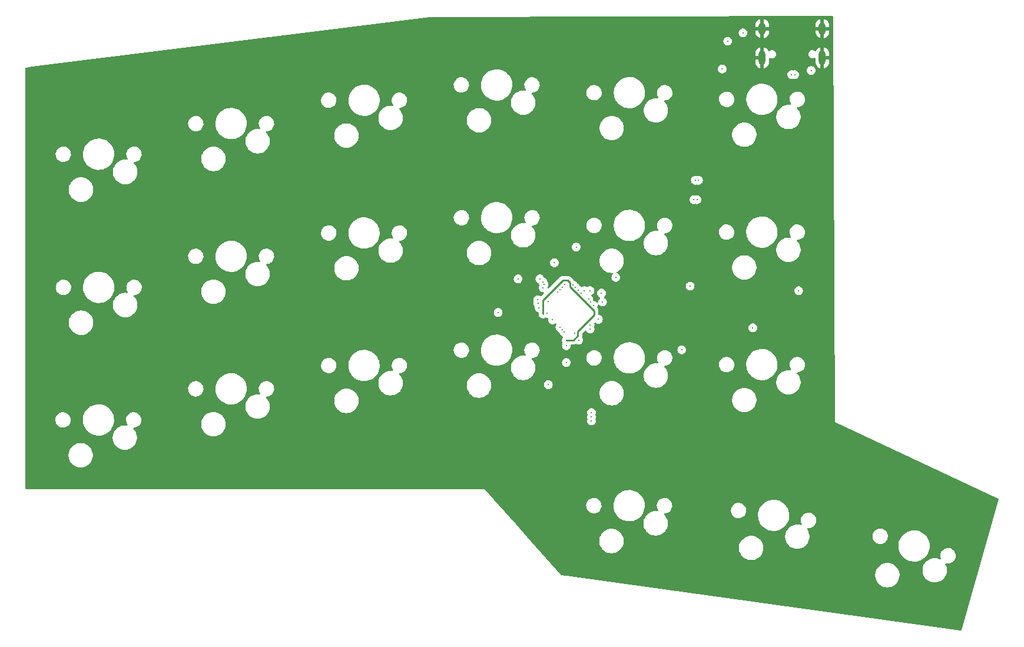
<source format=gbr>
%TF.GenerationSoftware,KiCad,Pcbnew,7.0.6*%
%TF.CreationDate,2023-07-25T14:06:58+01:00*%
%TF.ProjectId,benboard,62656e62-6f61-4726-942e-6b696361645f,rev?*%
%TF.SameCoordinates,Original*%
%TF.FileFunction,Copper,L2,Inr*%
%TF.FilePolarity,Positive*%
%FSLAX46Y46*%
G04 Gerber Fmt 4.6, Leading zero omitted, Abs format (unit mm)*
G04 Created by KiCad (PCBNEW 7.0.6) date 2023-07-25 14:06:58*
%MOMM*%
%LPD*%
G01*
G04 APERTURE LIST*
%TA.AperFunction,ComponentPad*%
%ADD10O,1.000000X1.800000*%
%TD*%
%TA.AperFunction,ComponentPad*%
%ADD11O,1.000000X2.100000*%
%TD*%
%TA.AperFunction,ViaPad*%
%ADD12C,0.250000*%
%TD*%
%TA.AperFunction,Conductor*%
%ADD13C,0.250000*%
%TD*%
G04 APERTURE END LIST*
D10*
%TO.N,GND*%
%TO.C,J1*%
X168160000Y-44790000D03*
D11*
X168160000Y-48990000D03*
D10*
X176800000Y-44790000D03*
D11*
X176800000Y-48990000D03*
%TD*%
D12*
%TO.N,VBUS*%
X173400000Y-82471073D03*
X175200000Y-50800000D03*
X162400000Y-50600000D03*
X136070510Y-84929490D03*
X133065051Y-80775619D03*
%TO.N,VDDH*%
X157800000Y-81825000D03*
X158550497Y-66600000D03*
X163200000Y-46600000D03*
X137255457Y-85744543D03*
X158325997Y-69400000D03*
X143400000Y-82471073D03*
%TO.N,Net-(U1-DEC4)*%
X143424500Y-88000000D03*
X141775500Y-89586073D03*
X145043641Y-82824500D03*
X141200000Y-88600000D03*
%TO.N,Net-(U1-DECUSB)*%
X137376922Y-84015730D03*
X136200000Y-80775500D03*
%TO.N,Net-(U1-DEC3)*%
X143874757Y-84586375D03*
X144600000Y-86600000D03*
%TO.N,Net-(U1-DEC5)*%
X142600000Y-82471073D03*
X141424500Y-76200000D03*
%TO.N,VDD_NRF*%
X140200000Y-81000000D03*
X138182233Y-82322614D03*
X136628806Y-85825000D03*
X140000000Y-89600000D03*
X144000000Y-85400000D03*
%TO.N,GND*%
X146000000Y-91000000D03*
X66000000Y-108400000D03*
X141800000Y-72200000D03*
X133775500Y-79249500D03*
X168800000Y-51000000D03*
X181600000Y-124600000D03*
X146000000Y-91000000D03*
X66200000Y-70600000D03*
X176200000Y-51000000D03*
X104400000Y-63000000D03*
X169200000Y-84200000D03*
X143200000Y-116000000D03*
X143508935Y-84089683D03*
X104200000Y-101400000D03*
X129600000Y-80400000D03*
X161400000Y-76600000D03*
X135600000Y-86800000D03*
X130000000Y-82800000D03*
X162400000Y-100400000D03*
X168000000Y-89000000D03*
X172600000Y-45800000D03*
X166600000Y-82600000D03*
X170200000Y-89200000D03*
X161400000Y-62800000D03*
%TO.N,Net-(U1-ANT)*%
X143195055Y-83680495D03*
%TO.N,Net-(U1-XL2{slash}P0.01)*%
X139423078Y-88077924D03*
X140000000Y-92800000D03*
%TO.N,Net-(U1-XL1{slash}P0.00)*%
X140000000Y-90400000D03*
X139689321Y-88440094D03*
%TO.N,D+*%
X172849503Y-51400000D03*
X135878461Y-83766050D03*
%TO.N,D-*%
X135915454Y-84267588D03*
X172400000Y-51400000D03*
%TO.N,Net-(RED1-K)*%
X165400000Y-45400000D03*
X159000000Y-66600000D03*
X158775500Y-69400000D03*
X166813835Y-87819530D03*
%TO.N,SW2*%
X136649213Y-82049500D03*
X138713230Y-82687209D03*
%TO.N,SW3*%
X138027136Y-86683546D03*
X130200000Y-85600000D03*
%TO.N,SW5*%
X136800500Y-81613214D03*
X139066784Y-82333656D03*
%TO.N,SW8*%
X139418553Y-81978862D03*
X136624500Y-81200000D03*
%TO.N,SW11*%
X138268461Y-78468462D03*
X139766030Y-81605845D03*
%TO.N,SW12*%
X137400000Y-96000000D03*
X139072175Y-87736211D03*
%TO.N,SW14*%
X147112135Y-80585035D03*
%TO.N,SW15*%
X156600000Y-91000000D03*
X142166287Y-82877905D03*
%TO.N,SW19*%
X140965661Y-81677325D03*
X143600000Y-101200000D03*
%TO.N,SW20*%
X141319192Y-82030903D03*
X143600000Y-100600000D03*
%TO.N,SW21*%
X141672782Y-82384419D03*
X143600000Y-100000000D03*
%TO.N,Net-(U1-DCC)*%
X145200000Y-84089683D03*
X143424131Y-87411227D03*
%TD*%
D13*
%TO.N,VDD_NRF*%
X141000000Y-89600000D02*
X140000000Y-89600000D01*
X139504847Y-81000000D02*
X140200000Y-81000000D01*
X140515661Y-81315661D02*
X140515661Y-81915661D01*
X140515661Y-81915661D02*
X144000000Y-85400000D01*
X138182233Y-82322614D02*
X139504847Y-81000000D01*
X144000000Y-86000000D02*
X141650000Y-88350000D01*
X141650000Y-88350000D02*
X141650000Y-88950000D01*
X138182233Y-82326961D02*
X138182233Y-82322614D01*
X144000000Y-85400000D02*
X144000000Y-86000000D01*
X141650000Y-88950000D02*
X141000000Y-89600000D01*
X140200000Y-81000000D02*
X140515661Y-81315661D01*
X136628806Y-83880388D02*
X138182233Y-82326961D01*
X136628806Y-85825000D02*
X136628806Y-83880388D01*
%TD*%
%TA.AperFunction,Conductor*%
%TO.N,GND*%
G36*
X178342841Y-43020252D02*
G01*
X178388659Y-43073001D01*
X178399925Y-43124222D01*
X178599494Y-101398572D01*
X178599464Y-101400112D01*
X178599533Y-101400301D01*
X178599683Y-101400449D01*
X178601208Y-101401114D01*
X202103622Y-112355630D01*
X202156069Y-112401793D01*
X202175232Y-112468984D01*
X202170512Y-112501921D01*
X196829127Y-131295683D01*
X196791865Y-131354787D01*
X196728564Y-131384363D01*
X196692793Y-131384604D01*
X140026429Y-123514277D01*
X184407657Y-123514277D01*
X184415978Y-123569478D01*
X184446761Y-123773705D01*
X184446762Y-123773707D01*
X184446763Y-123773713D01*
X184524095Y-124024416D01*
X184637924Y-124260786D01*
X184637925Y-124260787D01*
X184637927Y-124260790D01*
X184637929Y-124260794D01*
X184761666Y-124442282D01*
X184785724Y-124477569D01*
X184964171Y-124669891D01*
X184964175Y-124669894D01*
X184964176Y-124669895D01*
X185169300Y-124833476D01*
X185396514Y-124964658D01*
X185640741Y-125060510D01*
X185896527Y-125118892D01*
X185896533Y-125118892D01*
X185896536Y-125118893D01*
X186092657Y-125133590D01*
X186092663Y-125133590D01*
X186223657Y-125133590D01*
X186419777Y-125118893D01*
X186419779Y-125118892D01*
X186419787Y-125118892D01*
X186675573Y-125060510D01*
X186919800Y-124964658D01*
X187147014Y-124833476D01*
X187352138Y-124669895D01*
X187530590Y-124477569D01*
X187678385Y-124260794D01*
X187792220Y-124024413D01*
X187869553Y-123773705D01*
X187908657Y-123514272D01*
X187908657Y-123251908D01*
X187869553Y-122992475D01*
X187817267Y-122822969D01*
X191211787Y-122822969D01*
X191232081Y-122957605D01*
X191250891Y-123082397D01*
X191250892Y-123082399D01*
X191250893Y-123082405D01*
X191328225Y-123333108D01*
X191442054Y-123569478D01*
X191442055Y-123569479D01*
X191442057Y-123569482D01*
X191442059Y-123569486D01*
X191581293Y-123773705D01*
X191589854Y-123786261D01*
X191768301Y-123978583D01*
X191768305Y-123978586D01*
X191768306Y-123978587D01*
X191973430Y-124142168D01*
X192200644Y-124273350D01*
X192444871Y-124369202D01*
X192700657Y-124427584D01*
X192700663Y-124427584D01*
X192700666Y-124427585D01*
X192896787Y-124442282D01*
X192896793Y-124442282D01*
X193027787Y-124442282D01*
X193223907Y-124427585D01*
X193223909Y-124427584D01*
X193223917Y-124427584D01*
X193479703Y-124369202D01*
X193723930Y-124273350D01*
X193951144Y-124142168D01*
X194156268Y-123978587D01*
X194334720Y-123786261D01*
X194482515Y-123569486D01*
X194596350Y-123333105D01*
X194673683Y-123082397D01*
X194712787Y-122822964D01*
X194712787Y-122560600D01*
X194673683Y-122301167D01*
X194596350Y-122050459D01*
X194499616Y-121849590D01*
X194488265Y-121780650D01*
X194515987Y-121716516D01*
X194573982Y-121677550D01*
X194634802Y-121674031D01*
X194700292Y-121686653D01*
X194778036Y-121701637D01*
X194778037Y-121701637D01*
X194935669Y-121701637D01*
X194935676Y-121701637D01*
X195092597Y-121686653D01*
X195294419Y-121627393D01*
X195481378Y-121531008D01*
X195646718Y-121400984D01*
X195784463Y-121242018D01*
X195889634Y-121059856D01*
X195958430Y-120861083D01*
X195988365Y-120652882D01*
X195978356Y-120442778D01*
X195928766Y-120238366D01*
X195841387Y-120047032D01*
X195813925Y-120008467D01*
X195719381Y-119875697D01*
X195719375Y-119875691D01*
X195567147Y-119730542D01*
X195567145Y-119730540D01*
X195390194Y-119616821D01*
X195390192Y-119616820D01*
X195194929Y-119538647D01*
X195194922Y-119538644D01*
X195194920Y-119538644D01*
X195194917Y-119538643D01*
X195194916Y-119538643D01*
X194988380Y-119498837D01*
X194988379Y-119498837D01*
X194830740Y-119498837D01*
X194673818Y-119513820D01*
X194673819Y-119513821D01*
X194673815Y-119513822D01*
X194471999Y-119573080D01*
X194285039Y-119669465D01*
X194119698Y-119799489D01*
X194119697Y-119799490D01*
X193981957Y-119958451D01*
X193981948Y-119958462D01*
X193876782Y-120140616D01*
X193807987Y-120339385D01*
X193807986Y-120339390D01*
X193807986Y-120339391D01*
X193778051Y-120547592D01*
X193788060Y-120757696D01*
X193814891Y-120868293D01*
X193833092Y-120943320D01*
X193829767Y-121013111D01*
X193789239Y-121070025D01*
X193724374Y-121095993D01*
X193667285Y-121087982D01*
X193479708Y-121014364D01*
X193479703Y-121014362D01*
X193479698Y-121014360D01*
X193479689Y-121014358D01*
X193250765Y-120962108D01*
X193223917Y-120955980D01*
X193223916Y-120955979D01*
X193223912Y-120955979D01*
X193223907Y-120955978D01*
X193027787Y-120941282D01*
X193027781Y-120941282D01*
X192896793Y-120941282D01*
X192896787Y-120941282D01*
X192700666Y-120955978D01*
X192700661Y-120955979D01*
X192444884Y-121014358D01*
X192444865Y-121014364D01*
X192200643Y-121110214D01*
X191973430Y-121241396D01*
X191768301Y-121404980D01*
X191589854Y-121597302D01*
X191442055Y-121814084D01*
X191442054Y-121814085D01*
X191328225Y-122050455D01*
X191250893Y-122301158D01*
X191250892Y-122301163D01*
X191250891Y-122301167D01*
X191236140Y-122399029D01*
X191211787Y-122560594D01*
X191211787Y-122822969D01*
X187817267Y-122822969D01*
X187792220Y-122741767D01*
X187704972Y-122560594D01*
X187678389Y-122505393D01*
X187678388Y-122505392D01*
X187678387Y-122505391D01*
X187678385Y-122505386D01*
X187530590Y-122288611D01*
X187520598Y-122277843D01*
X187352142Y-122096288D01*
X187294669Y-122050455D01*
X187147014Y-121932704D01*
X186919800Y-121801522D01*
X186675573Y-121705670D01*
X186675568Y-121705668D01*
X186675559Y-121705666D01*
X186457975Y-121656004D01*
X186419787Y-121647288D01*
X186419786Y-121647287D01*
X186419782Y-121647287D01*
X186419777Y-121647286D01*
X186223657Y-121632590D01*
X186223651Y-121632590D01*
X186092663Y-121632590D01*
X186092657Y-121632590D01*
X185896536Y-121647286D01*
X185896531Y-121647287D01*
X185640754Y-121705666D01*
X185640735Y-121705672D01*
X185396513Y-121801522D01*
X185169300Y-121932704D01*
X184964171Y-122096288D01*
X184785724Y-122288610D01*
X184637925Y-122505392D01*
X184637924Y-122505393D01*
X184524095Y-122741763D01*
X184446763Y-122992466D01*
X184446762Y-122992471D01*
X184446761Y-122992475D01*
X184433207Y-123082397D01*
X184407657Y-123251902D01*
X184407657Y-123514277D01*
X140026429Y-123514277D01*
X139245582Y-123405826D01*
X139181887Y-123377106D01*
X139169879Y-123365293D01*
X139141328Y-123333108D01*
X134952527Y-118611187D01*
X144744500Y-118611187D01*
X144754652Y-118678534D01*
X144783604Y-118870615D01*
X144783605Y-118870617D01*
X144783606Y-118870623D01*
X144860938Y-119121326D01*
X144974767Y-119357696D01*
X144974768Y-119357697D01*
X144974770Y-119357700D01*
X144974772Y-119357704D01*
X145098135Y-119538644D01*
X145122567Y-119574479D01*
X145301014Y-119766801D01*
X145301018Y-119766804D01*
X145301019Y-119766805D01*
X145506143Y-119930386D01*
X145733357Y-120061568D01*
X145977584Y-120157420D01*
X146233370Y-120215802D01*
X146233376Y-120215802D01*
X146233379Y-120215803D01*
X146429500Y-120230500D01*
X146429506Y-120230500D01*
X146560500Y-120230500D01*
X146756620Y-120215803D01*
X146756622Y-120215802D01*
X146756630Y-120215802D01*
X147012416Y-120157420D01*
X147256643Y-120061568D01*
X147483857Y-119930386D01*
X147688981Y-119766805D01*
X147836099Y-119608249D01*
X164827220Y-119608249D01*
X164845654Y-119730541D01*
X164866324Y-119867677D01*
X164866325Y-119867679D01*
X164866326Y-119867685D01*
X164943658Y-120118388D01*
X165057487Y-120354758D01*
X165057488Y-120354759D01*
X165057490Y-120354762D01*
X165057492Y-120354766D01*
X165117496Y-120442775D01*
X165205287Y-120571541D01*
X165383734Y-120763863D01*
X165383738Y-120763866D01*
X165383739Y-120763867D01*
X165588863Y-120927448D01*
X165816077Y-121058630D01*
X166060304Y-121154482D01*
X166316090Y-121212864D01*
X166316096Y-121212864D01*
X166316099Y-121212865D01*
X166512220Y-121227562D01*
X166512226Y-121227562D01*
X166643220Y-121227562D01*
X166839340Y-121212865D01*
X166839342Y-121212864D01*
X166839350Y-121212864D01*
X167095136Y-121154482D01*
X167339363Y-121058630D01*
X167566577Y-120927448D01*
X167771701Y-120763867D01*
X167950153Y-120571541D01*
X168097948Y-120354766D01*
X168211783Y-120118385D01*
X168289116Y-119867677D01*
X168328220Y-119608244D01*
X168328220Y-119345880D01*
X168289116Y-119086447D01*
X168211783Y-118835739D01*
X168199841Y-118810942D01*
X168097952Y-118599365D01*
X168097951Y-118599364D01*
X168097950Y-118599363D01*
X168097948Y-118599358D01*
X167950153Y-118382583D01*
X167835838Y-118259380D01*
X167771705Y-118190260D01*
X167682306Y-118118967D01*
X167566577Y-118026676D01*
X167480045Y-117976717D01*
X171468922Y-117976717D01*
X171485905Y-118089385D01*
X171508026Y-118236145D01*
X171508027Y-118236147D01*
X171508028Y-118236153D01*
X171585360Y-118486856D01*
X171699189Y-118723226D01*
X171699190Y-118723227D01*
X171699192Y-118723230D01*
X171699194Y-118723234D01*
X171810286Y-118886175D01*
X171846989Y-118940009D01*
X172025436Y-119132331D01*
X172025440Y-119132334D01*
X172025441Y-119132335D01*
X172230565Y-119295916D01*
X172457779Y-119427098D01*
X172702006Y-119522950D01*
X172957792Y-119581332D01*
X172957798Y-119581332D01*
X172957801Y-119581333D01*
X173153922Y-119596030D01*
X173153928Y-119596030D01*
X173284922Y-119596030D01*
X173481042Y-119581333D01*
X173481044Y-119581332D01*
X173481052Y-119581332D01*
X173736838Y-119522950D01*
X173981065Y-119427098D01*
X174208279Y-119295916D01*
X174234299Y-119275166D01*
X187751832Y-119275166D01*
X187781909Y-119574141D01*
X187781910Y-119574148D01*
X187851567Y-119866440D01*
X187851570Y-119866452D01*
X187959565Y-120146852D01*
X187959572Y-120146867D01*
X188103978Y-120410374D01*
X188103982Y-120410380D01*
X188195295Y-120534311D01*
X188282222Y-120652289D01*
X188491120Y-120868288D01*
X188726945Y-121054517D01*
X188985486Y-121207651D01*
X189262132Y-121324959D01*
X189262135Y-121324959D01*
X189262138Y-121324961D01*
X189407038Y-121364652D01*
X189551945Y-121404347D01*
X189849754Y-121444399D01*
X189849759Y-121444399D01*
X190075040Y-121444399D01*
X190238512Y-121433455D01*
X190299818Y-121429351D01*
X190594286Y-121369498D01*
X190878150Y-121270930D01*
X191146342Y-121135406D01*
X191394079Y-120965345D01*
X191616938Y-120763781D01*
X191810942Y-120534311D01*
X191972630Y-120281031D01*
X192099117Y-120008459D01*
X192188145Y-119721461D01*
X192238125Y-119425157D01*
X192248166Y-119124835D01*
X192218088Y-118825854D01*
X192148429Y-118533550D01*
X192040430Y-118253139D01*
X191896020Y-117989624D01*
X191886506Y-117976712D01*
X191794915Y-117852403D01*
X191717776Y-117747709D01*
X191508878Y-117531710D01*
X191508871Y-117531704D01*
X191273054Y-117345482D01*
X191273055Y-117345482D01*
X191273053Y-117345481D01*
X191014512Y-117192347D01*
X190737866Y-117075039D01*
X190737859Y-117075036D01*
X190448058Y-116995652D01*
X190448055Y-116995651D01*
X190448053Y-116995651D01*
X190150244Y-116955599D01*
X189924966Y-116955599D01*
X189924958Y-116955599D01*
X189700182Y-116970646D01*
X189700173Y-116970648D01*
X189405709Y-117030500D01*
X189121846Y-117129068D01*
X189121843Y-117129070D01*
X188853661Y-117264588D01*
X188605917Y-117434654D01*
X188383061Y-117636215D01*
X188189057Y-117865685D01*
X188189055Y-117865687D01*
X188027365Y-118118971D01*
X187918778Y-118352971D01*
X187900881Y-118391539D01*
X187885372Y-118441535D01*
X187811853Y-118678534D01*
X187779453Y-118870617D01*
X187761873Y-118974841D01*
X187756608Y-119132331D01*
X187751832Y-119275166D01*
X174234299Y-119275166D01*
X174413403Y-119132335D01*
X174420369Y-119124828D01*
X174455981Y-119086447D01*
X174591855Y-118940009D01*
X174739650Y-118723234D01*
X174853485Y-118486853D01*
X174930818Y-118236145D01*
X174969922Y-117976712D01*
X174969922Y-117747116D01*
X184011633Y-117747116D01*
X184021642Y-117957220D01*
X184071232Y-118161632D01*
X184115872Y-118259380D01*
X184158610Y-118352965D01*
X184158614Y-118352971D01*
X184280616Y-118524300D01*
X184280621Y-118524305D01*
X184432853Y-118669458D01*
X184609804Y-118783177D01*
X184805078Y-118861354D01*
X184933874Y-118886177D01*
X185011618Y-118901161D01*
X185011619Y-118901161D01*
X185169251Y-118901161D01*
X185169258Y-118901161D01*
X185326179Y-118886177D01*
X185528001Y-118826917D01*
X185714960Y-118730532D01*
X185880300Y-118600508D01*
X186018045Y-118441542D01*
X186123216Y-118259380D01*
X186192012Y-118060607D01*
X186221947Y-117852406D01*
X186211938Y-117642302D01*
X186162348Y-117437890D01*
X186074969Y-117246556D01*
X186074965Y-117246550D01*
X185952963Y-117075221D01*
X185952957Y-117075215D01*
X185800729Y-116930066D01*
X185800727Y-116930064D01*
X185623776Y-116816345D01*
X185623774Y-116816344D01*
X185428511Y-116738171D01*
X185428504Y-116738168D01*
X185428502Y-116738168D01*
X185428499Y-116738167D01*
X185428498Y-116738167D01*
X185221962Y-116698361D01*
X185221961Y-116698361D01*
X185064322Y-116698361D01*
X184907400Y-116713345D01*
X184907401Y-116713345D01*
X184907397Y-116713346D01*
X184705581Y-116772604D01*
X184518621Y-116868989D01*
X184353280Y-116999013D01*
X184353279Y-116999014D01*
X184215539Y-117157975D01*
X184215530Y-117157986D01*
X184110364Y-117340140D01*
X184041569Y-117538909D01*
X184041568Y-117538914D01*
X184041568Y-117538915D01*
X184011633Y-117747116D01*
X174969922Y-117747116D01*
X174969922Y-117714348D01*
X174930818Y-117454915D01*
X174853485Y-117204207D01*
X174776526Y-117044400D01*
X174739654Y-116967833D01*
X174739653Y-116967832D01*
X174739652Y-116967831D01*
X174739650Y-116967826D01*
X174626761Y-116802249D01*
X174605262Y-116735771D01*
X174623116Y-116668221D01*
X174674656Y-116621047D01*
X174729216Y-116608399D01*
X174883023Y-116608399D01*
X174883030Y-116608399D01*
X175039951Y-116593415D01*
X175241773Y-116534155D01*
X175428732Y-116437770D01*
X175594072Y-116307746D01*
X175731817Y-116148780D01*
X175836988Y-115966618D01*
X175905784Y-115767845D01*
X175935719Y-115559644D01*
X175925710Y-115349540D01*
X175876120Y-115145128D01*
X175788741Y-114953794D01*
X175788737Y-114953788D01*
X175666735Y-114782459D01*
X175666729Y-114782453D01*
X175514501Y-114637304D01*
X175514499Y-114637302D01*
X175337548Y-114523583D01*
X175337546Y-114523582D01*
X175142283Y-114445409D01*
X175142276Y-114445406D01*
X175142274Y-114445406D01*
X175142271Y-114445405D01*
X175142270Y-114445405D01*
X174935734Y-114405599D01*
X174935733Y-114405599D01*
X174778094Y-114405599D01*
X174621173Y-114420582D01*
X174621173Y-114420583D01*
X174621169Y-114420584D01*
X174419353Y-114479842D01*
X174232393Y-114576227D01*
X174067052Y-114706251D01*
X174067051Y-114706252D01*
X173929311Y-114865213D01*
X173929302Y-114865224D01*
X173824136Y-115047378D01*
X173755341Y-115246147D01*
X173755340Y-115246152D01*
X173755340Y-115246153D01*
X173725405Y-115454354D01*
X173735414Y-115664458D01*
X173755403Y-115746853D01*
X173785004Y-115868871D01*
X173785006Y-115868875D01*
X173838937Y-115986968D01*
X173848881Y-116056126D01*
X173819856Y-116119682D01*
X173761078Y-116157456D01*
X173698551Y-116159370D01*
X173504562Y-116115094D01*
X173481052Y-116109728D01*
X173481051Y-116109727D01*
X173481047Y-116109727D01*
X173481042Y-116109726D01*
X173284922Y-116095030D01*
X173284916Y-116095030D01*
X173153928Y-116095030D01*
X173153922Y-116095030D01*
X172957801Y-116109726D01*
X172957796Y-116109727D01*
X172702019Y-116168106D01*
X172702000Y-116168112D01*
X172457778Y-116263962D01*
X172230565Y-116395144D01*
X172025436Y-116558728D01*
X171846989Y-116751050D01*
X171699190Y-116967832D01*
X171699189Y-116967833D01*
X171585360Y-117204203D01*
X171508028Y-117454906D01*
X171508027Y-117454911D01*
X171508026Y-117454915D01*
X171496452Y-117531704D01*
X171468922Y-117714342D01*
X171468922Y-117976717D01*
X167480045Y-117976717D01*
X167339363Y-117895494D01*
X167095136Y-117799642D01*
X167095131Y-117799640D01*
X167095122Y-117799638D01*
X166865015Y-117747118D01*
X166839350Y-117741260D01*
X166839349Y-117741259D01*
X166839345Y-117741259D01*
X166839340Y-117741258D01*
X166643220Y-117726562D01*
X166643214Y-117726562D01*
X166512226Y-117726562D01*
X166512220Y-117726562D01*
X166316099Y-117741258D01*
X166316094Y-117741259D01*
X166060317Y-117799638D01*
X166060298Y-117799644D01*
X165816076Y-117895494D01*
X165588863Y-118026676D01*
X165383734Y-118190260D01*
X165205287Y-118382582D01*
X165057488Y-118599364D01*
X165057487Y-118599365D01*
X164943658Y-118835735D01*
X164866326Y-119086438D01*
X164866325Y-119086443D01*
X164866324Y-119086447D01*
X164851573Y-119184309D01*
X164827220Y-119345874D01*
X164827220Y-119608249D01*
X147836099Y-119608249D01*
X147867433Y-119574479D01*
X148015228Y-119357704D01*
X148129063Y-119121323D01*
X148206396Y-118870615D01*
X148245500Y-118611182D01*
X148245500Y-118348818D01*
X148206396Y-118089385D01*
X148129063Y-117838677D01*
X148084970Y-117747116D01*
X148015232Y-117602303D01*
X148015231Y-117602302D01*
X148015230Y-117602301D01*
X148015228Y-117602296D01*
X147867433Y-117385521D01*
X147857441Y-117374753D01*
X147688985Y-117193198D01*
X147541041Y-117075217D01*
X147483857Y-117029614D01*
X147256643Y-116898432D01*
X147012416Y-116802580D01*
X147012411Y-116802578D01*
X147012402Y-116802576D01*
X146786650Y-116751050D01*
X146756630Y-116744198D01*
X146756629Y-116744197D01*
X146756625Y-116744197D01*
X146756620Y-116744196D01*
X146560500Y-116729500D01*
X146560494Y-116729500D01*
X146429506Y-116729500D01*
X146429500Y-116729500D01*
X146233379Y-116744196D01*
X146233374Y-116744197D01*
X145977597Y-116802576D01*
X145977578Y-116802582D01*
X145733356Y-116898432D01*
X145506143Y-117029614D01*
X145301014Y-117193198D01*
X145122567Y-117385520D01*
X144974768Y-117602302D01*
X144974767Y-117602303D01*
X144860938Y-117838673D01*
X144783606Y-118089376D01*
X144783605Y-118089381D01*
X144783604Y-118089385D01*
X144779145Y-118118971D01*
X144744500Y-118348812D01*
X144744500Y-118611187D01*
X134952527Y-118611187D01*
X132699301Y-116071187D01*
X151094500Y-116071187D01*
X151106195Y-116148773D01*
X151133604Y-116330615D01*
X151133605Y-116330617D01*
X151133606Y-116330623D01*
X151210938Y-116581326D01*
X151324767Y-116817696D01*
X151324768Y-116817697D01*
X151324770Y-116817700D01*
X151324772Y-116817704D01*
X151446095Y-116995652D01*
X151472567Y-117034479D01*
X151651014Y-117226801D01*
X151651018Y-117226804D01*
X151651019Y-117226805D01*
X151856143Y-117390386D01*
X152083357Y-117521568D01*
X152327584Y-117617420D01*
X152583370Y-117675802D01*
X152583376Y-117675802D01*
X152583379Y-117675803D01*
X152779500Y-117690500D01*
X152779506Y-117690500D01*
X152910500Y-117690500D01*
X153106620Y-117675803D01*
X153106622Y-117675802D01*
X153106630Y-117675802D01*
X153362416Y-117617420D01*
X153606643Y-117521568D01*
X153833857Y-117390386D01*
X154038981Y-117226805D01*
X154070167Y-117193195D01*
X154078945Y-117183733D01*
X154217433Y-117034479D01*
X154365228Y-116817704D01*
X154365883Y-116816345D01*
X154400627Y-116744197D01*
X154479063Y-116581323D01*
X154556396Y-116330615D01*
X154595500Y-116071182D01*
X154595500Y-115808818D01*
X154556396Y-115549385D01*
X154479063Y-115298677D01*
X154453766Y-115246147D01*
X154365232Y-115062303D01*
X154365231Y-115062302D01*
X154365230Y-115062301D01*
X154365228Y-115062296D01*
X154217433Y-114845521D01*
X154158920Y-114782459D01*
X154090717Y-114708953D01*
X154059549Y-114646421D01*
X154067136Y-114576964D01*
X154111070Y-114522635D01*
X154169824Y-114501174D01*
X154324389Y-114486416D01*
X154526211Y-114427156D01*
X154713170Y-114330771D01*
X154878510Y-114200747D01*
X155016255Y-114041781D01*
X155017077Y-114040358D01*
X163664281Y-114040358D01*
X163664349Y-114041781D01*
X163674290Y-114250460D01*
X163723880Y-114454872D01*
X163768520Y-114552620D01*
X163811258Y-114646205D01*
X163811262Y-114646211D01*
X163933264Y-114817540D01*
X163933269Y-114817545D01*
X164085501Y-114962698D01*
X164262452Y-115076417D01*
X164457726Y-115154594D01*
X164586522Y-115179417D01*
X164664266Y-115194401D01*
X164664267Y-115194401D01*
X164821899Y-115194401D01*
X164821906Y-115194401D01*
X164978827Y-115179417D01*
X165180649Y-115120157D01*
X165367608Y-115023772D01*
X165532948Y-114893748D01*
X165549049Y-114875167D01*
X167551833Y-114875167D01*
X167581910Y-115174142D01*
X167581911Y-115174149D01*
X167651568Y-115466441D01*
X167651571Y-115466453D01*
X167759566Y-115746853D01*
X167759573Y-115746868D01*
X167903979Y-116010375D01*
X167903983Y-116010381D01*
X167995296Y-116134312D01*
X168082223Y-116252290D01*
X168291121Y-116468289D01*
X168526946Y-116654518D01*
X168785487Y-116807652D01*
X169062133Y-116924960D01*
X169062136Y-116924960D01*
X169062139Y-116924962D01*
X169173983Y-116955599D01*
X169351946Y-117004348D01*
X169649755Y-117044400D01*
X169649760Y-117044400D01*
X169875041Y-117044400D01*
X170038513Y-117033456D01*
X170099819Y-117029352D01*
X170394287Y-116969499D01*
X170678151Y-116870931D01*
X170946343Y-116735407D01*
X171194080Y-116565346D01*
X171416939Y-116363782D01*
X171610943Y-116134312D01*
X171772631Y-115881032D01*
X171899118Y-115608460D01*
X171988146Y-115321462D01*
X172038126Y-115025158D01*
X172048167Y-114724836D01*
X172018089Y-114425855D01*
X171948430Y-114133551D01*
X171840431Y-113853140D01*
X171696021Y-113589625D01*
X171672322Y-113557461D01*
X171604702Y-113465686D01*
X171517777Y-113347710D01*
X171308879Y-113131711D01*
X171308872Y-113131705D01*
X171073055Y-112945483D01*
X171073056Y-112945483D01*
X171073054Y-112945482D01*
X170814513Y-112792348D01*
X170557128Y-112683207D01*
X170537860Y-112675037D01*
X170248059Y-112595653D01*
X170248056Y-112595652D01*
X170248054Y-112595652D01*
X169950245Y-112555600D01*
X169724967Y-112555600D01*
X169724959Y-112555600D01*
X169500183Y-112570647D01*
X169500174Y-112570649D01*
X169205710Y-112630501D01*
X168921847Y-112729069D01*
X168921844Y-112729071D01*
X168653662Y-112864589D01*
X168405918Y-113034655D01*
X168183062Y-113236216D01*
X167989058Y-113465686D01*
X167989056Y-113465688D01*
X167827366Y-113718972D01*
X167718672Y-113953203D01*
X167700882Y-113991540D01*
X167677645Y-114066449D01*
X167611854Y-114278535D01*
X167576250Y-114489614D01*
X167561874Y-114574842D01*
X167553760Y-114817545D01*
X167551833Y-114875167D01*
X165549049Y-114875167D01*
X165670693Y-114734782D01*
X165775864Y-114552620D01*
X165844660Y-114353847D01*
X165874595Y-114145646D01*
X165864586Y-113935542D01*
X165814996Y-113731130D01*
X165727617Y-113539796D01*
X165681593Y-113475164D01*
X165605611Y-113368461D01*
X165605605Y-113368455D01*
X165453377Y-113223306D01*
X165453375Y-113223304D01*
X165276424Y-113109585D01*
X165276422Y-113109584D01*
X165081159Y-113031411D01*
X165081152Y-113031408D01*
X165081150Y-113031408D01*
X165081147Y-113031407D01*
X165081146Y-113031407D01*
X164874610Y-112991601D01*
X164874609Y-112991601D01*
X164716970Y-112991601D01*
X164560048Y-113006585D01*
X164560049Y-113006585D01*
X164560045Y-113006586D01*
X164358229Y-113065844D01*
X164171269Y-113162229D01*
X164005928Y-113292253D01*
X164005927Y-113292254D01*
X163868187Y-113451215D01*
X163868178Y-113451226D01*
X163763012Y-113633380D01*
X163694217Y-113832149D01*
X163694216Y-113832154D01*
X163694216Y-113832155D01*
X163681376Y-113921462D01*
X163664281Y-114040358D01*
X155017077Y-114040358D01*
X155121426Y-113859619D01*
X155190222Y-113660846D01*
X155220157Y-113452645D01*
X155210148Y-113242541D01*
X155160558Y-113038129D01*
X155073179Y-112846795D01*
X155073175Y-112846789D01*
X154951173Y-112675460D01*
X154951167Y-112675454D01*
X154798939Y-112530305D01*
X154798937Y-112530303D01*
X154621986Y-112416584D01*
X154621984Y-112416583D01*
X154426721Y-112338410D01*
X154426714Y-112338407D01*
X154426712Y-112338407D01*
X154426709Y-112338406D01*
X154426708Y-112338406D01*
X154220172Y-112298600D01*
X154220171Y-112298600D01*
X154062532Y-112298600D01*
X153905610Y-112313584D01*
X153905611Y-112313584D01*
X153905607Y-112313585D01*
X153703791Y-112372843D01*
X153516831Y-112469228D01*
X153351490Y-112599252D01*
X153351489Y-112599253D01*
X153213749Y-112758214D01*
X153213740Y-112758225D01*
X153108574Y-112940379D01*
X153039779Y-113139148D01*
X153039778Y-113139153D01*
X153039778Y-113139154D01*
X153009843Y-113347355D01*
X153019852Y-113557459D01*
X153069442Y-113761871D01*
X153148753Y-113935539D01*
X153156820Y-113953203D01*
X153195117Y-114006984D01*
X153217969Y-114073011D01*
X153201496Y-114140912D01*
X153150929Y-114189127D01*
X153084843Y-114202564D01*
X152910500Y-114189500D01*
X152910494Y-114189500D01*
X152779506Y-114189500D01*
X152779500Y-114189500D01*
X152583379Y-114204196D01*
X152583374Y-114204197D01*
X152327597Y-114262576D01*
X152327578Y-114262582D01*
X152083356Y-114358432D01*
X151856143Y-114489614D01*
X151651014Y-114653198D01*
X151472567Y-114845520D01*
X151324768Y-115062302D01*
X151324767Y-115062303D01*
X151210938Y-115298673D01*
X151133606Y-115549376D01*
X151133605Y-115549381D01*
X151133604Y-115549385D01*
X151121551Y-115629350D01*
X151094500Y-115808812D01*
X151094500Y-116071187D01*
X132699301Y-116071187D01*
X130282999Y-113347355D01*
X142849843Y-113347355D01*
X142859852Y-113557459D01*
X142909442Y-113761871D01*
X142941537Y-113832149D01*
X142996820Y-113953204D01*
X142996824Y-113953210D01*
X143118826Y-114124539D01*
X143118831Y-114124544D01*
X143271063Y-114269697D01*
X143448014Y-114383416D01*
X143643288Y-114461593D01*
X143772084Y-114486416D01*
X143849828Y-114501400D01*
X143849829Y-114501400D01*
X144007461Y-114501400D01*
X144007468Y-114501400D01*
X144164389Y-114486416D01*
X144366211Y-114427156D01*
X144553170Y-114330771D01*
X144718510Y-114200747D01*
X144856255Y-114041781D01*
X144961426Y-113859619D01*
X145030222Y-113660846D01*
X145056919Y-113475167D01*
X146786833Y-113475167D01*
X146816910Y-113774142D01*
X146816911Y-113774149D01*
X146886568Y-114066441D01*
X146886571Y-114066453D01*
X146994566Y-114346853D01*
X146994573Y-114346868D01*
X147138979Y-114610375D01*
X147138983Y-114610381D01*
X147257808Y-114771651D01*
X147317223Y-114852290D01*
X147505899Y-115047380D01*
X147526120Y-115068288D01*
X147526127Y-115068294D01*
X147591802Y-115120157D01*
X147761946Y-115254518D01*
X148020487Y-115407652D01*
X148297133Y-115524960D01*
X148297136Y-115524960D01*
X148297139Y-115524962D01*
X148423739Y-115559641D01*
X148586946Y-115604348D01*
X148884755Y-115644400D01*
X148884760Y-115644400D01*
X149110041Y-115644400D01*
X149273513Y-115633456D01*
X149334819Y-115629352D01*
X149629287Y-115569499D01*
X149913151Y-115470931D01*
X150181343Y-115335407D01*
X150429080Y-115165346D01*
X150651939Y-114963782D01*
X150845943Y-114734312D01*
X151007631Y-114481032D01*
X151134118Y-114208460D01*
X151223146Y-113921462D01*
X151273126Y-113625158D01*
X151283167Y-113324836D01*
X151253089Y-113025855D01*
X151183430Y-112733551D01*
X151075431Y-112453140D01*
X150931021Y-112189625D01*
X150752777Y-111947710D01*
X150543879Y-111731711D01*
X150543872Y-111731705D01*
X150308055Y-111545483D01*
X150308056Y-111545483D01*
X150308054Y-111545482D01*
X150049513Y-111392348D01*
X149772867Y-111275040D01*
X149772860Y-111275037D01*
X149483059Y-111195653D01*
X149483056Y-111195652D01*
X149483054Y-111195652D01*
X149185245Y-111155600D01*
X148959967Y-111155600D01*
X148959959Y-111155600D01*
X148735183Y-111170647D01*
X148735174Y-111170649D01*
X148440710Y-111230501D01*
X148156847Y-111329069D01*
X148156844Y-111329071D01*
X147888662Y-111464589D01*
X147640918Y-111634655D01*
X147418062Y-111836216D01*
X147224058Y-112065686D01*
X147224056Y-112065688D01*
X147062366Y-112318972D01*
X146964298Y-112530305D01*
X146935882Y-112591540D01*
X146923796Y-112630501D01*
X146846854Y-112878535D01*
X146807881Y-113109585D01*
X146796874Y-113174842D01*
X146792949Y-113292253D01*
X146786833Y-113475167D01*
X145056919Y-113475167D01*
X145060157Y-113452645D01*
X145050148Y-113242541D01*
X145000558Y-113038129D01*
X144913179Y-112846795D01*
X144913175Y-112846789D01*
X144791173Y-112675460D01*
X144791167Y-112675454D01*
X144638939Y-112530305D01*
X144638937Y-112530303D01*
X144461986Y-112416584D01*
X144461984Y-112416583D01*
X144266721Y-112338410D01*
X144266714Y-112338407D01*
X144266712Y-112338407D01*
X144266709Y-112338406D01*
X144266708Y-112338406D01*
X144060172Y-112298600D01*
X144060171Y-112298600D01*
X143902532Y-112298600D01*
X143745610Y-112313584D01*
X143745611Y-112313584D01*
X143745607Y-112313585D01*
X143543791Y-112372843D01*
X143356831Y-112469228D01*
X143191490Y-112599252D01*
X143191489Y-112599253D01*
X143053749Y-112758214D01*
X143053740Y-112758225D01*
X142948574Y-112940379D01*
X142879779Y-113139148D01*
X142879778Y-113139153D01*
X142879778Y-113139154D01*
X142849843Y-113347355D01*
X130282999Y-113347355D01*
X128214455Y-111015542D01*
X128211511Y-111010812D01*
X128200383Y-110999617D01*
X128200382Y-110999616D01*
X128200291Y-110999525D01*
X128200162Y-110999467D01*
X128200032Y-110999459D01*
X128200031Y-110999459D01*
X128184606Y-110998551D01*
X128178986Y-110999500D01*
X62324500Y-110999500D01*
X62257461Y-110979815D01*
X62211706Y-110927011D01*
X62200500Y-110875500D01*
X62200500Y-106271187D01*
X68429500Y-106271187D01*
X68449794Y-106405823D01*
X68468604Y-106530615D01*
X68468605Y-106530617D01*
X68468606Y-106530623D01*
X68545938Y-106781326D01*
X68659767Y-107017696D01*
X68659768Y-107017697D01*
X68659770Y-107017700D01*
X68659772Y-107017704D01*
X68807567Y-107234478D01*
X68807567Y-107234479D01*
X68986014Y-107426801D01*
X68986018Y-107426804D01*
X68986019Y-107426805D01*
X69191143Y-107590386D01*
X69418357Y-107721568D01*
X69662584Y-107817420D01*
X69918370Y-107875802D01*
X69918376Y-107875802D01*
X69918379Y-107875803D01*
X70114500Y-107890500D01*
X70114506Y-107890500D01*
X70245500Y-107890500D01*
X70441620Y-107875803D01*
X70441622Y-107875802D01*
X70441630Y-107875802D01*
X70697416Y-107817420D01*
X70941643Y-107721568D01*
X71168857Y-107590386D01*
X71373981Y-107426805D01*
X71552433Y-107234479D01*
X71700228Y-107017704D01*
X71814063Y-106781323D01*
X71891396Y-106530615D01*
X71930500Y-106271182D01*
X71930500Y-106008818D01*
X71891396Y-105749385D01*
X71814063Y-105498677D01*
X71707513Y-105277423D01*
X71700232Y-105262303D01*
X71700231Y-105262302D01*
X71700230Y-105262301D01*
X71700228Y-105262296D01*
X71552433Y-105045521D01*
X71542441Y-105034753D01*
X71373985Y-104853198D01*
X71334533Y-104821736D01*
X71168857Y-104689614D01*
X70941643Y-104558432D01*
X70697416Y-104462580D01*
X70697411Y-104462578D01*
X70697402Y-104462576D01*
X70479818Y-104412914D01*
X70441630Y-104404198D01*
X70441629Y-104404197D01*
X70441625Y-104404197D01*
X70441620Y-104404196D01*
X70245500Y-104389500D01*
X70245494Y-104389500D01*
X70114506Y-104389500D01*
X70114500Y-104389500D01*
X69918379Y-104404196D01*
X69918374Y-104404197D01*
X69662597Y-104462576D01*
X69662578Y-104462582D01*
X69418356Y-104558432D01*
X69191143Y-104689614D01*
X68986014Y-104853198D01*
X68807567Y-105045520D01*
X68659768Y-105262302D01*
X68659767Y-105262303D01*
X68545938Y-105498673D01*
X68468606Y-105749376D01*
X68468605Y-105749381D01*
X68468604Y-105749385D01*
X68453853Y-105847247D01*
X68429500Y-106008812D01*
X68429500Y-106271187D01*
X62200500Y-106271187D01*
X62200500Y-103731187D01*
X74779500Y-103731187D01*
X74799794Y-103865823D01*
X74818604Y-103990615D01*
X74818605Y-103990617D01*
X74818606Y-103990623D01*
X74895938Y-104241326D01*
X75009767Y-104477696D01*
X75009768Y-104477697D01*
X75009770Y-104477700D01*
X75009772Y-104477704D01*
X75064812Y-104558432D01*
X75157567Y-104694479D01*
X75336014Y-104886801D01*
X75336018Y-104886804D01*
X75336019Y-104886805D01*
X75541143Y-105050386D01*
X75768357Y-105181568D01*
X76012584Y-105277420D01*
X76268370Y-105335802D01*
X76268376Y-105335802D01*
X76268379Y-105335803D01*
X76464500Y-105350500D01*
X76464506Y-105350500D01*
X76595500Y-105350500D01*
X76791620Y-105335803D01*
X76791622Y-105335802D01*
X76791630Y-105335802D01*
X77047416Y-105277420D01*
X77291643Y-105181568D01*
X77518857Y-105050386D01*
X77723981Y-104886805D01*
X77755167Y-104853195D01*
X77763945Y-104843733D01*
X77902433Y-104694479D01*
X78050228Y-104477704D01*
X78164063Y-104241323D01*
X78241396Y-103990615D01*
X78280500Y-103731182D01*
X78280500Y-103468818D01*
X78241396Y-103209385D01*
X78164063Y-102958677D01*
X78142796Y-102914516D01*
X78050232Y-102722303D01*
X78050231Y-102722302D01*
X78050230Y-102722301D01*
X78050228Y-102722296D01*
X77902433Y-102505521D01*
X77875465Y-102476457D01*
X77775717Y-102368953D01*
X77744549Y-102306421D01*
X77752136Y-102236964D01*
X77796070Y-102182635D01*
X77854824Y-102161174D01*
X78009389Y-102146416D01*
X78211211Y-102087156D01*
X78398170Y-101990771D01*
X78563510Y-101860747D01*
X78606454Y-101811187D01*
X87509500Y-101811187D01*
X87526290Y-101922576D01*
X87548604Y-102070615D01*
X87548605Y-102070617D01*
X87548606Y-102070623D01*
X87625938Y-102321326D01*
X87739767Y-102557696D01*
X87739768Y-102557697D01*
X87739770Y-102557700D01*
X87739772Y-102557704D01*
X87856075Y-102728289D01*
X87887567Y-102774479D01*
X88066014Y-102966801D01*
X88066018Y-102966804D01*
X88066019Y-102966805D01*
X88271143Y-103130386D01*
X88498357Y-103261568D01*
X88742584Y-103357420D01*
X88998370Y-103415802D01*
X88998376Y-103415802D01*
X88998379Y-103415803D01*
X89194500Y-103430500D01*
X89194506Y-103430500D01*
X89325500Y-103430500D01*
X89521620Y-103415803D01*
X89521622Y-103415802D01*
X89521630Y-103415802D01*
X89777416Y-103357420D01*
X90021643Y-103261568D01*
X90248857Y-103130386D01*
X90453981Y-102966805D01*
X90461527Y-102958673D01*
X90585237Y-102825344D01*
X90632433Y-102774479D01*
X90780228Y-102557704D01*
X90894063Y-102321323D01*
X90971396Y-102070615D01*
X91010500Y-101811182D01*
X91010500Y-101548818D01*
X90971396Y-101289385D01*
X90943824Y-101200000D01*
X142969906Y-101200000D01*
X142988215Y-101350791D01*
X143042079Y-101492819D01*
X143128368Y-101617830D01*
X143242066Y-101718557D01*
X143376566Y-101789148D01*
X143424294Y-101800912D01*
X143524050Y-101825500D01*
X143524051Y-101825500D01*
X143675950Y-101825500D01*
X143734039Y-101811182D01*
X143823434Y-101789148D01*
X143957934Y-101718557D01*
X144071632Y-101617830D01*
X144157921Y-101492819D01*
X144211785Y-101350791D01*
X144230094Y-101200000D01*
X144211785Y-101049209D01*
X144171872Y-100943968D01*
X144166506Y-100874309D01*
X144171869Y-100856039D01*
X144211785Y-100750791D01*
X144230094Y-100600000D01*
X144211785Y-100449209D01*
X144171872Y-100343969D01*
X144166506Y-100274307D01*
X144171868Y-100256042D01*
X144211785Y-100150791D01*
X144230094Y-100000000D01*
X144211785Y-99849209D01*
X144157921Y-99707181D01*
X144071632Y-99582170D01*
X143957934Y-99481443D01*
X143823434Y-99410852D01*
X143823433Y-99410851D01*
X143823432Y-99410851D01*
X143675950Y-99374500D01*
X143675949Y-99374500D01*
X143524051Y-99374500D01*
X143524050Y-99374500D01*
X143376567Y-99410851D01*
X143242067Y-99481442D01*
X143128367Y-99582171D01*
X143042080Y-99707179D01*
X143042079Y-99707180D01*
X142988215Y-99849208D01*
X142969906Y-100000000D01*
X142988215Y-100150791D01*
X143028126Y-100256029D01*
X143033493Y-100325692D01*
X143028126Y-100343971D01*
X142988215Y-100449208D01*
X142988215Y-100449209D01*
X142969906Y-100600000D01*
X142980331Y-100685857D01*
X142988215Y-100750791D01*
X143028126Y-100856028D01*
X143033493Y-100925691D01*
X143028126Y-100943969D01*
X142988215Y-101049205D01*
X142988215Y-101049207D01*
X142977778Y-101135164D01*
X142969906Y-101200000D01*
X90943824Y-101200000D01*
X90894063Y-101038677D01*
X90830738Y-100907181D01*
X90780232Y-100802303D01*
X90780231Y-100802302D01*
X90780230Y-100802301D01*
X90780228Y-100802296D01*
X90632433Y-100585521D01*
X90588839Y-100538538D01*
X90453985Y-100393198D01*
X90392255Y-100343970D01*
X90248857Y-100229614D01*
X90021643Y-100098432D01*
X89777416Y-100002580D01*
X89777411Y-100002578D01*
X89777402Y-100002576D01*
X89524473Y-99944847D01*
X89521630Y-99944198D01*
X89521629Y-99944197D01*
X89521625Y-99944197D01*
X89521620Y-99944196D01*
X89325500Y-99929500D01*
X89325494Y-99929500D01*
X89194506Y-99929500D01*
X89194500Y-99929500D01*
X88998379Y-99944196D01*
X88998374Y-99944197D01*
X88742597Y-100002576D01*
X88742578Y-100002582D01*
X88498356Y-100098432D01*
X88271143Y-100229614D01*
X88066014Y-100393198D01*
X87887567Y-100585520D01*
X87739768Y-100802302D01*
X87739767Y-100802303D01*
X87625938Y-101038673D01*
X87548606Y-101289376D01*
X87548605Y-101289381D01*
X87548604Y-101289385D01*
X87533853Y-101387247D01*
X87509500Y-101548812D01*
X87509500Y-101811187D01*
X78606454Y-101811187D01*
X78701255Y-101701781D01*
X78806426Y-101519619D01*
X78875222Y-101320846D01*
X78905157Y-101112645D01*
X78895148Y-100902541D01*
X78845558Y-100698129D01*
X78758179Y-100506795D01*
X78758175Y-100506789D01*
X78636173Y-100335460D01*
X78636167Y-100335454D01*
X78483939Y-100190305D01*
X78483937Y-100190303D01*
X78306986Y-100076584D01*
X78306984Y-100076583D01*
X78111721Y-99998410D01*
X78111714Y-99998407D01*
X78111712Y-99998407D01*
X78111709Y-99998406D01*
X78111708Y-99998406D01*
X77905172Y-99958600D01*
X77905171Y-99958600D01*
X77747532Y-99958600D01*
X77590610Y-99973584D01*
X77590611Y-99973584D01*
X77590607Y-99973585D01*
X77388791Y-100032843D01*
X77201831Y-100129228D01*
X77036490Y-100259252D01*
X77036489Y-100259253D01*
X76898749Y-100418214D01*
X76898740Y-100418225D01*
X76793574Y-100600379D01*
X76724779Y-100799148D01*
X76724778Y-100799153D01*
X76724778Y-100799154D01*
X76694843Y-101007355D01*
X76704852Y-101217459D01*
X76754442Y-101421871D01*
X76841821Y-101613205D01*
X76880117Y-101666984D01*
X76902969Y-101733011D01*
X76886496Y-101800912D01*
X76835929Y-101849127D01*
X76769843Y-101862564D01*
X76595500Y-101849500D01*
X76595494Y-101849500D01*
X76464506Y-101849500D01*
X76464500Y-101849500D01*
X76268379Y-101864196D01*
X76268374Y-101864197D01*
X76012597Y-101922576D01*
X76012578Y-101922582D01*
X75768356Y-102018432D01*
X75541143Y-102149614D01*
X75336014Y-102313198D01*
X75157567Y-102505520D01*
X75009768Y-102722302D01*
X75009767Y-102722303D01*
X74895938Y-102958673D01*
X74818606Y-103209376D01*
X74818605Y-103209381D01*
X74818604Y-103209385D01*
X74806551Y-103289350D01*
X74779500Y-103468812D01*
X74779500Y-103731187D01*
X62200500Y-103731187D01*
X62200500Y-101007355D01*
X66534843Y-101007355D01*
X66544852Y-101217459D01*
X66594442Y-101421871D01*
X66639082Y-101519619D01*
X66681820Y-101613204D01*
X66681824Y-101613210D01*
X66803826Y-101784539D01*
X66803832Y-101784545D01*
X66820997Y-101800912D01*
X66956063Y-101929697D01*
X67133014Y-102043416D01*
X67328288Y-102121593D01*
X67457084Y-102146416D01*
X67534828Y-102161400D01*
X67534829Y-102161400D01*
X67692461Y-102161400D01*
X67692468Y-102161400D01*
X67849389Y-102146416D01*
X68051211Y-102087156D01*
X68238170Y-101990771D01*
X68403510Y-101860747D01*
X68541255Y-101701781D01*
X68646426Y-101519619D01*
X68715222Y-101320846D01*
X68741919Y-101135167D01*
X70471833Y-101135167D01*
X70501910Y-101434142D01*
X70501911Y-101434149D01*
X70571568Y-101726441D01*
X70571571Y-101726453D01*
X70679566Y-102006853D01*
X70679573Y-102006868D01*
X70823979Y-102270375D01*
X70823983Y-102270381D01*
X70915296Y-102394312D01*
X71002223Y-102512290D01*
X71211121Y-102728289D01*
X71446946Y-102914518D01*
X71705487Y-103067652D01*
X71982133Y-103184960D01*
X71982136Y-103184960D01*
X71982139Y-103184962D01*
X72127039Y-103224653D01*
X72271946Y-103264348D01*
X72569755Y-103304400D01*
X72569760Y-103304400D01*
X72795041Y-103304400D01*
X72958513Y-103293456D01*
X73019819Y-103289352D01*
X73314287Y-103229499D01*
X73598151Y-103130931D01*
X73866343Y-102995407D01*
X74114080Y-102825346D01*
X74336939Y-102623782D01*
X74530943Y-102394312D01*
X74692631Y-102141032D01*
X74819118Y-101868460D01*
X74908146Y-101581462D01*
X74958126Y-101285158D01*
X74968167Y-100984836D01*
X74938089Y-100685855D01*
X74868430Y-100393551D01*
X74760431Y-100113140D01*
X74616021Y-99849625D01*
X74615714Y-99849209D01*
X74524702Y-99725686D01*
X74437777Y-99607710D01*
X74228879Y-99391711D01*
X74228872Y-99391705D01*
X74076257Y-99271187D01*
X93859500Y-99271187D01*
X93875073Y-99374500D01*
X93898604Y-99530615D01*
X93898605Y-99530617D01*
X93898606Y-99530623D01*
X93975938Y-99781326D01*
X94089767Y-100017696D01*
X94089768Y-100017697D01*
X94089770Y-100017700D01*
X94089772Y-100017704D01*
X94207448Y-100190303D01*
X94237567Y-100234479D01*
X94416014Y-100426801D01*
X94416018Y-100426804D01*
X94416019Y-100426805D01*
X94621143Y-100590386D01*
X94848357Y-100721568D01*
X95092584Y-100817420D01*
X95348370Y-100875802D01*
X95348376Y-100875802D01*
X95348379Y-100875803D01*
X95544500Y-100890500D01*
X95544506Y-100890500D01*
X95675500Y-100890500D01*
X95871620Y-100875803D01*
X95871622Y-100875802D01*
X95871630Y-100875802D01*
X96127416Y-100817420D01*
X96371643Y-100721568D01*
X96598857Y-100590386D01*
X96803981Y-100426805D01*
X96835167Y-100393195D01*
X96843945Y-100383733D01*
X96982433Y-100234479D01*
X97130228Y-100017704D01*
X97139520Y-99998410D01*
X97165627Y-99944197D01*
X97244063Y-99781323D01*
X97321396Y-99530615D01*
X97360500Y-99271182D01*
X97360500Y-99008818D01*
X97321396Y-98749385D01*
X97244063Y-98498677D01*
X97222926Y-98454785D01*
X106628099Y-98454785D01*
X106640252Y-98535407D01*
X106667203Y-98714213D01*
X106667204Y-98714215D01*
X106667205Y-98714221D01*
X106744537Y-98964924D01*
X106858366Y-99201294D01*
X106858367Y-99201295D01*
X106858369Y-99201298D01*
X106858371Y-99201302D01*
X106976456Y-99374500D01*
X107006166Y-99418077D01*
X107184613Y-99610399D01*
X107184617Y-99610402D01*
X107184618Y-99610403D01*
X107389742Y-99773984D01*
X107616956Y-99905166D01*
X107861183Y-100001018D01*
X107861195Y-100001020D01*
X107861196Y-100001021D01*
X107868035Y-100002582D01*
X108116969Y-100059400D01*
X108116975Y-100059400D01*
X108116978Y-100059401D01*
X108313099Y-100074098D01*
X108313105Y-100074098D01*
X108444099Y-100074098D01*
X108640219Y-100059401D01*
X108640221Y-100059400D01*
X108640229Y-100059400D01*
X108896015Y-100001018D01*
X109140242Y-99905166D01*
X109367456Y-99773984D01*
X109572580Y-99610403D01*
X109598776Y-99582171D01*
X109646612Y-99530615D01*
X109751032Y-99418077D01*
X109898827Y-99201302D01*
X110012662Y-98964921D01*
X110089995Y-98714213D01*
X110129099Y-98454780D01*
X110129099Y-98192416D01*
X110089995Y-97932983D01*
X110012662Y-97682275D01*
X109959279Y-97571423D01*
X109898831Y-97445901D01*
X109898830Y-97445900D01*
X109898829Y-97445899D01*
X109898827Y-97445894D01*
X109751032Y-97229119D01*
X109680599Y-97153210D01*
X109572584Y-97036796D01*
X109524857Y-96998735D01*
X109367456Y-96873212D01*
X109140242Y-96742030D01*
X108896015Y-96646178D01*
X108896010Y-96646176D01*
X108896001Y-96646174D01*
X108678417Y-96596512D01*
X108640229Y-96587796D01*
X108640228Y-96587795D01*
X108640224Y-96587795D01*
X108640219Y-96587794D01*
X108444099Y-96573098D01*
X108444093Y-96573098D01*
X108313105Y-96573098D01*
X108313099Y-96573098D01*
X108116978Y-96587794D01*
X108116973Y-96587795D01*
X107861196Y-96646174D01*
X107861177Y-96646180D01*
X107616955Y-96742030D01*
X107389742Y-96873212D01*
X107184613Y-97036796D01*
X107006166Y-97229118D01*
X106858367Y-97445900D01*
X106858366Y-97445901D01*
X106744537Y-97682271D01*
X106667205Y-97932974D01*
X106667204Y-97932979D01*
X106667203Y-97932983D01*
X106667003Y-97934311D01*
X106628099Y-98192410D01*
X106628099Y-98454785D01*
X97222926Y-98454785D01*
X97222796Y-98454516D01*
X97130232Y-98262303D01*
X97130231Y-98262302D01*
X97130230Y-98262301D01*
X97130228Y-98262296D01*
X96982433Y-98045521D01*
X96955465Y-98016457D01*
X96855717Y-97908953D01*
X96824549Y-97846421D01*
X96832136Y-97776964D01*
X96876070Y-97722635D01*
X96934824Y-97701174D01*
X97089389Y-97686416D01*
X97291211Y-97627156D01*
X97478170Y-97530771D01*
X97643510Y-97400747D01*
X97781255Y-97241781D01*
X97886426Y-97059619D01*
X97955222Y-96860846D01*
X97985157Y-96652645D01*
X97975148Y-96442541D01*
X97925558Y-96238129D01*
X97838179Y-96046795D01*
X97838175Y-96046789D01*
X97744176Y-95914785D01*
X112978099Y-95914785D01*
X112989414Y-95989850D01*
X113017203Y-96174213D01*
X113017204Y-96174215D01*
X113017205Y-96174221D01*
X113094537Y-96424924D01*
X113208366Y-96661294D01*
X113208367Y-96661295D01*
X113208369Y-96661298D01*
X113208371Y-96661302D01*
X113352849Y-96873212D01*
X113356166Y-96878077D01*
X113534613Y-97070399D01*
X113534617Y-97070402D01*
X113534618Y-97070403D01*
X113739742Y-97233984D01*
X113966956Y-97365166D01*
X114211183Y-97461018D01*
X114211195Y-97461020D01*
X114211196Y-97461021D01*
X114218035Y-97462582D01*
X114466969Y-97519400D01*
X114466975Y-97519400D01*
X114466978Y-97519401D01*
X114663099Y-97534098D01*
X114663105Y-97534098D01*
X114794099Y-97534098D01*
X114990219Y-97519401D01*
X114990221Y-97519400D01*
X114990229Y-97519400D01*
X115246015Y-97461018D01*
X115490242Y-97365166D01*
X115717456Y-97233984D01*
X115922580Y-97070403D01*
X115953766Y-97036793D01*
X115962544Y-97027331D01*
X116101032Y-96878077D01*
X116248827Y-96661302D01*
X116252998Y-96652642D01*
X116282919Y-96590509D01*
X116362662Y-96424921D01*
X116415932Y-96252225D01*
X125694084Y-96252225D01*
X125709445Y-96354132D01*
X125733188Y-96511653D01*
X125733189Y-96511655D01*
X125733190Y-96511661D01*
X125810522Y-96762364D01*
X125924351Y-96998734D01*
X125924352Y-96998735D01*
X125924354Y-96998738D01*
X125924356Y-96998742D01*
X126029671Y-97153210D01*
X126072151Y-97215517D01*
X126250598Y-97407839D01*
X126250602Y-97407842D01*
X126250603Y-97407843D01*
X126455727Y-97571424D01*
X126682941Y-97702606D01*
X126927168Y-97798458D01*
X127182954Y-97856840D01*
X127182960Y-97856840D01*
X127182963Y-97856841D01*
X127379084Y-97871538D01*
X127379090Y-97871538D01*
X127510084Y-97871538D01*
X127706204Y-97856841D01*
X127706206Y-97856840D01*
X127706214Y-97856840D01*
X127962000Y-97798458D01*
X128206227Y-97702606D01*
X128433441Y-97571424D01*
X128638565Y-97407843D01*
X128680152Y-97363023D01*
X144767231Y-97363023D01*
X144787525Y-97497659D01*
X144806335Y-97622451D01*
X144806336Y-97622453D01*
X144806337Y-97622459D01*
X144883669Y-97873162D01*
X144997498Y-98109532D01*
X144997499Y-98109533D01*
X144997501Y-98109536D01*
X144997503Y-98109540D01*
X145105740Y-98268294D01*
X145145298Y-98326315D01*
X145323745Y-98518637D01*
X145323749Y-98518640D01*
X145323750Y-98518641D01*
X145528874Y-98682222D01*
X145756088Y-98813404D01*
X146000315Y-98909256D01*
X146256101Y-98967638D01*
X146256107Y-98967638D01*
X146256110Y-98967639D01*
X146452231Y-98982336D01*
X146452237Y-98982336D01*
X146583231Y-98982336D01*
X146779351Y-98967639D01*
X146779353Y-98967638D01*
X146779361Y-98967638D01*
X147035147Y-98909256D01*
X147279374Y-98813404D01*
X147506588Y-98682222D01*
X147711712Y-98518641D01*
X147890164Y-98326315D01*
X147890696Y-98325534D01*
X163826330Y-98325534D01*
X163845772Y-98454516D01*
X163865434Y-98584962D01*
X163865435Y-98584964D01*
X163865436Y-98584970D01*
X163942768Y-98835673D01*
X164056597Y-99072043D01*
X164056598Y-99072044D01*
X164056600Y-99072047D01*
X164056602Y-99072051D01*
X164192371Y-99271187D01*
X164204397Y-99288826D01*
X164382844Y-99481148D01*
X164382848Y-99481151D01*
X164382849Y-99481152D01*
X164587973Y-99644733D01*
X164815187Y-99775915D01*
X165059414Y-99871767D01*
X165315200Y-99930149D01*
X165315206Y-99930149D01*
X165315209Y-99930150D01*
X165511330Y-99944847D01*
X165511336Y-99944847D01*
X165642330Y-99944847D01*
X165838450Y-99930150D01*
X165838452Y-99930149D01*
X165838460Y-99930149D01*
X166094246Y-99871767D01*
X166338473Y-99775915D01*
X166565687Y-99644733D01*
X166770811Y-99481152D01*
X166949263Y-99288826D01*
X167097058Y-99072051D01*
X167106547Y-99052348D01*
X167147340Y-98967639D01*
X167210893Y-98835670D01*
X167288226Y-98584962D01*
X167327330Y-98325529D01*
X167327330Y-98063165D01*
X167288226Y-97803732D01*
X167210893Y-97553024D01*
X167170764Y-97469695D01*
X167097062Y-97316650D01*
X167097061Y-97316649D01*
X167097060Y-97316648D01*
X167097058Y-97316643D01*
X166949263Y-97099868D01*
X166921920Y-97070399D01*
X166770815Y-96907545D01*
X166712256Y-96860846D01*
X166565687Y-96743961D01*
X166338473Y-96612779D01*
X166094246Y-96516927D01*
X166094241Y-96516925D01*
X166094232Y-96516923D01*
X165876648Y-96467261D01*
X165838460Y-96458545D01*
X165838459Y-96458544D01*
X165838455Y-96458544D01*
X165838450Y-96458543D01*
X165642330Y-96443847D01*
X165642324Y-96443847D01*
X165511336Y-96443847D01*
X165511330Y-96443847D01*
X165315209Y-96458543D01*
X165315204Y-96458544D01*
X165059427Y-96516923D01*
X165059408Y-96516929D01*
X164815186Y-96612779D01*
X164587973Y-96743961D01*
X164382844Y-96907545D01*
X164204397Y-97099867D01*
X164056598Y-97316649D01*
X164056597Y-97316650D01*
X163942768Y-97553020D01*
X163865436Y-97803723D01*
X163865435Y-97803728D01*
X163865434Y-97803732D01*
X163854969Y-97873162D01*
X163826330Y-98063159D01*
X163826330Y-98325534D01*
X147890696Y-98325534D01*
X148037959Y-98109540D01*
X148151794Y-97873159D01*
X148229127Y-97622451D01*
X148268231Y-97363018D01*
X148268231Y-97100654D01*
X148229127Y-96841221D01*
X148151794Y-96590513D01*
X148088241Y-96458543D01*
X148037963Y-96354139D01*
X148037962Y-96354138D01*
X148037961Y-96354137D01*
X148037959Y-96354132D01*
X147890164Y-96137357D01*
X147835588Y-96078538D01*
X147711716Y-95945034D01*
X147672264Y-95913572D01*
X147506588Y-95781450D01*
X147279374Y-95650268D01*
X147035147Y-95554416D01*
X147035142Y-95554414D01*
X147035133Y-95554412D01*
X146790603Y-95498600D01*
X146779361Y-95496034D01*
X146779360Y-95496033D01*
X146779356Y-95496033D01*
X146779351Y-95496032D01*
X146583231Y-95481336D01*
X146583225Y-95481336D01*
X146452237Y-95481336D01*
X146452231Y-95481336D01*
X146256110Y-95496032D01*
X146256105Y-95496033D01*
X146000328Y-95554412D01*
X146000309Y-95554418D01*
X145756087Y-95650268D01*
X145528874Y-95781450D01*
X145323745Y-95945034D01*
X145145298Y-96137356D01*
X144997499Y-96354138D01*
X144997498Y-96354139D01*
X144883669Y-96590509D01*
X144806337Y-96841212D01*
X144806336Y-96841217D01*
X144806335Y-96841221D01*
X144801513Y-96873212D01*
X144767231Y-97100648D01*
X144767231Y-97363023D01*
X128680152Y-97363023D01*
X128817017Y-97215517D01*
X128964812Y-96998742D01*
X129078647Y-96762361D01*
X129155980Y-96511653D01*
X129195084Y-96252220D01*
X129195084Y-96000000D01*
X136769906Y-96000000D01*
X136788215Y-96150791D01*
X136842079Y-96292819D01*
X136928368Y-96417830D01*
X137042066Y-96518557D01*
X137176566Y-96589148D01*
X137250308Y-96607324D01*
X137324050Y-96625500D01*
X137324051Y-96625500D01*
X137475950Y-96625500D01*
X137527560Y-96612779D01*
X137623434Y-96589148D01*
X137757934Y-96518557D01*
X137871632Y-96417830D01*
X137957921Y-96292819D01*
X138011785Y-96150791D01*
X138030094Y-96000000D01*
X138011785Y-95849209D01*
X137957921Y-95707181D01*
X137871632Y-95582170D01*
X137757934Y-95481443D01*
X137623434Y-95410852D01*
X137623433Y-95410851D01*
X137623432Y-95410851D01*
X137475950Y-95374500D01*
X137475949Y-95374500D01*
X137324051Y-95374500D01*
X137324050Y-95374500D01*
X137176567Y-95410851D01*
X137042067Y-95481442D01*
X137042065Y-95481443D01*
X137042066Y-95481443D01*
X136942625Y-95569540D01*
X136928367Y-95582171D01*
X136842080Y-95707179D01*
X136842079Y-95707180D01*
X136807161Y-95799253D01*
X136788215Y-95849209D01*
X136769906Y-96000000D01*
X129195084Y-96000000D01*
X129195084Y-95989856D01*
X129155980Y-95730423D01*
X129078647Y-95479715D01*
X129063347Y-95447944D01*
X128964816Y-95243341D01*
X128964815Y-95243340D01*
X128964814Y-95243339D01*
X128964812Y-95243334D01*
X128817017Y-95026559D01*
X128763483Y-94968863D01*
X128638569Y-94834236D01*
X128527276Y-94745483D01*
X128433441Y-94670652D01*
X128206227Y-94539470D01*
X127962000Y-94443618D01*
X127961995Y-94443616D01*
X127961986Y-94443614D01*
X127744402Y-94393952D01*
X127706214Y-94385236D01*
X127706213Y-94385235D01*
X127706209Y-94385235D01*
X127706204Y-94385234D01*
X127510084Y-94370538D01*
X127510078Y-94370538D01*
X127379090Y-94370538D01*
X127379084Y-94370538D01*
X127182963Y-94385234D01*
X127182958Y-94385235D01*
X126927181Y-94443614D01*
X126927162Y-94443620D01*
X126682940Y-94539470D01*
X126455727Y-94670652D01*
X126250598Y-94834236D01*
X126072151Y-95026558D01*
X125924352Y-95243340D01*
X125924351Y-95243341D01*
X125810522Y-95479711D01*
X125733190Y-95730414D01*
X125733189Y-95730419D01*
X125733188Y-95730423D01*
X125718437Y-95828285D01*
X125694084Y-95989850D01*
X125694084Y-96252225D01*
X116415932Y-96252225D01*
X116439995Y-96174213D01*
X116479099Y-95914780D01*
X116479099Y-95652416D01*
X116439995Y-95392983D01*
X116362662Y-95142275D01*
X116300416Y-95013020D01*
X116248831Y-94905901D01*
X116248830Y-94905900D01*
X116248829Y-94905899D01*
X116248827Y-94905894D01*
X116101032Y-94689119D01*
X116011242Y-94592348D01*
X115974316Y-94552551D01*
X115943148Y-94490019D01*
X115950735Y-94420562D01*
X115994669Y-94366233D01*
X116053423Y-94344772D01*
X116207988Y-94330014D01*
X116409810Y-94270754D01*
X116596769Y-94174369D01*
X116762109Y-94044345D01*
X116899854Y-93885379D01*
X116999824Y-93712225D01*
X132044084Y-93712225D01*
X132054419Y-93780788D01*
X132083188Y-93971653D01*
X132083189Y-93971655D01*
X132083190Y-93971661D01*
X132160522Y-94222364D01*
X132274351Y-94458734D01*
X132274352Y-94458735D01*
X132274354Y-94458738D01*
X132274356Y-94458742D01*
X132365448Y-94592349D01*
X132422151Y-94675517D01*
X132600598Y-94867839D01*
X132600602Y-94867842D01*
X132600603Y-94867843D01*
X132805727Y-95031424D01*
X133032941Y-95162606D01*
X133277168Y-95258458D01*
X133532954Y-95316840D01*
X133532960Y-95316840D01*
X133532963Y-95316841D01*
X133729084Y-95331538D01*
X133729090Y-95331538D01*
X133860084Y-95331538D01*
X134056204Y-95316841D01*
X134056206Y-95316840D01*
X134056214Y-95316840D01*
X134312000Y-95258458D01*
X134556227Y-95162606D01*
X134783441Y-95031424D01*
X134988565Y-94867843D01*
X135019751Y-94834233D01*
X135030152Y-94823023D01*
X151117231Y-94823023D01*
X151129724Y-94905901D01*
X151156335Y-95082451D01*
X151156336Y-95082453D01*
X151156337Y-95082459D01*
X151205963Y-95243341D01*
X151229206Y-95318695D01*
X151233669Y-95333162D01*
X151347498Y-95569532D01*
X151347499Y-95569533D01*
X151347501Y-95569536D01*
X151347503Y-95569540D01*
X151491981Y-95781450D01*
X151495298Y-95786315D01*
X151673745Y-95978637D01*
X151673749Y-95978640D01*
X151673750Y-95978641D01*
X151878874Y-96142222D01*
X152106088Y-96273404D01*
X152350315Y-96369256D01*
X152606101Y-96427638D01*
X152606107Y-96427638D01*
X152606110Y-96427639D01*
X152802231Y-96442336D01*
X152802237Y-96442336D01*
X152933231Y-96442336D01*
X153129351Y-96427639D01*
X153129353Y-96427638D01*
X153129361Y-96427638D01*
X153385147Y-96369256D01*
X153629374Y-96273404D01*
X153856588Y-96142222D01*
X154061712Y-95978641D01*
X154080666Y-95958214D01*
X154103554Y-95933546D01*
X154240164Y-95786315D01*
X154240696Y-95785534D01*
X170176330Y-95785534D01*
X170189885Y-95875460D01*
X170215434Y-96044962D01*
X170215435Y-96044964D01*
X170215436Y-96044970D01*
X170292768Y-96295673D01*
X170406597Y-96532043D01*
X170406598Y-96532044D01*
X170406600Y-96532047D01*
X170406602Y-96532051D01*
X170494724Y-96661302D01*
X170554397Y-96748826D01*
X170732844Y-96941148D01*
X170732848Y-96941151D01*
X170732849Y-96941152D01*
X170937973Y-97104733D01*
X171165187Y-97235915D01*
X171409414Y-97331767D01*
X171665200Y-97390149D01*
X171665206Y-97390149D01*
X171665209Y-97390150D01*
X171861330Y-97404847D01*
X171861336Y-97404847D01*
X171992330Y-97404847D01*
X172188450Y-97390150D01*
X172188452Y-97390149D01*
X172188460Y-97390149D01*
X172444246Y-97331767D01*
X172688473Y-97235915D01*
X172915687Y-97104733D01*
X173120811Y-96941152D01*
X173151997Y-96907542D01*
X173195324Y-96860846D01*
X173299263Y-96748826D01*
X173447058Y-96532051D01*
X173560893Y-96295670D01*
X173638226Y-96044962D01*
X173677330Y-95785529D01*
X173677330Y-95523165D01*
X173638226Y-95263732D01*
X173560893Y-95013024D01*
X173521732Y-94931705D01*
X173447062Y-94776650D01*
X173447061Y-94776649D01*
X173447060Y-94776648D01*
X173447058Y-94776643D01*
X173299263Y-94559868D01*
X173201007Y-94453973D01*
X173172547Y-94423300D01*
X173141379Y-94360768D01*
X173148966Y-94291311D01*
X173192900Y-94236982D01*
X173251654Y-94215521D01*
X173406219Y-94200763D01*
X173608041Y-94141503D01*
X173795000Y-94045118D01*
X173960340Y-93915094D01*
X174098085Y-93756128D01*
X174203256Y-93573966D01*
X174272052Y-93375193D01*
X174301987Y-93166992D01*
X174291978Y-92956888D01*
X174242388Y-92752476D01*
X174155009Y-92561142D01*
X174129969Y-92525978D01*
X174033003Y-92389807D01*
X174032997Y-92389801D01*
X173880769Y-92244652D01*
X173880767Y-92244650D01*
X173703816Y-92130931D01*
X173703814Y-92130930D01*
X173508551Y-92052757D01*
X173508544Y-92052754D01*
X173508542Y-92052754D01*
X173508539Y-92052753D01*
X173508538Y-92052753D01*
X173302002Y-92012947D01*
X173302001Y-92012947D01*
X173144362Y-92012947D01*
X172987441Y-92027930D01*
X172987441Y-92027931D01*
X172987437Y-92027932D01*
X172785621Y-92087190D01*
X172598661Y-92183575D01*
X172433320Y-92313599D01*
X172433319Y-92313600D01*
X172295579Y-92472561D01*
X172295570Y-92472572D01*
X172190404Y-92654726D01*
X172121609Y-92853495D01*
X172121608Y-92853500D01*
X172121608Y-92853501D01*
X172091673Y-93061702D01*
X172101682Y-93271806D01*
X172151272Y-93476218D01*
X172238651Y-93667552D01*
X172276947Y-93721331D01*
X172299799Y-93787358D01*
X172283326Y-93855259D01*
X172232759Y-93903474D01*
X172166673Y-93916911D01*
X171992330Y-93903847D01*
X171992324Y-93903847D01*
X171861336Y-93903847D01*
X171861330Y-93903847D01*
X171665209Y-93918543D01*
X171665204Y-93918544D01*
X171409427Y-93976923D01*
X171409408Y-93976929D01*
X171165186Y-94072779D01*
X170937973Y-94203961D01*
X170732844Y-94367545D01*
X170554397Y-94559867D01*
X170406598Y-94776649D01*
X170406597Y-94776650D01*
X170292768Y-95013020D01*
X170215436Y-95263723D01*
X170215435Y-95263728D01*
X170215434Y-95263732D01*
X170204969Y-95333162D01*
X170176330Y-95523159D01*
X170176330Y-95785534D01*
X154240696Y-95785534D01*
X154387959Y-95569540D01*
X154501794Y-95333159D01*
X154579127Y-95082451D01*
X154618231Y-94823018D01*
X154618231Y-94560654D01*
X154579127Y-94301221D01*
X154501794Y-94050513D01*
X154438241Y-93918543D01*
X154387963Y-93814139D01*
X154387962Y-93814138D01*
X154387961Y-93814137D01*
X154387959Y-93814132D01*
X154240164Y-93597357D01*
X154139150Y-93488489D01*
X154113448Y-93460789D01*
X154082280Y-93398257D01*
X154089867Y-93328800D01*
X154133801Y-93274471D01*
X154192555Y-93253010D01*
X154347120Y-93238252D01*
X154548942Y-93178992D01*
X154735901Y-93082607D01*
X154762484Y-93061702D01*
X161931673Y-93061702D01*
X161941682Y-93271806D01*
X161991272Y-93476218D01*
X162004165Y-93504449D01*
X162078650Y-93667551D01*
X162078654Y-93667557D01*
X162200656Y-93838886D01*
X162200661Y-93838891D01*
X162352893Y-93984044D01*
X162529844Y-94097763D01*
X162725118Y-94175940D01*
X162853914Y-94200763D01*
X162931658Y-94215747D01*
X162931659Y-94215747D01*
X163089291Y-94215747D01*
X163089298Y-94215747D01*
X163246219Y-94200763D01*
X163448041Y-94141503D01*
X163635000Y-94045118D01*
X163800340Y-93915094D01*
X163938085Y-93756128D01*
X164043256Y-93573966D01*
X164112052Y-93375193D01*
X164138749Y-93189514D01*
X165868663Y-93189514D01*
X165898740Y-93488489D01*
X165898741Y-93488496D01*
X165968398Y-93780788D01*
X165968401Y-93780800D01*
X166076396Y-94061200D01*
X166076403Y-94061215D01*
X166220809Y-94324722D01*
X166220813Y-94324728D01*
X166331562Y-94475037D01*
X166399053Y-94566637D01*
X166600599Y-94775034D01*
X166607950Y-94782635D01*
X166607957Y-94782641D01*
X166698435Y-94854091D01*
X166843776Y-94968865D01*
X167102317Y-95121999D01*
X167378963Y-95239307D01*
X167378966Y-95239307D01*
X167378969Y-95239309D01*
X167475269Y-95265688D01*
X167668776Y-95318695D01*
X167966585Y-95358747D01*
X167966590Y-95358747D01*
X168191871Y-95358747D01*
X168355343Y-95347802D01*
X168416649Y-95343699D01*
X168711117Y-95283846D01*
X168994981Y-95185278D01*
X169263173Y-95049754D01*
X169510910Y-94879693D01*
X169733769Y-94678129D01*
X169927773Y-94448659D01*
X170089461Y-94195379D01*
X170215948Y-93922807D01*
X170304976Y-93635809D01*
X170354956Y-93339505D01*
X170364997Y-93039183D01*
X170334919Y-92740202D01*
X170265260Y-92447898D01*
X170157261Y-92167487D01*
X170012851Y-91903972D01*
X170003281Y-91890984D01*
X169967031Y-91841784D01*
X169834607Y-91662057D01*
X169625709Y-91446058D01*
X169625702Y-91446052D01*
X169418137Y-91282140D01*
X169389884Y-91259829D01*
X169131343Y-91106695D01*
X168854697Y-90989387D01*
X168854690Y-90989384D01*
X168564889Y-90910000D01*
X168564886Y-90909999D01*
X168564884Y-90909999D01*
X168267075Y-90869947D01*
X168041797Y-90869947D01*
X168041789Y-90869947D01*
X167817013Y-90884994D01*
X167817004Y-90884996D01*
X167522540Y-90944848D01*
X167238677Y-91043416D01*
X167238674Y-91043418D01*
X166970492Y-91178936D01*
X166722748Y-91349002D01*
X166499892Y-91550563D01*
X166305888Y-91780033D01*
X166305886Y-91780035D01*
X166144196Y-92033319D01*
X166021955Y-92296744D01*
X166017712Y-92305887D01*
X165991682Y-92389801D01*
X165928684Y-92592882D01*
X165878704Y-92889189D01*
X165868663Y-93189514D01*
X164138749Y-93189514D01*
X164141987Y-93166992D01*
X164131978Y-92956888D01*
X164082388Y-92752476D01*
X163995009Y-92561142D01*
X163969969Y-92525978D01*
X163873003Y-92389807D01*
X163872997Y-92389801D01*
X163720769Y-92244652D01*
X163720767Y-92244650D01*
X163543816Y-92130931D01*
X163543814Y-92130930D01*
X163348551Y-92052757D01*
X163348544Y-92052754D01*
X163348542Y-92052754D01*
X163348539Y-92052753D01*
X163348538Y-92052753D01*
X163142002Y-92012947D01*
X163142001Y-92012947D01*
X162984362Y-92012947D01*
X162827441Y-92027930D01*
X162827441Y-92027931D01*
X162827437Y-92027932D01*
X162625621Y-92087190D01*
X162438661Y-92183575D01*
X162273320Y-92313599D01*
X162273319Y-92313600D01*
X162135579Y-92472561D01*
X162135570Y-92472572D01*
X162030404Y-92654726D01*
X161961609Y-92853495D01*
X161961608Y-92853500D01*
X161961608Y-92853501D01*
X161931673Y-93061702D01*
X154762484Y-93061702D01*
X154901241Y-92952583D01*
X155038986Y-92793617D01*
X155144157Y-92611455D01*
X155212953Y-92412682D01*
X155242888Y-92204481D01*
X155232879Y-91994377D01*
X155183289Y-91789965D01*
X155095910Y-91598631D01*
X155092789Y-91594248D01*
X154973904Y-91427296D01*
X154973898Y-91427290D01*
X154885882Y-91343367D01*
X154821668Y-91282139D01*
X154644717Y-91168420D01*
X154644715Y-91168419D01*
X154449452Y-91090246D01*
X154449445Y-91090243D01*
X154449443Y-91090243D01*
X154449440Y-91090242D01*
X154449439Y-91090242D01*
X154242903Y-91050436D01*
X154242902Y-91050436D01*
X154085263Y-91050436D01*
X153928342Y-91065420D01*
X153928338Y-91065421D01*
X153726522Y-91124679D01*
X153539562Y-91221064D01*
X153374221Y-91351088D01*
X153374220Y-91351089D01*
X153236480Y-91510050D01*
X153236471Y-91510061D01*
X153131305Y-91692215D01*
X153062510Y-91890984D01*
X153062509Y-91890989D01*
X153062509Y-91890990D01*
X153032574Y-92099191D01*
X153042583Y-92309295D01*
X153092173Y-92513707D01*
X153171981Y-92688462D01*
X153172862Y-92690393D01*
X153179552Y-92705041D01*
X153213330Y-92752476D01*
X153217848Y-92758820D01*
X153240700Y-92824847D01*
X153224227Y-92892748D01*
X153173660Y-92940963D01*
X153107574Y-92954400D01*
X152933231Y-92941336D01*
X152933225Y-92941336D01*
X152802237Y-92941336D01*
X152802231Y-92941336D01*
X152606110Y-92956032D01*
X152606105Y-92956033D01*
X152350328Y-93014412D01*
X152350309Y-93014418D01*
X152106087Y-93110268D01*
X151878874Y-93241450D01*
X151673745Y-93405034D01*
X151495298Y-93597356D01*
X151347499Y-93814138D01*
X151347498Y-93814139D01*
X151233669Y-94050509D01*
X151156337Y-94301212D01*
X151156336Y-94301217D01*
X151156335Y-94301221D01*
X151145870Y-94370649D01*
X151117231Y-94560648D01*
X151117231Y-94823023D01*
X135030152Y-94823023D01*
X135044666Y-94807380D01*
X135167017Y-94675517D01*
X135314812Y-94458742D01*
X135428647Y-94222361D01*
X135505980Y-93971653D01*
X135545084Y-93712220D01*
X135545084Y-93449856D01*
X135505980Y-93190423D01*
X135428647Y-92939715D01*
X135400722Y-92881728D01*
X135361364Y-92800000D01*
X139369906Y-92800000D01*
X139388215Y-92950791D01*
X139442079Y-93092819D01*
X139528368Y-93217830D01*
X139642066Y-93318557D01*
X139776566Y-93389148D01*
X139841018Y-93405034D01*
X139924050Y-93425500D01*
X139924051Y-93425500D01*
X140075950Y-93425500D01*
X140158982Y-93405034D01*
X140223434Y-93389148D01*
X140357934Y-93318557D01*
X140471632Y-93217830D01*
X140557921Y-93092819D01*
X140611785Y-92950791D01*
X140630094Y-92800000D01*
X140611785Y-92649209D01*
X140557921Y-92507181D01*
X140471632Y-92382170D01*
X140357934Y-92281443D01*
X140223434Y-92210852D01*
X140223433Y-92210851D01*
X140223432Y-92210851D01*
X140075950Y-92174500D01*
X140075949Y-92174500D01*
X139924051Y-92174500D01*
X139924050Y-92174500D01*
X139776567Y-92210851D01*
X139642067Y-92281442D01*
X139528367Y-92382171D01*
X139442080Y-92507179D01*
X139442079Y-92507180D01*
X139388215Y-92649208D01*
X139371851Y-92783979D01*
X139369906Y-92800000D01*
X135361364Y-92800000D01*
X135314816Y-92703341D01*
X135314815Y-92703340D01*
X135314814Y-92703339D01*
X135314812Y-92703334D01*
X135167017Y-92486559D01*
X135098469Y-92412682D01*
X135040301Y-92349991D01*
X135009133Y-92287459D01*
X135016720Y-92218002D01*
X135060654Y-92163673D01*
X135119408Y-92142212D01*
X135273973Y-92127454D01*
X135370228Y-92099191D01*
X142872574Y-92099191D01*
X142882583Y-92309295D01*
X142932173Y-92513707D01*
X142972414Y-92601823D01*
X143019551Y-92705040D01*
X143019555Y-92705046D01*
X143141557Y-92876375D01*
X143141562Y-92876380D01*
X143293794Y-93021533D01*
X143470745Y-93135252D01*
X143666019Y-93213429D01*
X143794815Y-93238252D01*
X143872559Y-93253236D01*
X143872560Y-93253236D01*
X144030192Y-93253236D01*
X144030199Y-93253236D01*
X144187120Y-93238252D01*
X144388942Y-93178992D01*
X144575901Y-93082607D01*
X144741241Y-92952583D01*
X144878986Y-92793617D01*
X144984157Y-92611455D01*
X145052953Y-92412682D01*
X145079650Y-92227003D01*
X146809564Y-92227003D01*
X146839641Y-92525978D01*
X146839642Y-92525985D01*
X146909299Y-92818277D01*
X146909302Y-92818289D01*
X147017297Y-93098689D01*
X147017304Y-93098704D01*
X147161710Y-93362211D01*
X147161714Y-93362217D01*
X147253027Y-93486148D01*
X147339954Y-93604126D01*
X147447781Y-93715618D01*
X147548851Y-93820124D01*
X147548858Y-93820130D01*
X147572617Y-93838892D01*
X147784677Y-94006354D01*
X148043218Y-94159488D01*
X148319864Y-94276796D01*
X148319867Y-94276796D01*
X148319870Y-94276798D01*
X148423508Y-94305187D01*
X148609677Y-94356184D01*
X148907486Y-94396236D01*
X148907491Y-94396236D01*
X149132772Y-94396236D01*
X149297111Y-94385234D01*
X149357550Y-94381188D01*
X149652018Y-94321335D01*
X149935882Y-94222767D01*
X150204074Y-94087243D01*
X150451811Y-93917182D01*
X150674670Y-93715618D01*
X150868674Y-93486148D01*
X151030362Y-93232868D01*
X151156849Y-92960296D01*
X151245877Y-92673298D01*
X151295857Y-92376994D01*
X151305898Y-92076672D01*
X151275820Y-91777691D01*
X151206161Y-91485387D01*
X151098162Y-91204976D01*
X150985832Y-91000000D01*
X155969906Y-91000000D01*
X155988215Y-91150791D01*
X156042079Y-91292819D01*
X156128368Y-91417830D01*
X156242066Y-91518557D01*
X156376566Y-91589148D01*
X156415040Y-91598631D01*
X156524050Y-91625500D01*
X156524051Y-91625500D01*
X156675950Y-91625500D01*
X156725110Y-91613382D01*
X156823434Y-91589148D01*
X156957934Y-91518557D01*
X157071632Y-91417830D01*
X157157921Y-91292819D01*
X157211785Y-91150791D01*
X157230094Y-91000000D01*
X157211785Y-90849209D01*
X157157921Y-90707181D01*
X157071632Y-90582170D01*
X156957934Y-90481443D01*
X156823434Y-90410852D01*
X156823433Y-90410851D01*
X156823432Y-90410851D01*
X156675950Y-90374500D01*
X156675949Y-90374500D01*
X156524051Y-90374500D01*
X156524050Y-90374500D01*
X156376567Y-90410851D01*
X156242067Y-90481442D01*
X156128367Y-90582171D01*
X156042080Y-90707179D01*
X156042079Y-90707180D01*
X155988215Y-90849208D01*
X155974050Y-90965874D01*
X155969906Y-91000000D01*
X150985832Y-91000000D01*
X150953752Y-90941461D01*
X150775508Y-90699546D01*
X150566610Y-90483547D01*
X150566603Y-90483541D01*
X150330786Y-90297319D01*
X150330787Y-90297319D01*
X150330785Y-90297318D01*
X150072244Y-90144184D01*
X149795598Y-90026876D01*
X149795591Y-90026873D01*
X149505790Y-89947489D01*
X149505787Y-89947488D01*
X149505785Y-89947488D01*
X149207976Y-89907436D01*
X148982698Y-89907436D01*
X148982690Y-89907436D01*
X148757914Y-89922483D01*
X148757905Y-89922485D01*
X148463441Y-89982337D01*
X148179578Y-90080905D01*
X148179575Y-90080907D01*
X147911393Y-90216425D01*
X147663649Y-90386491D01*
X147440793Y-90588052D01*
X147246789Y-90817522D01*
X147246787Y-90817524D01*
X147085097Y-91070808D01*
X146958617Y-91343367D01*
X146958613Y-91343376D01*
X146944435Y-91389081D01*
X146869585Y-91630371D01*
X146819605Y-91926678D01*
X146809564Y-92227003D01*
X145079650Y-92227003D01*
X145082888Y-92204481D01*
X145072879Y-91994377D01*
X145023289Y-91789965D01*
X144935910Y-91598631D01*
X144932789Y-91594248D01*
X144813904Y-91427296D01*
X144813898Y-91427290D01*
X144725882Y-91343367D01*
X144661668Y-91282139D01*
X144484717Y-91168420D01*
X144484715Y-91168419D01*
X144289452Y-91090246D01*
X144289445Y-91090243D01*
X144289443Y-91090243D01*
X144289440Y-91090242D01*
X144289439Y-91090242D01*
X144082903Y-91050436D01*
X144082902Y-91050436D01*
X143925263Y-91050436D01*
X143768342Y-91065420D01*
X143768338Y-91065421D01*
X143566522Y-91124679D01*
X143379562Y-91221064D01*
X143214221Y-91351088D01*
X143214220Y-91351089D01*
X143076480Y-91510050D01*
X143076471Y-91510061D01*
X142971305Y-91692215D01*
X142902510Y-91890984D01*
X142902509Y-91890989D01*
X142902509Y-91890990D01*
X142872574Y-92099191D01*
X135370228Y-92099191D01*
X135475795Y-92068194D01*
X135662754Y-91971809D01*
X135828094Y-91841785D01*
X135965839Y-91682819D01*
X136071010Y-91500657D01*
X136139806Y-91301884D01*
X136169741Y-91093683D01*
X136159732Y-90883579D01*
X136110142Y-90679167D01*
X136022763Y-90487833D01*
X136018212Y-90481442D01*
X135900757Y-90316498D01*
X135900751Y-90316492D01*
X135748523Y-90171343D01*
X135748521Y-90171341D01*
X135571570Y-90057622D01*
X135571568Y-90057621D01*
X135376305Y-89979448D01*
X135376298Y-89979445D01*
X135376296Y-89979445D01*
X135376293Y-89979444D01*
X135376292Y-89979444D01*
X135169756Y-89939638D01*
X135169755Y-89939638D01*
X135012116Y-89939638D01*
X134855194Y-89954621D01*
X134855195Y-89954622D01*
X134855191Y-89954623D01*
X134653375Y-90013881D01*
X134466415Y-90110266D01*
X134301074Y-90240290D01*
X134301073Y-90240291D01*
X134163333Y-90399252D01*
X134163324Y-90399263D01*
X134058158Y-90581417D01*
X133989363Y-90780186D01*
X133989362Y-90780191D01*
X133989362Y-90780192D01*
X133959427Y-90988393D01*
X133969436Y-91198497D01*
X134019026Y-91402909D01*
X134106405Y-91594243D01*
X134109530Y-91598631D01*
X134144701Y-91648022D01*
X134167553Y-91714049D01*
X134151080Y-91781950D01*
X134100513Y-91830165D01*
X134034427Y-91843602D01*
X133860084Y-91830538D01*
X133860078Y-91830538D01*
X133729090Y-91830538D01*
X133729084Y-91830538D01*
X133532963Y-91845234D01*
X133532958Y-91845235D01*
X133277181Y-91903614D01*
X133277162Y-91903620D01*
X133032940Y-91999470D01*
X132805727Y-92130652D01*
X132600598Y-92294236D01*
X132422151Y-92486558D01*
X132274352Y-92703340D01*
X132274351Y-92703341D01*
X132160522Y-92939711D01*
X132083190Y-93190414D01*
X132083189Y-93190419D01*
X132083188Y-93190423D01*
X132073720Y-93253236D01*
X132044084Y-93449850D01*
X132044084Y-93712225D01*
X116999824Y-93712225D01*
X117005025Y-93703217D01*
X117073821Y-93504444D01*
X117103756Y-93296243D01*
X117093747Y-93086139D01*
X117044157Y-92881727D01*
X116956778Y-92690393D01*
X116944605Y-92673298D01*
X116834772Y-92519058D01*
X116834766Y-92519052D01*
X116699218Y-92389807D01*
X116682536Y-92373901D01*
X116505585Y-92260182D01*
X116505583Y-92260181D01*
X116310320Y-92182008D01*
X116310313Y-92182005D01*
X116310311Y-92182005D01*
X116310308Y-92182004D01*
X116310307Y-92182004D01*
X116103771Y-92142198D01*
X116103770Y-92142198D01*
X115946131Y-92142198D01*
X115789209Y-92157181D01*
X115789210Y-92157182D01*
X115789206Y-92157183D01*
X115587390Y-92216441D01*
X115400430Y-92312826D01*
X115235089Y-92442850D01*
X115235088Y-92442851D01*
X115097348Y-92601812D01*
X115097339Y-92601823D01*
X114992173Y-92783977D01*
X114923378Y-92982746D01*
X114923377Y-92982751D01*
X114923377Y-92982752D01*
X114893442Y-93190953D01*
X114903451Y-93401057D01*
X114953041Y-93605469D01*
X115040420Y-93796803D01*
X115078716Y-93850582D01*
X115101568Y-93916609D01*
X115085095Y-93984510D01*
X115034528Y-94032725D01*
X114968442Y-94046162D01*
X114794099Y-94033098D01*
X114794093Y-94033098D01*
X114663105Y-94033098D01*
X114663099Y-94033098D01*
X114466978Y-94047794D01*
X114466973Y-94047795D01*
X114211196Y-94106174D01*
X114211177Y-94106180D01*
X113966955Y-94202030D01*
X113739742Y-94333212D01*
X113534613Y-94496796D01*
X113356166Y-94689118D01*
X113208367Y-94905900D01*
X113208366Y-94905901D01*
X113094537Y-95142271D01*
X113017205Y-95392974D01*
X113017204Y-95392979D01*
X113017203Y-95392983D01*
X113005150Y-95472948D01*
X112978099Y-95652410D01*
X112978099Y-95914785D01*
X97744176Y-95914785D01*
X97716173Y-95875460D01*
X97716167Y-95875454D01*
X97563939Y-95730305D01*
X97563937Y-95730303D01*
X97386986Y-95616584D01*
X97386984Y-95616583D01*
X97191721Y-95538410D01*
X97191714Y-95538407D01*
X97191712Y-95538407D01*
X97191709Y-95538406D01*
X97191708Y-95538406D01*
X96985172Y-95498600D01*
X96985171Y-95498600D01*
X96827532Y-95498600D01*
X96670610Y-95513584D01*
X96670611Y-95513584D01*
X96670607Y-95513585D01*
X96468791Y-95572843D01*
X96281831Y-95669228D01*
X96116490Y-95799252D01*
X96116489Y-95799253D01*
X95978749Y-95958214D01*
X95978740Y-95958225D01*
X95873574Y-96140379D01*
X95804779Y-96339148D01*
X95804778Y-96339153D01*
X95804778Y-96339154D01*
X95774843Y-96547355D01*
X95784852Y-96757459D01*
X95834442Y-96961871D01*
X95914250Y-97136627D01*
X95921820Y-97153203D01*
X95960117Y-97206984D01*
X95982969Y-97273011D01*
X95966496Y-97340912D01*
X95915929Y-97389127D01*
X95849843Y-97402564D01*
X95675500Y-97389500D01*
X95675494Y-97389500D01*
X95544506Y-97389500D01*
X95544500Y-97389500D01*
X95348379Y-97404196D01*
X95348374Y-97404197D01*
X95092597Y-97462576D01*
X95092578Y-97462582D01*
X94848356Y-97558432D01*
X94621143Y-97689614D01*
X94416014Y-97853198D01*
X94237567Y-98045520D01*
X94089768Y-98262302D01*
X94089767Y-98262303D01*
X93975938Y-98498673D01*
X93898606Y-98749376D01*
X93898605Y-98749381D01*
X93898604Y-98749385D01*
X93886355Y-98830648D01*
X93859500Y-99008812D01*
X93859500Y-99271187D01*
X74076257Y-99271187D01*
X73993055Y-99205483D01*
X73993056Y-99205483D01*
X73993054Y-99205482D01*
X73734513Y-99052348D01*
X73457867Y-98935040D01*
X73457860Y-98935037D01*
X73168059Y-98855653D01*
X73168056Y-98855652D01*
X73168054Y-98855652D01*
X72870245Y-98815600D01*
X72644967Y-98815600D01*
X72644959Y-98815600D01*
X72420183Y-98830647D01*
X72420174Y-98830649D01*
X72125710Y-98890501D01*
X71841847Y-98989069D01*
X71841844Y-98989071D01*
X71573662Y-99124589D01*
X71325918Y-99294655D01*
X71103062Y-99496216D01*
X70909058Y-99725686D01*
X70909056Y-99725688D01*
X70747366Y-99978972D01*
X70649298Y-100190305D01*
X70620882Y-100251540D01*
X70613820Y-100274307D01*
X70531854Y-100538535D01*
X70487895Y-100799148D01*
X70481874Y-100834842D01*
X70479696Y-100900000D01*
X70471833Y-101135167D01*
X68741919Y-101135167D01*
X68745157Y-101112645D01*
X68735148Y-100902541D01*
X68685558Y-100698129D01*
X68598179Y-100506795D01*
X68598175Y-100506789D01*
X68476173Y-100335460D01*
X68476167Y-100335454D01*
X68323939Y-100190305D01*
X68323937Y-100190303D01*
X68146986Y-100076584D01*
X68146984Y-100076583D01*
X67951721Y-99998410D01*
X67951714Y-99998407D01*
X67951712Y-99998407D01*
X67951709Y-99998406D01*
X67951708Y-99998406D01*
X67745172Y-99958600D01*
X67745171Y-99958600D01*
X67587532Y-99958600D01*
X67430610Y-99973584D01*
X67430611Y-99973584D01*
X67430607Y-99973585D01*
X67228791Y-100032843D01*
X67041831Y-100129228D01*
X66876490Y-100259252D01*
X66876489Y-100259253D01*
X66738749Y-100418214D01*
X66738740Y-100418225D01*
X66633574Y-100600379D01*
X66564779Y-100799148D01*
X66564778Y-100799153D01*
X66564778Y-100799154D01*
X66534843Y-101007355D01*
X62200500Y-101007355D01*
X62200500Y-96547355D01*
X85614843Y-96547355D01*
X85624852Y-96757459D01*
X85674442Y-96961871D01*
X85708658Y-97036793D01*
X85761820Y-97153204D01*
X85761824Y-97153210D01*
X85883826Y-97324539D01*
X85883831Y-97324544D01*
X86036063Y-97469697D01*
X86213014Y-97583416D01*
X86408288Y-97661593D01*
X86537084Y-97686416D01*
X86614828Y-97701400D01*
X86614829Y-97701400D01*
X86772461Y-97701400D01*
X86772468Y-97701400D01*
X86929389Y-97686416D01*
X87131211Y-97627156D01*
X87318170Y-97530771D01*
X87483510Y-97400747D01*
X87621255Y-97241781D01*
X87726426Y-97059619D01*
X87795222Y-96860846D01*
X87821919Y-96675167D01*
X89551833Y-96675167D01*
X89581910Y-96974142D01*
X89581911Y-96974149D01*
X89651568Y-97266441D01*
X89651571Y-97266453D01*
X89759566Y-97546853D01*
X89759573Y-97546868D01*
X89903979Y-97810375D01*
X89903983Y-97810381D01*
X89995296Y-97934312D01*
X90082223Y-98052290D01*
X90291121Y-98268289D01*
X90526946Y-98454518D01*
X90785487Y-98607652D01*
X91062133Y-98724960D01*
X91062136Y-98724960D01*
X91062139Y-98724962D01*
X91207039Y-98764654D01*
X91351946Y-98804348D01*
X91649755Y-98844400D01*
X91649760Y-98844400D01*
X91875041Y-98844400D01*
X92038513Y-98833456D01*
X92099819Y-98829352D01*
X92394287Y-98769499D01*
X92678151Y-98670931D01*
X92946343Y-98535407D01*
X93194080Y-98365346D01*
X93416939Y-98163782D01*
X93610943Y-97934312D01*
X93772631Y-97681032D01*
X93899118Y-97408460D01*
X93988146Y-97121462D01*
X94038126Y-96825158D01*
X94048167Y-96524836D01*
X94018089Y-96225855D01*
X93948430Y-95933551D01*
X93840431Y-95653140D01*
X93696021Y-95389625D01*
X93517777Y-95147710D01*
X93308879Y-94931711D01*
X93308872Y-94931705D01*
X93120101Y-94782635D01*
X93073054Y-94745482D01*
X92814513Y-94592348D01*
X92537867Y-94475040D01*
X92537860Y-94475037D01*
X92248059Y-94395653D01*
X92248056Y-94395652D01*
X92248054Y-94395652D01*
X91950245Y-94355600D01*
X91724967Y-94355600D01*
X91724959Y-94355600D01*
X91500183Y-94370647D01*
X91500174Y-94370649D01*
X91205710Y-94430501D01*
X90921847Y-94529069D01*
X90921844Y-94529071D01*
X90653662Y-94664589D01*
X90405918Y-94834655D01*
X90183062Y-95036216D01*
X89989058Y-95265686D01*
X89989056Y-95265688D01*
X89827366Y-95518972D01*
X89700886Y-95791531D01*
X89700882Y-95791540D01*
X89682993Y-95849208D01*
X89611854Y-96078535D01*
X89575228Y-96295673D01*
X89561874Y-96374842D01*
X89552297Y-96661302D01*
X89551833Y-96675167D01*
X87821919Y-96675167D01*
X87825157Y-96652645D01*
X87815148Y-96442541D01*
X87765558Y-96238129D01*
X87678179Y-96046795D01*
X87678175Y-96046789D01*
X87556173Y-95875460D01*
X87556167Y-95875454D01*
X87403939Y-95730305D01*
X87403937Y-95730303D01*
X87226986Y-95616584D01*
X87226984Y-95616583D01*
X87031721Y-95538410D01*
X87031714Y-95538407D01*
X87031712Y-95538407D01*
X87031709Y-95538406D01*
X87031708Y-95538406D01*
X86825172Y-95498600D01*
X86825171Y-95498600D01*
X86667532Y-95498600D01*
X86510610Y-95513584D01*
X86510611Y-95513584D01*
X86510607Y-95513585D01*
X86308791Y-95572843D01*
X86121831Y-95669228D01*
X85956490Y-95799252D01*
X85956489Y-95799253D01*
X85818749Y-95958214D01*
X85818740Y-95958225D01*
X85713574Y-96140379D01*
X85644779Y-96339148D01*
X85644778Y-96339153D01*
X85644778Y-96339154D01*
X85614843Y-96547355D01*
X62200500Y-96547355D01*
X62200500Y-93190953D01*
X104733442Y-93190953D01*
X104743451Y-93401057D01*
X104793041Y-93605469D01*
X104821396Y-93667557D01*
X104880419Y-93796802D01*
X104880423Y-93796808D01*
X105002425Y-93968137D01*
X105002431Y-93968143D01*
X105019104Y-93984041D01*
X105154662Y-94113295D01*
X105331613Y-94227014D01*
X105526887Y-94305191D01*
X105655683Y-94330014D01*
X105733427Y-94344998D01*
X105733428Y-94344998D01*
X105891060Y-94344998D01*
X105891067Y-94344998D01*
X106047988Y-94330014D01*
X106249810Y-94270754D01*
X106436769Y-94174369D01*
X106602109Y-94044345D01*
X106739854Y-93885379D01*
X106845025Y-93703217D01*
X106913821Y-93504444D01*
X106940518Y-93318765D01*
X108670432Y-93318765D01*
X108700509Y-93617740D01*
X108700510Y-93617747D01*
X108770167Y-93910039D01*
X108770170Y-93910051D01*
X108878165Y-94190451D01*
X108878172Y-94190466D01*
X109022578Y-94453973D01*
X109022582Y-94453979D01*
X109113895Y-94577910D01*
X109200822Y-94695888D01*
X109409720Y-94911887D01*
X109645545Y-95098116D01*
X109904086Y-95251250D01*
X110180732Y-95368558D01*
X110180735Y-95368558D01*
X110180738Y-95368560D01*
X110325638Y-95408252D01*
X110470545Y-95447946D01*
X110768354Y-95487998D01*
X110768359Y-95487998D01*
X110993640Y-95487998D01*
X111157112Y-95477054D01*
X111218418Y-95472950D01*
X111512886Y-95413097D01*
X111796750Y-95314529D01*
X112064942Y-95179005D01*
X112312679Y-95008944D01*
X112535538Y-94807380D01*
X112729542Y-94577910D01*
X112891230Y-94324630D01*
X113017717Y-94052058D01*
X113106745Y-93765060D01*
X113156725Y-93468756D01*
X113166766Y-93168434D01*
X113136688Y-92869453D01*
X113132886Y-92853501D01*
X113118616Y-92793621D01*
X113067029Y-92577149D01*
X112959030Y-92296738D01*
X112814620Y-92033223D01*
X112636376Y-91791308D01*
X112427478Y-91575309D01*
X112427471Y-91575303D01*
X112263798Y-91446052D01*
X112191653Y-91389080D01*
X111933112Y-91235946D01*
X111656466Y-91118638D01*
X111656459Y-91118635D01*
X111366658Y-91039251D01*
X111366655Y-91039250D01*
X111366653Y-91039250D01*
X111068844Y-90999198D01*
X110843566Y-90999198D01*
X110843558Y-90999198D01*
X110618782Y-91014245D01*
X110618773Y-91014247D01*
X110324309Y-91074099D01*
X110040446Y-91172667D01*
X110040443Y-91172669D01*
X109772261Y-91308187D01*
X109524517Y-91478253D01*
X109301661Y-91679814D01*
X109107657Y-91909284D01*
X109107655Y-91909286D01*
X108945965Y-92162570D01*
X108829899Y-92412687D01*
X108819481Y-92435138D01*
X108803530Y-92486559D01*
X108730453Y-92722133D01*
X108690856Y-92956885D01*
X108680473Y-93018440D01*
X108674051Y-93210536D01*
X108670432Y-93318765D01*
X106940518Y-93318765D01*
X106943756Y-93296243D01*
X106933747Y-93086139D01*
X106884157Y-92881727D01*
X106796778Y-92690393D01*
X106784605Y-92673298D01*
X106674772Y-92519058D01*
X106674766Y-92519052D01*
X106539218Y-92389807D01*
X106522536Y-92373901D01*
X106345585Y-92260182D01*
X106345583Y-92260181D01*
X106150320Y-92182008D01*
X106150313Y-92182005D01*
X106150311Y-92182005D01*
X106150308Y-92182004D01*
X106150307Y-92182004D01*
X105943771Y-92142198D01*
X105943770Y-92142198D01*
X105786131Y-92142198D01*
X105629209Y-92157181D01*
X105629210Y-92157182D01*
X105629206Y-92157183D01*
X105427390Y-92216441D01*
X105240430Y-92312826D01*
X105075089Y-92442850D01*
X105075088Y-92442851D01*
X104937348Y-92601812D01*
X104937339Y-92601823D01*
X104832173Y-92783977D01*
X104763378Y-92982746D01*
X104763377Y-92982751D01*
X104763377Y-92982752D01*
X104733442Y-93190953D01*
X62200500Y-93190953D01*
X62200500Y-90988393D01*
X123799427Y-90988393D01*
X123809436Y-91198497D01*
X123859026Y-91402909D01*
X123913813Y-91522877D01*
X123946404Y-91594242D01*
X123946408Y-91594248D01*
X124068410Y-91765577D01*
X124068415Y-91765582D01*
X124220647Y-91910735D01*
X124397598Y-92024454D01*
X124592872Y-92102631D01*
X124721668Y-92127454D01*
X124799412Y-92142438D01*
X124799413Y-92142438D01*
X124957045Y-92142438D01*
X124957052Y-92142438D01*
X125113973Y-92127454D01*
X125315795Y-92068194D01*
X125502754Y-91971809D01*
X125668094Y-91841785D01*
X125805839Y-91682819D01*
X125911010Y-91500657D01*
X125979806Y-91301884D01*
X126006503Y-91116205D01*
X127736417Y-91116205D01*
X127766494Y-91415180D01*
X127766495Y-91415187D01*
X127836152Y-91707479D01*
X127836155Y-91707491D01*
X127944150Y-91987891D01*
X127944157Y-91987906D01*
X128088563Y-92251413D01*
X128088567Y-92251419D01*
X128179880Y-92375350D01*
X128266807Y-92493328D01*
X128468353Y-92701725D01*
X128475704Y-92709326D01*
X128475711Y-92709332D01*
X128538379Y-92758820D01*
X128711530Y-92895556D01*
X128970071Y-93048690D01*
X129246717Y-93165998D01*
X129246720Y-93165998D01*
X129246723Y-93166000D01*
X129391623Y-93205692D01*
X129536530Y-93245386D01*
X129834339Y-93285438D01*
X129834344Y-93285438D01*
X130059625Y-93285438D01*
X130223441Y-93274471D01*
X130284403Y-93270390D01*
X130578871Y-93210537D01*
X130862735Y-93111969D01*
X131130927Y-92976445D01*
X131378664Y-92806384D01*
X131601523Y-92604820D01*
X131795527Y-92375350D01*
X131957215Y-92122070D01*
X132083702Y-91849498D01*
X132172730Y-91562500D01*
X132222710Y-91266196D01*
X132232751Y-90965874D01*
X132202673Y-90666893D01*
X132133014Y-90374589D01*
X132025015Y-90094178D01*
X131880605Y-89830663D01*
X131702361Y-89588748D01*
X131493463Y-89372749D01*
X131493456Y-89372743D01*
X131300095Y-89220048D01*
X131257638Y-89186520D01*
X130999097Y-89033386D01*
X130722451Y-88916078D01*
X130722444Y-88916075D01*
X130432643Y-88836691D01*
X130432640Y-88836690D01*
X130432638Y-88836690D01*
X130134829Y-88796638D01*
X129909551Y-88796638D01*
X129909543Y-88796638D01*
X129684767Y-88811685D01*
X129684758Y-88811687D01*
X129390294Y-88871539D01*
X129106431Y-88970107D01*
X129106428Y-88970109D01*
X128838246Y-89105627D01*
X128590502Y-89275693D01*
X128367646Y-89477254D01*
X128173642Y-89706724D01*
X128173640Y-89706726D01*
X128011950Y-89960010D01*
X127887742Y-90227673D01*
X127885466Y-90232578D01*
X127865383Y-90297319D01*
X127796438Y-90519573D01*
X127764793Y-90707179D01*
X127746458Y-90815880D01*
X127738851Y-91043418D01*
X127736417Y-91116205D01*
X126006503Y-91116205D01*
X126009741Y-91093683D01*
X125999732Y-90883579D01*
X125950142Y-90679167D01*
X125862763Y-90487833D01*
X125858212Y-90481442D01*
X125740757Y-90316498D01*
X125740751Y-90316492D01*
X125588523Y-90171343D01*
X125588521Y-90171341D01*
X125411570Y-90057622D01*
X125411568Y-90057621D01*
X125216305Y-89979448D01*
X125216298Y-89979445D01*
X125216296Y-89979445D01*
X125216293Y-89979444D01*
X125216292Y-89979444D01*
X125009756Y-89939638D01*
X125009755Y-89939638D01*
X124852116Y-89939638D01*
X124695194Y-89954621D01*
X124695195Y-89954622D01*
X124695191Y-89954623D01*
X124493375Y-90013881D01*
X124306415Y-90110266D01*
X124141074Y-90240290D01*
X124141073Y-90240291D01*
X124003333Y-90399252D01*
X124003324Y-90399263D01*
X123898158Y-90581417D01*
X123829363Y-90780186D01*
X123829362Y-90780191D01*
X123829362Y-90780192D01*
X123799427Y-90988393D01*
X62200500Y-90988393D01*
X62200500Y-87211187D01*
X68474500Y-87211187D01*
X68487334Y-87296328D01*
X68513604Y-87470615D01*
X68513605Y-87470617D01*
X68513606Y-87470623D01*
X68590938Y-87721326D01*
X68704767Y-87957696D01*
X68704768Y-87957697D01*
X68704770Y-87957700D01*
X68704772Y-87957704D01*
X68810208Y-88112350D01*
X68852567Y-88174479D01*
X69031014Y-88366801D01*
X69031018Y-88366804D01*
X69031019Y-88366805D01*
X69236143Y-88530386D01*
X69463357Y-88661568D01*
X69707584Y-88757420D01*
X69963370Y-88815802D01*
X69963376Y-88815802D01*
X69963379Y-88815803D01*
X70159500Y-88830500D01*
X70159506Y-88830500D01*
X70290500Y-88830500D01*
X70486620Y-88815803D01*
X70486622Y-88815802D01*
X70486630Y-88815802D01*
X70742416Y-88757420D01*
X70986643Y-88661568D01*
X71213857Y-88530386D01*
X71418981Y-88366805D01*
X71597433Y-88174479D01*
X71745228Y-87957704D01*
X71752156Y-87943319D01*
X71811769Y-87819530D01*
X71859063Y-87721323D01*
X71936396Y-87470615D01*
X71975500Y-87211182D01*
X71975500Y-86948818D01*
X71936396Y-86689385D01*
X71859063Y-86438677D01*
X71823927Y-86365717D01*
X71745232Y-86202303D01*
X71745231Y-86202302D01*
X71745230Y-86202301D01*
X71745228Y-86202296D01*
X71597433Y-85985521D01*
X71564620Y-85950157D01*
X71418985Y-85793198D01*
X71353416Y-85740909D01*
X71213857Y-85629614D01*
X70986643Y-85498432D01*
X70742416Y-85402580D01*
X70742411Y-85402578D01*
X70742402Y-85402576D01*
X70515844Y-85350866D01*
X70486630Y-85344198D01*
X70486629Y-85344197D01*
X70486625Y-85344197D01*
X70486620Y-85344196D01*
X70290500Y-85329500D01*
X70290494Y-85329500D01*
X70159506Y-85329500D01*
X70159500Y-85329500D01*
X69963379Y-85344196D01*
X69963374Y-85344197D01*
X69707597Y-85402576D01*
X69707578Y-85402582D01*
X69463356Y-85498432D01*
X69236143Y-85629614D01*
X69031014Y-85793198D01*
X68852567Y-85985520D01*
X68704768Y-86202302D01*
X68704767Y-86202303D01*
X68590938Y-86438673D01*
X68513606Y-86689376D01*
X68513605Y-86689381D01*
X68513604Y-86689385D01*
X68498853Y-86787247D01*
X68474500Y-86948812D01*
X68474500Y-87211187D01*
X62200500Y-87211187D01*
X62200500Y-84671187D01*
X74824500Y-84671187D01*
X74840706Y-84778699D01*
X74863604Y-84930615D01*
X74863605Y-84930617D01*
X74863606Y-84930623D01*
X74940938Y-85181326D01*
X75054767Y-85417696D01*
X75054768Y-85417697D01*
X75054770Y-85417700D01*
X75054772Y-85417704D01*
X75088467Y-85467125D01*
X75202567Y-85634479D01*
X75381014Y-85826801D01*
X75381018Y-85826804D01*
X75381019Y-85826805D01*
X75586143Y-85990386D01*
X75813357Y-86121568D01*
X76057584Y-86217420D01*
X76313370Y-86275802D01*
X76313376Y-86275802D01*
X76313379Y-86275803D01*
X76509500Y-86290500D01*
X76509506Y-86290500D01*
X76640500Y-86290500D01*
X76836620Y-86275803D01*
X76836622Y-86275802D01*
X76836630Y-86275802D01*
X77092416Y-86217420D01*
X77336643Y-86121568D01*
X77563857Y-85990386D01*
X77768981Y-85826805D01*
X77800167Y-85793195D01*
X77809246Y-85783410D01*
X77947433Y-85634479D01*
X77970940Y-85600000D01*
X129569906Y-85600000D01*
X129588215Y-85750791D01*
X129642079Y-85892819D01*
X129728368Y-86017830D01*
X129842066Y-86118557D01*
X129976566Y-86189148D01*
X130029909Y-86202296D01*
X130124050Y-86225500D01*
X130124051Y-86225500D01*
X130275950Y-86225500D01*
X130325110Y-86213382D01*
X130423434Y-86189148D01*
X130557934Y-86118557D01*
X130671632Y-86017830D01*
X130757921Y-85892819D01*
X130811785Y-85750791D01*
X130830094Y-85600000D01*
X130811785Y-85449209D01*
X130757921Y-85307181D01*
X130671632Y-85182170D01*
X130557934Y-85081443D01*
X130423434Y-85010852D01*
X130423433Y-85010851D01*
X130423432Y-85010851D01*
X130275950Y-84974500D01*
X130275949Y-84974500D01*
X130124051Y-84974500D01*
X130124050Y-84974500D01*
X129976567Y-85010851D01*
X129842067Y-85081442D01*
X129728367Y-85182171D01*
X129642080Y-85307179D01*
X129642079Y-85307180D01*
X129588656Y-85448047D01*
X129588215Y-85449209D01*
X129569906Y-85600000D01*
X77970940Y-85600000D01*
X78095228Y-85417704D01*
X78209063Y-85181323D01*
X78286396Y-84930615D01*
X78325500Y-84671182D01*
X78325500Y-84408818D01*
X78286396Y-84149385D01*
X78209063Y-83898677D01*
X78172103Y-83821929D01*
X78095232Y-83662303D01*
X78095231Y-83662302D01*
X78095230Y-83662301D01*
X78095228Y-83662296D01*
X77947433Y-83445521D01*
X77917859Y-83413648D01*
X77820717Y-83308953D01*
X77789549Y-83246421D01*
X77797136Y-83176964D01*
X77841070Y-83122635D01*
X77899824Y-83101174D01*
X78054389Y-83086416D01*
X78256211Y-83027156D01*
X78443170Y-82930771D01*
X78608510Y-82800747D01*
X78650408Y-82752394D01*
X87509395Y-82752394D01*
X87520264Y-82824499D01*
X87548499Y-83011822D01*
X87548500Y-83011824D01*
X87548501Y-83011830D01*
X87599419Y-83176901D01*
X87622953Y-83253198D01*
X87625833Y-83262533D01*
X87739662Y-83498903D01*
X87739663Y-83498904D01*
X87739665Y-83498907D01*
X87739667Y-83498911D01*
X87863469Y-83680495D01*
X87887462Y-83715686D01*
X88065909Y-83908008D01*
X88065913Y-83908011D01*
X88065914Y-83908012D01*
X88271038Y-84071593D01*
X88498252Y-84202775D01*
X88742479Y-84298627D01*
X88998265Y-84357009D01*
X88998271Y-84357009D01*
X88998274Y-84357010D01*
X89194395Y-84371707D01*
X89194401Y-84371707D01*
X89325395Y-84371707D01*
X89521515Y-84357010D01*
X89521517Y-84357009D01*
X89521525Y-84357009D01*
X89777311Y-84298627D01*
X90021538Y-84202775D01*
X90248752Y-84071593D01*
X90453876Y-83908012D01*
X90462542Y-83898673D01*
X90557006Y-83796864D01*
X90585598Y-83766049D01*
X135248367Y-83766049D01*
X135266676Y-83916842D01*
X135266676Y-83916844D01*
X135306412Y-84021620D01*
X135311779Y-84091283D01*
X135306416Y-84109552D01*
X135303670Y-84116794D01*
X135303668Y-84116800D01*
X135288652Y-84240474D01*
X135285360Y-84267588D01*
X135303669Y-84418379D01*
X135357533Y-84560407D01*
X135388229Y-84604878D01*
X135440043Y-84679943D01*
X135461926Y-84746297D01*
X135459316Y-84771214D01*
X135459629Y-84771253D01*
X135450017Y-84850421D01*
X135440416Y-84929490D01*
X135458725Y-85080281D01*
X135512589Y-85222309D01*
X135598878Y-85347320D01*
X135712576Y-85448047D01*
X135847076Y-85518638D01*
X135908981Y-85533896D01*
X135969361Y-85569052D01*
X136001150Y-85631271D01*
X136003306Y-85654293D01*
X136003306Y-85783410D01*
X136002854Y-85790884D01*
X135998712Y-85825000D01*
X135998712Y-85825003D01*
X136002890Y-85859418D01*
X136003219Y-85862988D01*
X136003303Y-85864330D01*
X136008039Y-85901824D01*
X136017077Y-85976255D01*
X136018013Y-85981289D01*
X136018143Y-85981796D01*
X136040144Y-86037362D01*
X136045553Y-86051024D01*
X136062002Y-86094397D01*
X136070887Y-86117823D01*
X136073885Y-86123534D01*
X136076018Y-86128183D01*
X136076317Y-86128727D01*
X136076319Y-86128730D01*
X136076320Y-86128732D01*
X136118316Y-86186535D01*
X136157174Y-86242830D01*
X136157175Y-86242831D01*
X136157178Y-86242835D01*
X136162148Y-86248445D01*
X136161737Y-86248808D01*
X136163748Y-86251022D01*
X136163875Y-86250904D01*
X136169210Y-86256586D01*
X136221935Y-86300203D01*
X136270867Y-86343553D01*
X136270872Y-86343557D01*
X136270875Y-86343558D01*
X136277050Y-86347821D01*
X136276990Y-86347906D01*
X136290336Y-86356789D01*
X136290983Y-86357324D01*
X136290984Y-86357324D01*
X136290986Y-86357326D01*
X136350166Y-86385173D01*
X136405372Y-86414148D01*
X136406771Y-86414493D01*
X136429895Y-86422692D01*
X136433975Y-86424612D01*
X136433977Y-86424612D01*
X136433980Y-86424614D01*
X136493656Y-86435997D01*
X136496853Y-86436696D01*
X136520530Y-86442532D01*
X136552852Y-86450499D01*
X136552855Y-86450500D01*
X136552857Y-86450500D01*
X136557959Y-86450500D01*
X136581191Y-86452696D01*
X136582795Y-86453001D01*
X136589218Y-86454227D01*
X136646530Y-86450621D01*
X136650403Y-86450500D01*
X136704753Y-86450500D01*
X136704755Y-86450500D01*
X136713258Y-86448403D01*
X136735142Y-86445046D01*
X136746944Y-86444304D01*
X136798399Y-86427583D01*
X136802669Y-86426365D01*
X136852240Y-86414148D01*
X136863221Y-86408383D01*
X136882529Y-86400248D01*
X136897247Y-86395467D01*
X136940116Y-86368260D01*
X136944500Y-86365725D01*
X136972364Y-86351101D01*
X137040870Y-86337379D01*
X137059660Y-86340503D01*
X137179507Y-86370043D01*
X137297414Y-86370043D01*
X137364453Y-86389728D01*
X137410208Y-86442532D01*
X137420152Y-86511690D01*
X137416627Y-86525343D01*
X137417146Y-86525471D01*
X137415352Y-86532750D01*
X137415351Y-86532753D01*
X137415351Y-86532755D01*
X137397042Y-86683546D01*
X137415351Y-86834337D01*
X137469215Y-86976365D01*
X137555504Y-87101376D01*
X137669202Y-87202103D01*
X137803702Y-87272694D01*
X137877444Y-87290870D01*
X137951186Y-87309046D01*
X137951187Y-87309046D01*
X138103086Y-87309046D01*
X138154684Y-87296328D01*
X138250570Y-87272694D01*
X138385070Y-87202103D01*
X138385073Y-87202100D01*
X138391242Y-87197843D01*
X138392639Y-87199867D01*
X138445104Y-87175191D01*
X138514370Y-87184356D01*
X138567685Y-87229515D01*
X138588122Y-87296328D01*
X138569193Y-87363585D01*
X138566180Y-87368162D01*
X138514257Y-87443385D01*
X138514254Y-87443391D01*
X138460390Y-87585419D01*
X138450273Y-87668739D01*
X138442081Y-87736211D01*
X138460390Y-87887002D01*
X138514254Y-88029030D01*
X138600543Y-88154041D01*
X138714241Y-88254768D01*
X138806106Y-88302982D01*
X138856319Y-88351567D01*
X138864421Y-88368803D01*
X138865155Y-88370740D01*
X138865156Y-88370742D01*
X138865157Y-88370743D01*
X138897659Y-88417830D01*
X138919317Y-88449208D01*
X138951446Y-88495754D01*
X139058827Y-88590885D01*
X139064125Y-88595578D01*
X139097840Y-88644422D01*
X139131401Y-88732915D01*
X139143740Y-88750791D01*
X139217689Y-88857924D01*
X139331387Y-88958651D01*
X139465306Y-89028937D01*
X139515517Y-89077519D01*
X139531492Y-89145538D01*
X139509730Y-89209171D01*
X139502222Y-89220048D01*
X139498967Y-89224351D01*
X139467676Y-89262175D01*
X139460308Y-89277833D01*
X139450165Y-89295466D01*
X139442078Y-89307182D01*
X139442075Y-89307188D01*
X139424572Y-89353338D01*
X139422700Y-89357751D01*
X139400388Y-89405168D01*
X139400385Y-89405177D01*
X139397827Y-89418584D01*
X139391970Y-89439304D01*
X139388216Y-89449203D01*
X139388214Y-89449210D01*
X139381863Y-89501512D01*
X139381217Y-89505654D01*
X139370773Y-89560410D01*
X139371401Y-89570397D01*
X139370741Y-89593119D01*
X139369906Y-89599997D01*
X139369906Y-89600001D01*
X139376658Y-89655608D01*
X139376987Y-89659189D01*
X139380694Y-89718134D01*
X139380695Y-89718139D01*
X139382655Y-89724169D01*
X139387819Y-89747533D01*
X139388214Y-89750789D01*
X139409255Y-89806269D01*
X139410250Y-89809095D01*
X139429534Y-89868443D01*
X139430970Y-89870706D01*
X139441146Y-89891040D01*
X139442081Y-89892822D01*
X139467439Y-89929559D01*
X139489322Y-89995914D01*
X139471857Y-90063565D01*
X139467440Y-90070437D01*
X139442081Y-90107176D01*
X139442079Y-90107180D01*
X139388215Y-90249208D01*
X139380045Y-90316494D01*
X139369906Y-90400000D01*
X139388215Y-90550791D01*
X139442079Y-90692819D01*
X139528368Y-90817830D01*
X139642066Y-90918557D01*
X139776566Y-90989148D01*
X139820590Y-90999999D01*
X139924050Y-91025500D01*
X139924051Y-91025500D01*
X140075950Y-91025500D01*
X140125110Y-91013382D01*
X140223434Y-90989148D01*
X140357934Y-90918557D01*
X140471632Y-90817830D01*
X140557921Y-90692819D01*
X140611785Y-90550791D01*
X140630094Y-90400000D01*
X140625777Y-90364445D01*
X140637238Y-90295523D01*
X140684142Y-90243737D01*
X140748873Y-90225500D01*
X140917257Y-90225500D01*
X140932877Y-90227224D01*
X140932904Y-90226939D01*
X140940660Y-90227671D01*
X140940667Y-90227673D01*
X141009814Y-90225500D01*
X141039350Y-90225500D01*
X141046228Y-90224630D01*
X141052041Y-90224172D01*
X141098627Y-90222709D01*
X141117869Y-90217117D01*
X141136912Y-90213174D01*
X141156792Y-90210664D01*
X141200122Y-90193507D01*
X141205646Y-90191617D01*
X141209396Y-90190527D01*
X141250390Y-90178618D01*
X141267629Y-90168422D01*
X141285103Y-90159862D01*
X141303728Y-90152488D01*
X141303729Y-90152487D01*
X141303732Y-90152486D01*
X141327404Y-90135286D01*
X141393205Y-90111806D01*
X141457915Y-90125806D01*
X141475980Y-90135288D01*
X141552066Y-90175221D01*
X141699550Y-90211573D01*
X141699551Y-90211573D01*
X141851450Y-90211573D01*
X141924733Y-90193510D01*
X141998934Y-90175221D01*
X142133434Y-90104630D01*
X142247132Y-90003903D01*
X142333421Y-89878892D01*
X142387285Y-89736864D01*
X142405594Y-89586073D01*
X142387285Y-89435282D01*
X142333421Y-89293254D01*
X142284428Y-89222275D01*
X142276617Y-89210959D01*
X142254734Y-89144604D01*
X142256192Y-89121132D01*
X142262728Y-89079865D01*
X142263908Y-89074164D01*
X142275500Y-89029019D01*
X142275500Y-89008982D01*
X142277027Y-88989582D01*
X142280160Y-88969804D01*
X142275775Y-88923415D01*
X142275500Y-88917577D01*
X142275500Y-88660451D01*
X142295185Y-88593412D01*
X142311815Y-88572774D01*
X142655401Y-88229187D01*
X142716724Y-88195703D01*
X142786416Y-88200687D01*
X142842349Y-88242559D01*
X142859024Y-88272897D01*
X142866580Y-88292821D01*
X142876492Y-88307181D01*
X142952868Y-88417830D01*
X143066566Y-88518557D01*
X143201066Y-88589148D01*
X143245090Y-88599999D01*
X143348550Y-88625500D01*
X143348551Y-88625500D01*
X143500450Y-88625500D01*
X143549610Y-88613382D01*
X143647934Y-88589148D01*
X143782434Y-88518557D01*
X143896132Y-88417830D01*
X143982421Y-88292819D01*
X144036285Y-88150791D01*
X144054594Y-88000000D01*
X144036285Y-87849209D01*
X144025029Y-87819530D01*
X166183741Y-87819530D01*
X166202050Y-87970321D01*
X166255914Y-88112349D01*
X166342203Y-88237360D01*
X166455901Y-88338087D01*
X166590401Y-88408678D01*
X166627524Y-88417828D01*
X166737885Y-88445030D01*
X166737886Y-88445030D01*
X166889785Y-88445030D01*
X166938945Y-88432912D01*
X167037269Y-88408678D01*
X167171769Y-88338087D01*
X167285467Y-88237360D01*
X167371756Y-88112349D01*
X167425620Y-87970321D01*
X167443929Y-87819530D01*
X167425620Y-87668739D01*
X167371756Y-87526711D01*
X167285467Y-87401700D01*
X167171769Y-87300973D01*
X167037269Y-87230382D01*
X167037268Y-87230381D01*
X167037267Y-87230381D01*
X166889785Y-87194030D01*
X166889784Y-87194030D01*
X166737886Y-87194030D01*
X166737885Y-87194030D01*
X166590402Y-87230381D01*
X166455902Y-87300972D01*
X166342202Y-87401701D01*
X166255915Y-87526709D01*
X166255914Y-87526710D01*
X166205329Y-87660094D01*
X166202050Y-87668739D01*
X166183741Y-87819530D01*
X144025029Y-87819530D01*
X143998316Y-87749094D01*
X143992950Y-87679435D01*
X143998314Y-87661166D01*
X144035916Y-87562018D01*
X144054225Y-87411227D01*
X144035916Y-87260436D01*
X144028968Y-87242118D01*
X144023602Y-87172456D01*
X144056749Y-87110949D01*
X144117887Y-87077128D01*
X144187605Y-87081729D01*
X144227139Y-87105333D01*
X144242064Y-87118556D01*
X144242066Y-87118557D01*
X144376566Y-87189148D01*
X144429118Y-87202101D01*
X144524050Y-87225500D01*
X144524051Y-87225500D01*
X144675950Y-87225500D01*
X144734039Y-87211182D01*
X144823434Y-87189148D01*
X144957934Y-87118557D01*
X145071632Y-87017830D01*
X145157921Y-86892819D01*
X145211785Y-86750791D01*
X145230094Y-86600000D01*
X145211785Y-86449209D01*
X145157921Y-86307181D01*
X145071632Y-86182170D01*
X144957934Y-86081443D01*
X144823434Y-86010852D01*
X144823433Y-86010851D01*
X144823432Y-86010851D01*
X144719824Y-85985314D01*
X144659444Y-85950157D01*
X144627656Y-85887938D01*
X144625500Y-85864917D01*
X144625500Y-85482737D01*
X144627224Y-85467125D01*
X144626938Y-85467098D01*
X144627671Y-85459336D01*
X144627672Y-85459332D01*
X144626985Y-85437492D01*
X144627828Y-85418651D01*
X144630094Y-85400000D01*
X144625913Y-85365569D01*
X144625583Y-85361982D01*
X144625500Y-85360659D01*
X144625500Y-85360650D01*
X144624629Y-85353759D01*
X144624172Y-85347945D01*
X144624152Y-85347320D01*
X144622709Y-85301372D01*
X144617629Y-85283889D01*
X144613609Y-85264239D01*
X144611785Y-85249209D01*
X144611784Y-85249208D01*
X144611730Y-85248756D01*
X144610792Y-85243711D01*
X144610664Y-85243215D01*
X144610664Y-85243208D01*
X144593501Y-85199859D01*
X144591621Y-85194371D01*
X144578617Y-85149610D01*
X144571207Y-85137081D01*
X144561999Y-85117936D01*
X144557921Y-85107181D01*
X144557918Y-85107177D01*
X144557917Y-85107173D01*
X144554918Y-85101458D01*
X144552791Y-85096823D01*
X144552487Y-85096269D01*
X144540871Y-85080281D01*
X144525089Y-85058560D01*
X144521891Y-85053689D01*
X144498170Y-85013579D01*
X144498168Y-85013577D01*
X144498165Y-85013573D01*
X144490455Y-85005863D01*
X144476087Y-84988624D01*
X144471633Y-84982171D01*
X144466714Y-84976619D01*
X144436994Y-84913385D01*
X144443588Y-84850425D01*
X144486542Y-84737166D01*
X144504851Y-84586375D01*
X144504851Y-84586374D01*
X144504851Y-84581622D01*
X144524536Y-84514583D01*
X144577340Y-84468828D01*
X144646498Y-84458884D01*
X144710054Y-84487909D01*
X144722942Y-84502299D01*
X144723394Y-84501899D01*
X144728364Y-84507509D01*
X144728367Y-84507511D01*
X144728368Y-84507513D01*
X144842066Y-84608240D01*
X144976566Y-84678831D01*
X145050308Y-84697007D01*
X145124050Y-84715183D01*
X145124051Y-84715183D01*
X145275950Y-84715183D01*
X145325110Y-84703065D01*
X145423434Y-84678831D01*
X145557934Y-84608240D01*
X145671632Y-84507513D01*
X145757921Y-84382502D01*
X145811785Y-84240474D01*
X145830094Y-84089683D01*
X145811785Y-83938892D01*
X145757921Y-83796864D01*
X145671632Y-83671853D01*
X145557934Y-83571126D01*
X145457146Y-83518228D01*
X145406936Y-83469645D01*
X145390961Y-83401626D01*
X145414296Y-83335768D01*
X145432545Y-83315619D01*
X145499657Y-83256163D01*
X145515272Y-83242331D01*
X145536565Y-83211483D01*
X145601562Y-83117319D01*
X145655426Y-82975291D01*
X145673735Y-82824500D01*
X145655426Y-82673709D01*
X145601562Y-82531681D01*
X145559727Y-82471073D01*
X172769906Y-82471073D01*
X172788215Y-82621864D01*
X172842079Y-82763892D01*
X172928368Y-82888903D01*
X173042066Y-82989630D01*
X173176566Y-83060221D01*
X173250308Y-83078397D01*
X173324050Y-83096573D01*
X173324051Y-83096573D01*
X173475950Y-83096573D01*
X173539021Y-83081027D01*
X173623434Y-83060221D01*
X173757934Y-82989630D01*
X173871632Y-82888903D01*
X173957921Y-82763892D01*
X174011785Y-82621864D01*
X174030094Y-82471073D01*
X174011785Y-82320282D01*
X173957921Y-82178254D01*
X173871632Y-82053243D01*
X173757934Y-81952516D01*
X173623434Y-81881925D01*
X173623433Y-81881924D01*
X173623432Y-81881924D01*
X173475950Y-81845573D01*
X173475949Y-81845573D01*
X173324051Y-81845573D01*
X173324050Y-81845573D01*
X173176567Y-81881924D01*
X173042067Y-81952515D01*
X173035792Y-81958074D01*
X172929047Y-82052642D01*
X172928367Y-82053244D01*
X172842080Y-82178252D01*
X172842079Y-82178253D01*
X172788215Y-82320281D01*
X172771297Y-82459620D01*
X172769906Y-82471073D01*
X145559727Y-82471073D01*
X145515273Y-82406670D01*
X145401575Y-82305943D01*
X145267075Y-82235352D01*
X145267074Y-82235351D01*
X145267073Y-82235351D01*
X145119591Y-82199000D01*
X145119590Y-82199000D01*
X144967692Y-82199000D01*
X144967691Y-82199000D01*
X144820208Y-82235351D01*
X144685708Y-82305942D01*
X144572008Y-82406671D01*
X144485721Y-82531679D01*
X144485720Y-82531680D01*
X144431856Y-82673708D01*
X144423696Y-82740912D01*
X144413547Y-82824500D01*
X144431856Y-82975291D01*
X144485720Y-83117319D01*
X144572009Y-83242330D01*
X144685707Y-83343057D01*
X144786492Y-83395953D01*
X144836704Y-83444537D01*
X144852679Y-83512556D01*
X144829344Y-83578413D01*
X144811093Y-83598564D01*
X144728369Y-83671851D01*
X144642080Y-83796862D01*
X144642079Y-83796863D01*
X144588215Y-83938891D01*
X144569906Y-84089683D01*
X144569906Y-84094435D01*
X144550221Y-84161474D01*
X144497417Y-84207229D01*
X144428259Y-84217173D01*
X144364703Y-84188148D01*
X144351813Y-84173759D01*
X144351363Y-84174159D01*
X144346392Y-84168548D01*
X144338407Y-84161474D01*
X144232691Y-84067818D01*
X144098191Y-83997227D01*
X144098190Y-83997226D01*
X144098189Y-83997226D01*
X143950707Y-83960875D01*
X143950706Y-83960875D01*
X143931072Y-83960875D01*
X143864033Y-83941190D01*
X143818278Y-83888386D01*
X143807976Y-83821929D01*
X143825149Y-83680495D01*
X143806840Y-83529704D01*
X143752976Y-83387676D01*
X143666687Y-83262665D01*
X143641561Y-83240405D01*
X143604436Y-83181218D01*
X143605203Y-83111352D01*
X143643620Y-83052992D01*
X143666160Y-83037796D01*
X143757934Y-82989630D01*
X143871632Y-82888903D01*
X143957921Y-82763892D01*
X144011785Y-82621864D01*
X144030094Y-82471073D01*
X144011785Y-82320282D01*
X143957921Y-82178254D01*
X143871632Y-82053243D01*
X143757934Y-81952516D01*
X143623434Y-81881925D01*
X143623433Y-81881924D01*
X143623432Y-81881924D01*
X143475950Y-81845573D01*
X143475949Y-81845573D01*
X143324051Y-81845573D01*
X143324050Y-81845573D01*
X143176567Y-81881924D01*
X143057625Y-81944350D01*
X142989117Y-81958074D01*
X142942375Y-81944350D01*
X142823432Y-81881924D01*
X142675950Y-81845573D01*
X142675949Y-81845573D01*
X142524051Y-81845573D01*
X142524050Y-81845573D01*
X142376567Y-81881924D01*
X142246553Y-81950160D01*
X142178044Y-81963884D01*
X142112991Y-81938392D01*
X142106711Y-81933187D01*
X142058586Y-81890552D01*
X142030713Y-81865859D01*
X141952862Y-81825000D01*
X157169906Y-81825000D01*
X157188215Y-81975791D01*
X157242079Y-82117819D01*
X157328368Y-82242830D01*
X157442066Y-82343557D01*
X157576566Y-82414148D01*
X157650308Y-82432324D01*
X157724050Y-82450500D01*
X157724051Y-82450500D01*
X157875950Y-82450500D01*
X157925110Y-82438382D01*
X158023434Y-82414148D01*
X158157934Y-82343557D01*
X158271632Y-82242830D01*
X158357921Y-82117819D01*
X158411785Y-81975791D01*
X158430094Y-81825000D01*
X158411785Y-81674209D01*
X158357921Y-81532181D01*
X158271632Y-81407170D01*
X158157934Y-81306443D01*
X158023434Y-81235852D01*
X158023433Y-81235851D01*
X158023432Y-81235851D01*
X157875950Y-81199500D01*
X157875949Y-81199500D01*
X157724051Y-81199500D01*
X157724050Y-81199500D01*
X157576567Y-81235851D01*
X157442067Y-81306442D01*
X157442065Y-81306443D01*
X157442066Y-81306443D01*
X157370018Y-81370272D01*
X157328367Y-81407171D01*
X157242080Y-81532179D01*
X157242079Y-81532180D01*
X157188215Y-81674208D01*
X157170657Y-81818818D01*
X157169906Y-81825000D01*
X141952862Y-81825000D01*
X141941083Y-81818818D01*
X141890870Y-81770233D01*
X141882767Y-81752993D01*
X141877113Y-81738084D01*
X141790824Y-81613073D01*
X141677126Y-81512346D01*
X141587596Y-81465357D01*
X141537384Y-81416773D01*
X141529282Y-81399538D01*
X141523582Y-81384506D01*
X141437293Y-81259495D01*
X141323595Y-81158768D01*
X141189095Y-81088177D01*
X141189094Y-81088176D01*
X141189093Y-81088176D01*
X141150468Y-81078656D01*
X141090087Y-81043499D01*
X141071482Y-81017996D01*
X141068146Y-81011928D01*
X141040740Y-80974206D01*
X141037549Y-80969347D01*
X141031377Y-80958911D01*
X141021508Y-80942222D01*
X141013833Y-80929244D01*
X141013827Y-80929236D01*
X140999668Y-80915078D01*
X140987031Y-80900283D01*
X140975255Y-80884074D01*
X140939351Y-80854371D01*
X140935029Y-80850438D01*
X140700805Y-80616215D01*
X140690977Y-80603948D01*
X140690756Y-80604132D01*
X140682359Y-80593980D01*
X140676841Y-80587566D01*
X140676601Y-80587779D01*
X140671629Y-80582167D01*
X140658020Y-80570111D01*
X140630317Y-80545569D01*
X140627624Y-80543033D01*
X140621040Y-80536449D01*
X140614474Y-80529882D01*
X140612032Y-80527988D01*
X140608977Y-80525618D01*
X140604550Y-80521836D01*
X140570582Y-80489938D01*
X140570578Y-80489936D01*
X140569901Y-80489444D01*
X140566305Y-80487222D01*
X140557936Y-80481445D01*
X140557934Y-80481443D01*
X140549363Y-80476944D01*
X140531001Y-80465134D01*
X140520936Y-80457327D01*
X140520936Y-80457326D01*
X140478168Y-80438818D01*
X140472923Y-80436249D01*
X140432087Y-80413800D01*
X140431611Y-80413612D01*
X140426154Y-80411882D01*
X140423442Y-80410854D01*
X140410504Y-80407665D01*
X140390937Y-80401071D01*
X140375896Y-80394562D01*
X140375895Y-80394561D01*
X140375891Y-80394560D01*
X140329874Y-80387272D01*
X140324152Y-80386087D01*
X140279021Y-80374500D01*
X140279019Y-80374500D01*
X140258984Y-80374500D01*
X140239586Y-80372973D01*
X140232162Y-80371797D01*
X140219805Y-80369840D01*
X140219804Y-80369840D01*
X140173416Y-80374225D01*
X140167578Y-80374500D01*
X139587590Y-80374500D01*
X139571969Y-80372775D01*
X139571942Y-80373061D01*
X139564180Y-80372326D01*
X139495019Y-80374500D01*
X139465496Y-80374500D01*
X139458625Y-80375367D01*
X139452806Y-80375825D01*
X139406221Y-80377289D01*
X139406215Y-80377290D01*
X139386973Y-80382880D01*
X139367934Y-80386823D01*
X139348064Y-80389334D01*
X139348050Y-80389337D01*
X139304730Y-80406488D01*
X139299205Y-80408380D01*
X139254460Y-80421380D01*
X139254457Y-80421381D01*
X139237213Y-80431579D01*
X139219752Y-80440133D01*
X139201121Y-80447510D01*
X139201109Y-80447517D01*
X139163417Y-80474902D01*
X139158534Y-80478109D01*
X139118427Y-80501829D01*
X139104261Y-80515995D01*
X139089471Y-80528627D01*
X139073261Y-80540404D01*
X139073258Y-80540407D01*
X139043557Y-80576309D01*
X139039624Y-80580631D01*
X137798439Y-81821815D01*
X137786180Y-81831638D01*
X137786363Y-81831859D01*
X137780353Y-81836830D01*
X137747881Y-81871407D01*
X137743800Y-81875371D01*
X137710607Y-81904777D01*
X137710599Y-81904785D01*
X137699409Y-81920997D01*
X137687757Y-81935433D01*
X137666001Y-81958601D01*
X137520750Y-82103852D01*
X137459427Y-82137337D01*
X137389735Y-82132353D01*
X137333802Y-82090481D01*
X137309385Y-82025017D01*
X137324237Y-81956744D01*
X137331020Y-81945729D01*
X137336085Y-81938392D01*
X137358421Y-81906033D01*
X137412285Y-81764005D01*
X137430594Y-81613214D01*
X137412285Y-81462423D01*
X137358421Y-81320395D01*
X137272132Y-81195384D01*
X137272131Y-81195383D01*
X137267871Y-81189211D01*
X137270561Y-81187353D01*
X137247079Y-81137520D01*
X137246505Y-81133380D01*
X137236285Y-81049209D01*
X137234119Y-81043499D01*
X137207851Y-80974234D01*
X137182421Y-80907181D01*
X137096132Y-80782170D01*
X136982434Y-80681443D01*
X136847934Y-80610852D01*
X136847932Y-80610851D01*
X136841293Y-80607367D01*
X136842413Y-80605231D01*
X136796043Y-80570111D01*
X136779784Y-80540330D01*
X136775346Y-80528627D01*
X136757921Y-80482681D01*
X136671632Y-80357670D01*
X136557934Y-80256943D01*
X136423434Y-80186352D01*
X136423433Y-80186351D01*
X136423432Y-80186351D01*
X136275950Y-80150000D01*
X136275949Y-80150000D01*
X136124051Y-80150000D01*
X136124050Y-80150000D01*
X135976567Y-80186351D01*
X135842067Y-80256942D01*
X135728367Y-80357671D01*
X135642080Y-80482679D01*
X135642079Y-80482680D01*
X135588215Y-80624708D01*
X135583239Y-80665688D01*
X135569906Y-80775500D01*
X135588215Y-80926291D01*
X135642079Y-81068319D01*
X135728368Y-81193330D01*
X135842066Y-81294057D01*
X135976566Y-81364648D01*
X135976567Y-81364648D01*
X135983207Y-81368133D01*
X135982084Y-81370272D01*
X136028443Y-81405371D01*
X136044713Y-81435166D01*
X136061162Y-81478535D01*
X136066580Y-81492821D01*
X136121379Y-81572211D01*
X136143262Y-81638566D01*
X136125796Y-81706217D01*
X136121380Y-81713090D01*
X136091292Y-81756680D01*
X136037428Y-81898708D01*
X136030954Y-81952032D01*
X136019119Y-82049500D01*
X136037428Y-82200291D01*
X136091292Y-82342319D01*
X136177581Y-82467330D01*
X136291279Y-82568057D01*
X136425779Y-82638648D01*
X136499521Y-82656824D01*
X136573263Y-82675000D01*
X136650240Y-82675000D01*
X136717279Y-82694685D01*
X136763034Y-82747489D01*
X136772978Y-82816647D01*
X136743953Y-82880203D01*
X136737921Y-82886681D01*
X136392718Y-83231883D01*
X136331395Y-83265368D01*
X136261703Y-83260384D01*
X136243171Y-83250721D01*
X136243037Y-83250979D01*
X136165684Y-83210381D01*
X136101895Y-83176902D01*
X136101894Y-83176901D01*
X136101893Y-83176901D01*
X135954411Y-83140550D01*
X135954410Y-83140550D01*
X135802512Y-83140550D01*
X135802511Y-83140550D01*
X135655028Y-83176901D01*
X135520528Y-83247492D01*
X135520526Y-83247493D01*
X135520527Y-83247493D01*
X135420885Y-83335768D01*
X135406828Y-83348221D01*
X135320541Y-83473229D01*
X135320540Y-83473230D01*
X135266676Y-83615258D01*
X135248367Y-83766049D01*
X90585598Y-83766049D01*
X90632328Y-83715686D01*
X90780123Y-83498911D01*
X90893958Y-83262530D01*
X90971291Y-83011822D01*
X91010395Y-82752389D01*
X91010395Y-82490025D01*
X90971291Y-82230592D01*
X90893958Y-81979884D01*
X90871466Y-81933179D01*
X90780127Y-81743510D01*
X90780126Y-81743509D01*
X90780125Y-81743508D01*
X90780123Y-81743503D01*
X90632328Y-81526728D01*
X90622336Y-81515960D01*
X90453880Y-81334405D01*
X90379960Y-81275456D01*
X90248752Y-81170821D01*
X90021538Y-81039639D01*
X89777311Y-80943787D01*
X89777306Y-80943785D01*
X89777297Y-80943783D01*
X89524368Y-80886054D01*
X89521525Y-80885405D01*
X89521524Y-80885404D01*
X89521520Y-80885404D01*
X89521515Y-80885403D01*
X89325395Y-80870707D01*
X89325389Y-80870707D01*
X89194401Y-80870707D01*
X89194395Y-80870707D01*
X88998274Y-80885403D01*
X88998269Y-80885404D01*
X88742492Y-80943783D01*
X88742473Y-80943789D01*
X88498251Y-81039639D01*
X88271038Y-81170821D01*
X88065909Y-81334405D01*
X87887462Y-81526727D01*
X87739663Y-81743509D01*
X87739662Y-81743510D01*
X87625833Y-81979880D01*
X87548501Y-82230583D01*
X87548500Y-82230588D01*
X87548499Y-82230592D01*
X87534980Y-82320281D01*
X87509395Y-82490019D01*
X87509395Y-82752394D01*
X78650408Y-82752394D01*
X78746255Y-82641781D01*
X78851426Y-82459619D01*
X78920222Y-82260846D01*
X78950157Y-82052645D01*
X78940148Y-81842541D01*
X78890558Y-81638129D01*
X78803179Y-81446795D01*
X78800835Y-81443503D01*
X78681173Y-81275460D01*
X78681167Y-81275454D01*
X78528939Y-81130305D01*
X78528937Y-81130303D01*
X78351986Y-81016584D01*
X78351984Y-81016583D01*
X78156721Y-80938410D01*
X78156714Y-80938407D01*
X78156712Y-80938407D01*
X78156709Y-80938406D01*
X78156708Y-80938406D01*
X77950172Y-80898600D01*
X77950171Y-80898600D01*
X77792532Y-80898600D01*
X77635610Y-80913584D01*
X77635611Y-80913584D01*
X77635607Y-80913585D01*
X77433791Y-80972843D01*
X77246831Y-81069228D01*
X77081490Y-81199252D01*
X77081489Y-81199253D01*
X76943749Y-81358214D01*
X76943740Y-81358225D01*
X76838574Y-81540379D01*
X76769779Y-81739148D01*
X76769778Y-81739153D01*
X76769778Y-81739154D01*
X76739843Y-81947355D01*
X76749852Y-82157459D01*
X76799442Y-82361871D01*
X76886821Y-82553205D01*
X76897397Y-82568057D01*
X76925117Y-82606984D01*
X76947969Y-82673011D01*
X76931496Y-82740912D01*
X76880929Y-82789127D01*
X76814843Y-82802564D01*
X76640500Y-82789500D01*
X76640494Y-82789500D01*
X76509506Y-82789500D01*
X76509500Y-82789500D01*
X76313379Y-82804196D01*
X76313374Y-82804197D01*
X76057597Y-82862576D01*
X76057578Y-82862582D01*
X75813356Y-82958432D01*
X75586143Y-83089614D01*
X75381014Y-83253198D01*
X75202567Y-83445520D01*
X75054768Y-83662302D01*
X75054767Y-83662303D01*
X74940938Y-83898673D01*
X74863606Y-84149376D01*
X74863605Y-84149381D01*
X74863604Y-84149385D01*
X74851551Y-84229350D01*
X74824500Y-84408812D01*
X74824500Y-84671187D01*
X62200500Y-84671187D01*
X62200500Y-81947355D01*
X66579843Y-81947355D01*
X66589852Y-82157459D01*
X66639442Y-82361871D01*
X66687603Y-82467330D01*
X66726820Y-82553204D01*
X66726824Y-82553210D01*
X66848826Y-82724539D01*
X66848831Y-82724544D01*
X67001063Y-82869697D01*
X67178014Y-82983416D01*
X67373288Y-83061593D01*
X67502084Y-83086416D01*
X67579828Y-83101400D01*
X67579829Y-83101400D01*
X67737461Y-83101400D01*
X67737468Y-83101400D01*
X67894389Y-83086416D01*
X68096211Y-83027156D01*
X68283170Y-82930771D01*
X68448510Y-82800747D01*
X68586255Y-82641781D01*
X68691426Y-82459619D01*
X68760222Y-82260846D01*
X68786919Y-82075167D01*
X70516833Y-82075167D01*
X70546910Y-82374142D01*
X70546911Y-82374149D01*
X70616568Y-82666441D01*
X70616571Y-82666453D01*
X70724566Y-82946853D01*
X70724573Y-82946868D01*
X70868979Y-83210375D01*
X70868983Y-83210381D01*
X70987808Y-83371651D01*
X71047223Y-83452290D01*
X71240162Y-83651787D01*
X71256120Y-83668288D01*
X71256127Y-83668294D01*
X71325290Y-83722911D01*
X71491946Y-83854518D01*
X71750487Y-84007652D01*
X72027133Y-84124960D01*
X72027136Y-84124960D01*
X72027139Y-84124962D01*
X72160431Y-84161474D01*
X72316946Y-84204348D01*
X72614755Y-84244400D01*
X72614760Y-84244400D01*
X72840041Y-84244400D01*
X73003513Y-84233456D01*
X73064819Y-84229352D01*
X73359287Y-84169499D01*
X73643151Y-84070931D01*
X73911343Y-83935407D01*
X74159080Y-83765346D01*
X74381939Y-83563782D01*
X74575943Y-83334312D01*
X74737631Y-83081032D01*
X74864118Y-82808460D01*
X74953146Y-82521462D01*
X75003126Y-82225158D01*
X75013167Y-81924836D01*
X74983089Y-81625855D01*
X74913430Y-81333551D01*
X74805431Y-81053140D01*
X74661021Y-80789625D01*
X74482777Y-80547710D01*
X74273879Y-80331711D01*
X74273872Y-80331705D01*
X74122786Y-80212394D01*
X93859395Y-80212394D01*
X93871427Y-80292214D01*
X93898499Y-80471822D01*
X93898500Y-80471824D01*
X93898501Y-80471830D01*
X93975833Y-80722533D01*
X94089662Y-80958903D01*
X94089663Y-80958904D01*
X94089665Y-80958907D01*
X94089667Y-80958911D01*
X94234145Y-81170821D01*
X94237462Y-81175686D01*
X94415909Y-81368008D01*
X94415913Y-81368011D01*
X94415914Y-81368012D01*
X94621038Y-81531593D01*
X94848252Y-81662775D01*
X95092479Y-81758627D01*
X95348265Y-81817009D01*
X95348271Y-81817009D01*
X95348274Y-81817010D01*
X95544395Y-81831707D01*
X95544401Y-81831707D01*
X95675395Y-81831707D01*
X95871515Y-81817010D01*
X95871517Y-81817009D01*
X95871525Y-81817009D01*
X96127311Y-81758627D01*
X96371538Y-81662775D01*
X96598752Y-81531593D01*
X96803876Y-81368012D01*
X96806998Y-81364648D01*
X96848060Y-81320393D01*
X96982328Y-81175686D01*
X97130123Y-80958911D01*
X97243958Y-80722530D01*
X97321291Y-80471822D01*
X97360395Y-80212389D01*
X97360395Y-79950025D01*
X97321291Y-79690592D01*
X97243958Y-79439884D01*
X97222821Y-79395992D01*
X106627994Y-79395992D01*
X106638753Y-79467370D01*
X106667098Y-79655420D01*
X106667099Y-79655422D01*
X106667100Y-79655428D01*
X106744432Y-79906131D01*
X106858261Y-80142501D01*
X106858262Y-80142502D01*
X106858264Y-80142505D01*
X106858266Y-80142509D01*
X106960334Y-80292215D01*
X107006061Y-80359284D01*
X107184508Y-80551606D01*
X107184512Y-80551609D01*
X107184513Y-80551610D01*
X107389637Y-80715191D01*
X107616851Y-80846373D01*
X107861078Y-80942225D01*
X107861090Y-80942227D01*
X107861091Y-80942228D01*
X107867930Y-80943789D01*
X108116864Y-81000607D01*
X108116870Y-81000607D01*
X108116873Y-81000608D01*
X108312994Y-81015305D01*
X108313000Y-81015305D01*
X108443994Y-81015305D01*
X108640114Y-81000608D01*
X108640116Y-81000607D01*
X108640124Y-81000607D01*
X108895910Y-80942225D01*
X109140137Y-80846373D01*
X109262687Y-80775619D01*
X132434957Y-80775619D01*
X132453266Y-80926410D01*
X132507130Y-81068438D01*
X132593419Y-81193449D01*
X132707117Y-81294176D01*
X132841617Y-81364767D01*
X132915359Y-81382943D01*
X132989101Y-81401119D01*
X132989102Y-81401119D01*
X133141001Y-81401119D01*
X133208409Y-81384504D01*
X133288485Y-81364767D01*
X133422985Y-81294176D01*
X133536683Y-81193449D01*
X133622972Y-81068438D01*
X133676836Y-80926410D01*
X133695145Y-80775619D01*
X133676836Y-80624828D01*
X133622972Y-80482800D01*
X133536683Y-80357789D01*
X133422985Y-80257062D01*
X133288485Y-80186471D01*
X133288484Y-80186470D01*
X133288483Y-80186470D01*
X133141001Y-80150119D01*
X133141000Y-80150119D01*
X132989102Y-80150119D01*
X132989101Y-80150119D01*
X132841618Y-80186470D01*
X132707118Y-80257061D01*
X132593418Y-80357790D01*
X132507131Y-80482798D01*
X132507130Y-80482799D01*
X132453312Y-80624708D01*
X132453266Y-80624828D01*
X132434957Y-80775619D01*
X109262687Y-80775619D01*
X109367351Y-80715191D01*
X109572475Y-80551610D01*
X109592638Y-80529880D01*
X109636323Y-80482798D01*
X109750927Y-80359284D01*
X109898722Y-80142509D01*
X110012557Y-79906128D01*
X110089890Y-79655420D01*
X110128994Y-79395987D01*
X110128994Y-79133623D01*
X110089890Y-78874190D01*
X110012557Y-78623482D01*
X109991299Y-78579340D01*
X109898726Y-78387108D01*
X109898725Y-78387107D01*
X109898724Y-78387106D01*
X109898722Y-78387101D01*
X109750927Y-78170326D01*
X109680494Y-78094417D01*
X109572479Y-77978003D01*
X109524752Y-77939942D01*
X109367351Y-77814419D01*
X109140137Y-77683237D01*
X108895910Y-77587385D01*
X108895905Y-77587383D01*
X108895896Y-77587381D01*
X108678312Y-77537719D01*
X108640124Y-77529003D01*
X108640123Y-77529002D01*
X108640119Y-77529002D01*
X108640114Y-77529001D01*
X108443994Y-77514305D01*
X108443988Y-77514305D01*
X108313000Y-77514305D01*
X108312994Y-77514305D01*
X108116873Y-77529001D01*
X108116868Y-77529002D01*
X107861091Y-77587381D01*
X107861072Y-77587387D01*
X107616850Y-77683237D01*
X107389637Y-77814419D01*
X107184508Y-77978003D01*
X107006061Y-78170325D01*
X106858262Y-78387107D01*
X106858261Y-78387108D01*
X106744432Y-78623478D01*
X106667100Y-78874181D01*
X106667099Y-78874186D01*
X106667098Y-78874190D01*
X106665274Y-78886292D01*
X106627994Y-79133617D01*
X106627994Y-79395992D01*
X97222821Y-79395992D01*
X97222691Y-79395723D01*
X97130127Y-79203510D01*
X97130126Y-79203509D01*
X97130125Y-79203508D01*
X97130123Y-79203503D01*
X96982328Y-78986728D01*
X96889137Y-78886292D01*
X96855612Y-78850160D01*
X96824444Y-78787628D01*
X96832031Y-78718171D01*
X96875965Y-78663842D01*
X96934719Y-78642381D01*
X97089284Y-78627623D01*
X97291106Y-78568363D01*
X97478065Y-78471978D01*
X97643405Y-78341954D01*
X97781150Y-78182988D01*
X97886321Y-78000826D01*
X97955117Y-77802053D01*
X97985052Y-77593852D01*
X97975043Y-77383748D01*
X97925453Y-77179336D01*
X97838074Y-76988002D01*
X97838070Y-76987996D01*
X97744071Y-76855992D01*
X112977994Y-76855992D01*
X112984542Y-76899432D01*
X113017098Y-77115420D01*
X113017099Y-77115422D01*
X113017100Y-77115428D01*
X113094432Y-77366131D01*
X113208261Y-77602501D01*
X113208262Y-77602502D01*
X113208264Y-77602505D01*
X113208266Y-77602509D01*
X113352744Y-77814419D01*
X113356061Y-77819284D01*
X113534508Y-78011606D01*
X113534512Y-78011609D01*
X113534513Y-78011610D01*
X113739637Y-78175191D01*
X113966851Y-78306373D01*
X114211078Y-78402225D01*
X114211090Y-78402227D01*
X114211091Y-78402228D01*
X114217930Y-78403789D01*
X114466864Y-78460607D01*
X114466870Y-78460607D01*
X114466873Y-78460608D01*
X114662994Y-78475305D01*
X114663000Y-78475305D01*
X114793994Y-78475305D01*
X114990114Y-78460608D01*
X114990116Y-78460607D01*
X114990124Y-78460607D01*
X115245910Y-78402225D01*
X115490137Y-78306373D01*
X115717351Y-78175191D01*
X115922475Y-78011610D01*
X115953661Y-77978000D01*
X115979730Y-77949904D01*
X116100927Y-77819284D01*
X116248722Y-77602509D01*
X116252893Y-77593849D01*
X116284121Y-77529002D01*
X116362557Y-77366128D01*
X116415827Y-77193432D01*
X125699500Y-77193432D01*
X125719794Y-77328068D01*
X125738604Y-77452860D01*
X125738605Y-77452862D01*
X125738606Y-77452868D01*
X125815938Y-77703571D01*
X125929767Y-77939941D01*
X125929768Y-77939942D01*
X125929770Y-77939945D01*
X125929772Y-77939949D01*
X126035087Y-78094417D01*
X126077567Y-78156724D01*
X126256014Y-78349046D01*
X126256018Y-78349049D01*
X126256019Y-78349050D01*
X126461143Y-78512631D01*
X126688357Y-78643813D01*
X126932584Y-78739665D01*
X127188370Y-78798047D01*
X127188376Y-78798047D01*
X127188379Y-78798048D01*
X127384500Y-78812745D01*
X127384506Y-78812745D01*
X127515500Y-78812745D01*
X127711620Y-78798048D01*
X127711622Y-78798047D01*
X127711630Y-78798047D01*
X127967416Y-78739665D01*
X128211643Y-78643813D01*
X128438857Y-78512631D01*
X128494243Y-78468462D01*
X137638367Y-78468462D01*
X137656676Y-78619253D01*
X137710540Y-78761281D01*
X137796829Y-78886292D01*
X137910527Y-78987019D01*
X138045027Y-79057610D01*
X138118769Y-79075786D01*
X138192511Y-79093962D01*
X138192512Y-79093962D01*
X138344411Y-79093962D01*
X138393571Y-79081844D01*
X138491895Y-79057610D01*
X138626395Y-78987019D01*
X138740093Y-78886292D01*
X138826382Y-78761281D01*
X138880246Y-78619253D01*
X138898555Y-78468462D01*
X138880246Y-78317671D01*
X138878003Y-78311756D01*
X144767163Y-78311756D01*
X144780800Y-78402225D01*
X144806267Y-78571184D01*
X144806268Y-78571186D01*
X144806269Y-78571192D01*
X144883601Y-78821895D01*
X144997430Y-79058265D01*
X144997431Y-79058266D01*
X144997433Y-79058269D01*
X144997435Y-79058273D01*
X145100541Y-79209501D01*
X145145230Y-79275048D01*
X145323677Y-79467370D01*
X145323681Y-79467373D01*
X145323682Y-79467374D01*
X145528806Y-79630955D01*
X145756020Y-79762137D01*
X146000247Y-79857989D01*
X146256033Y-79916371D01*
X146256039Y-79916371D01*
X146256042Y-79916372D01*
X146452163Y-79931069D01*
X146580084Y-79931069D01*
X146647123Y-79950754D01*
X146692878Y-80003558D01*
X146702822Y-80072716D01*
X146673797Y-80136272D01*
X146662312Y-80147884D01*
X146640502Y-80167205D01*
X146554215Y-80292214D01*
X146554214Y-80292215D01*
X146500350Y-80434243D01*
X146483101Y-80576309D01*
X146482041Y-80585035D01*
X146500350Y-80735826D01*
X146554214Y-80877854D01*
X146640503Y-81002865D01*
X146754201Y-81103592D01*
X146888701Y-81174183D01*
X146949672Y-81189211D01*
X147036185Y-81210535D01*
X147036186Y-81210535D01*
X147188085Y-81210535D01*
X147237245Y-81198417D01*
X147335569Y-81174183D01*
X147470069Y-81103592D01*
X147583767Y-81002865D01*
X147670056Y-80877854D01*
X147723920Y-80735826D01*
X147742229Y-80585035D01*
X147723920Y-80434244D01*
X147670056Y-80292216D01*
X147583767Y-80167205D01*
X147470069Y-80066478D01*
X147335569Y-79995887D01*
X147335568Y-79995886D01*
X147335567Y-79995886D01*
X147311551Y-79989967D01*
X147251170Y-79954811D01*
X147219382Y-79892591D01*
X147226278Y-79823063D01*
X147269669Y-79768300D01*
X147279226Y-79762183D01*
X147279306Y-79762137D01*
X147506520Y-79630955D01*
X147711644Y-79467374D01*
X147890096Y-79275048D01*
X147895760Y-79266741D01*
X163826225Y-79266741D01*
X163845667Y-79395723D01*
X163865329Y-79526169D01*
X163865330Y-79526171D01*
X163865331Y-79526177D01*
X163942663Y-79776880D01*
X164056492Y-80013250D01*
X164056493Y-80013251D01*
X164056495Y-80013254D01*
X164056497Y-80013258D01*
X164192266Y-80212394D01*
X164204292Y-80230033D01*
X164382739Y-80422355D01*
X164382743Y-80422358D01*
X164382744Y-80422359D01*
X164587868Y-80585940D01*
X164815082Y-80717122D01*
X165059309Y-80812974D01*
X165315095Y-80871356D01*
X165315101Y-80871356D01*
X165315104Y-80871357D01*
X165511225Y-80886054D01*
X165511231Y-80886054D01*
X165642225Y-80886054D01*
X165838345Y-80871357D01*
X165838347Y-80871356D01*
X165838355Y-80871356D01*
X166094141Y-80812974D01*
X166338368Y-80717122D01*
X166565582Y-80585940D01*
X166770706Y-80422359D01*
X166771614Y-80421381D01*
X166830618Y-80357789D01*
X166949158Y-80230033D01*
X167096953Y-80013258D01*
X167105319Y-79995887D01*
X167143611Y-79916371D01*
X167210788Y-79776877D01*
X167288121Y-79526169D01*
X167327225Y-79266736D01*
X167327225Y-79004372D01*
X167288121Y-78744939D01*
X167210788Y-78494231D01*
X167170659Y-78410902D01*
X167096957Y-78257857D01*
X167096956Y-78257856D01*
X167096955Y-78257855D01*
X167096953Y-78257850D01*
X166949158Y-78041075D01*
X166921815Y-78011606D01*
X166770710Y-77848752D01*
X166712151Y-77802053D01*
X166565582Y-77685168D01*
X166338368Y-77553986D01*
X166094141Y-77458134D01*
X166094136Y-77458132D01*
X166094127Y-77458130D01*
X165876543Y-77408468D01*
X165838355Y-77399752D01*
X165838354Y-77399751D01*
X165838350Y-77399751D01*
X165838345Y-77399750D01*
X165642225Y-77385054D01*
X165642219Y-77385054D01*
X165511231Y-77385054D01*
X165511225Y-77385054D01*
X165315104Y-77399750D01*
X165315099Y-77399751D01*
X165059322Y-77458130D01*
X165059303Y-77458136D01*
X164815081Y-77553986D01*
X164587868Y-77685168D01*
X164382739Y-77848752D01*
X164204292Y-78041074D01*
X164056493Y-78257856D01*
X164056492Y-78257857D01*
X163942663Y-78494227D01*
X163865331Y-78744930D01*
X163865330Y-78744935D01*
X163865329Y-78744939D01*
X163864328Y-78751582D01*
X163826225Y-79004366D01*
X163826225Y-79266741D01*
X147895760Y-79266741D01*
X148037891Y-79058273D01*
X148151726Y-78821892D01*
X148229059Y-78571184D01*
X148268163Y-78311751D01*
X148268163Y-78049387D01*
X148229059Y-77789954D01*
X148151726Y-77539246D01*
X148110125Y-77452860D01*
X148037895Y-77302872D01*
X148037894Y-77302871D01*
X148037893Y-77302870D01*
X148037891Y-77302865D01*
X147890096Y-77086090D01*
X147828537Y-77019745D01*
X147711648Y-76893767D01*
X147664273Y-76855987D01*
X147506520Y-76730183D01*
X147279306Y-76599001D01*
X147035079Y-76503149D01*
X147035074Y-76503147D01*
X147035065Y-76503145D01*
X146817481Y-76453483D01*
X146779293Y-76444767D01*
X146779292Y-76444766D01*
X146779288Y-76444766D01*
X146779283Y-76444765D01*
X146583163Y-76430069D01*
X146583157Y-76430069D01*
X146452169Y-76430069D01*
X146452163Y-76430069D01*
X146256042Y-76444765D01*
X146256037Y-76444766D01*
X146000260Y-76503145D01*
X146000241Y-76503151D01*
X145756019Y-76599001D01*
X145528806Y-76730183D01*
X145323677Y-76893767D01*
X145145230Y-77086089D01*
X144997431Y-77302871D01*
X144997430Y-77302872D01*
X144883601Y-77539242D01*
X144806269Y-77789945D01*
X144806268Y-77789950D01*
X144806267Y-77789954D01*
X144792798Y-77879313D01*
X144767163Y-78049381D01*
X144767163Y-78311756D01*
X138878003Y-78311756D01*
X138826382Y-78175643D01*
X138740093Y-78050632D01*
X138626395Y-77949905D01*
X138491895Y-77879314D01*
X138491894Y-77879313D01*
X138491893Y-77879313D01*
X138344411Y-77842962D01*
X138344410Y-77842962D01*
X138192512Y-77842962D01*
X138192511Y-77842962D01*
X138045028Y-77879313D01*
X137910528Y-77949904D01*
X137910526Y-77949905D01*
X137910527Y-77949905D01*
X137798236Y-78049386D01*
X137796828Y-78050633D01*
X137710541Y-78175641D01*
X137710540Y-78175642D01*
X137656676Y-78317670D01*
X137646220Y-78403789D01*
X137638367Y-78468462D01*
X128494243Y-78468462D01*
X128643981Y-78349050D01*
X128822433Y-78156724D01*
X128970228Y-77939949D01*
X129084063Y-77703568D01*
X129161396Y-77452860D01*
X129200500Y-77193427D01*
X129200500Y-76931063D01*
X129161396Y-76671630D01*
X129084063Y-76420922D01*
X129068763Y-76389151D01*
X128970232Y-76184548D01*
X128970231Y-76184547D01*
X128970230Y-76184546D01*
X128970228Y-76184541D01*
X128822433Y-75967766D01*
X128768899Y-75910070D01*
X128643985Y-75775443D01*
X128532692Y-75686690D01*
X128438857Y-75611859D01*
X128211643Y-75480677D01*
X127967416Y-75384825D01*
X127967411Y-75384823D01*
X127967402Y-75384821D01*
X127726859Y-75329919D01*
X127711630Y-75326443D01*
X127711629Y-75326442D01*
X127711625Y-75326442D01*
X127711620Y-75326441D01*
X127515500Y-75311745D01*
X127515494Y-75311745D01*
X127384506Y-75311745D01*
X127384500Y-75311745D01*
X127188379Y-75326441D01*
X127188374Y-75326442D01*
X126932597Y-75384821D01*
X126932578Y-75384827D01*
X126688356Y-75480677D01*
X126461143Y-75611859D01*
X126256014Y-75775443D01*
X126077567Y-75967765D01*
X125929768Y-76184547D01*
X125929767Y-76184548D01*
X125815938Y-76420918D01*
X125738606Y-76671621D01*
X125738605Y-76671626D01*
X125738604Y-76671630D01*
X125723853Y-76769492D01*
X125699500Y-76931057D01*
X125699500Y-77193432D01*
X116415827Y-77193432D01*
X116439890Y-77115420D01*
X116478994Y-76855987D01*
X116478994Y-76593623D01*
X116439890Y-76334190D01*
X116362557Y-76083482D01*
X116341290Y-76039321D01*
X116248726Y-75847108D01*
X116248725Y-75847107D01*
X116248724Y-75847106D01*
X116248722Y-75847101D01*
X116100927Y-75630326D01*
X116011137Y-75533555D01*
X115974211Y-75493758D01*
X115943043Y-75431226D01*
X115950630Y-75361769D01*
X115994564Y-75307440D01*
X116053318Y-75285979D01*
X116207883Y-75271221D01*
X116409705Y-75211961D01*
X116596664Y-75115576D01*
X116762004Y-74985552D01*
X116899749Y-74826586D01*
X116999719Y-74653432D01*
X132049500Y-74653432D01*
X132068592Y-74780093D01*
X132088604Y-74912860D01*
X132088605Y-74912862D01*
X132088606Y-74912868D01*
X132165938Y-75163571D01*
X132279767Y-75399941D01*
X132279768Y-75399942D01*
X132279770Y-75399945D01*
X132279772Y-75399949D01*
X132370864Y-75533556D01*
X132427567Y-75616724D01*
X132606014Y-75809046D01*
X132606018Y-75809049D01*
X132606019Y-75809050D01*
X132811143Y-75972631D01*
X133038357Y-76103813D01*
X133282584Y-76199665D01*
X133538370Y-76258047D01*
X133538376Y-76258047D01*
X133538379Y-76258048D01*
X133734500Y-76272745D01*
X133734506Y-76272745D01*
X133865500Y-76272745D01*
X134061620Y-76258048D01*
X134061622Y-76258047D01*
X134061630Y-76258047D01*
X134315948Y-76200000D01*
X140794406Y-76200000D01*
X140812715Y-76350791D01*
X140866579Y-76492819D01*
X140952868Y-76617830D01*
X141066566Y-76718557D01*
X141201066Y-76789148D01*
X141274808Y-76807324D01*
X141348550Y-76825500D01*
X141348551Y-76825500D01*
X141500450Y-76825500D01*
X141549610Y-76813382D01*
X141647934Y-76789148D01*
X141782434Y-76718557D01*
X141896132Y-76617830D01*
X141982421Y-76492819D01*
X142036285Y-76350791D01*
X142054594Y-76200000D01*
X142036285Y-76049209D01*
X141982421Y-75907181D01*
X141896132Y-75782170D01*
X141884377Y-75771756D01*
X151117163Y-75771756D01*
X151129424Y-75853099D01*
X151156267Y-76031184D01*
X151156268Y-76031186D01*
X151156269Y-76031192D01*
X151233601Y-76281895D01*
X151347430Y-76518265D01*
X151347431Y-76518266D01*
X151347433Y-76518269D01*
X151347435Y-76518273D01*
X151451911Y-76671511D01*
X151495230Y-76735048D01*
X151673677Y-76927370D01*
X151673681Y-76927373D01*
X151673682Y-76927374D01*
X151878806Y-77090955D01*
X152106020Y-77222137D01*
X152350247Y-77317989D01*
X152606033Y-77376371D01*
X152606039Y-77376371D01*
X152606042Y-77376372D01*
X152802163Y-77391069D01*
X152802169Y-77391069D01*
X152933163Y-77391069D01*
X153129283Y-77376372D01*
X153129285Y-77376371D01*
X153129293Y-77376371D01*
X153385079Y-77317989D01*
X153629306Y-77222137D01*
X153856520Y-77090955D01*
X154061644Y-76927374D01*
X154092830Y-76893764D01*
X154110469Y-76874753D01*
X154240096Y-76735048D01*
X154245760Y-76726741D01*
X170176225Y-76726741D01*
X170195707Y-76855987D01*
X170215329Y-76986169D01*
X170215330Y-76986171D01*
X170215331Y-76986177D01*
X170292663Y-77236880D01*
X170406492Y-77473250D01*
X170406493Y-77473251D01*
X170406495Y-77473254D01*
X170406497Y-77473258D01*
X170494619Y-77602509D01*
X170554292Y-77690033D01*
X170732739Y-77882355D01*
X170732743Y-77882358D01*
X170732744Y-77882359D01*
X170937868Y-78045940D01*
X171165082Y-78177122D01*
X171409309Y-78272974D01*
X171665095Y-78331356D01*
X171665101Y-78331356D01*
X171665104Y-78331357D01*
X171861225Y-78346054D01*
X171861231Y-78346054D01*
X171992225Y-78346054D01*
X172188345Y-78331357D01*
X172188347Y-78331356D01*
X172188355Y-78331356D01*
X172444141Y-78272974D01*
X172688368Y-78177122D01*
X172915582Y-78045940D01*
X173120706Y-77882359D01*
X173123532Y-77879314D01*
X173195219Y-77802053D01*
X173299158Y-77690033D01*
X173446953Y-77473258D01*
X173560788Y-77236877D01*
X173638121Y-76986169D01*
X173677225Y-76726736D01*
X173677225Y-76464372D01*
X173638121Y-76204939D01*
X173560788Y-75954231D01*
X173538130Y-75907181D01*
X173446957Y-75717857D01*
X173446956Y-75717856D01*
X173446955Y-75717855D01*
X173446953Y-75717850D01*
X173299158Y-75501075D01*
X173200902Y-75395180D01*
X173172442Y-75364507D01*
X173141274Y-75301975D01*
X173148861Y-75232518D01*
X173192795Y-75178189D01*
X173251549Y-75156728D01*
X173406114Y-75141970D01*
X173607936Y-75082710D01*
X173794895Y-74986325D01*
X173960235Y-74856301D01*
X174097980Y-74697335D01*
X174203151Y-74515173D01*
X174271947Y-74316400D01*
X174301882Y-74108199D01*
X174291873Y-73898095D01*
X174242283Y-73693683D01*
X174154904Y-73502349D01*
X174135228Y-73474718D01*
X174032898Y-73331014D01*
X174032892Y-73331008D01*
X173880664Y-73185859D01*
X173880662Y-73185857D01*
X173703711Y-73072138D01*
X173703709Y-73072137D01*
X173508446Y-72993964D01*
X173508439Y-72993961D01*
X173508437Y-72993961D01*
X173508434Y-72993960D01*
X173508433Y-72993960D01*
X173301897Y-72954154D01*
X173301896Y-72954154D01*
X173144257Y-72954154D01*
X172987336Y-72969138D01*
X172987332Y-72969139D01*
X172785516Y-73028397D01*
X172598556Y-73124782D01*
X172433215Y-73254806D01*
X172433214Y-73254807D01*
X172295474Y-73413768D01*
X172295465Y-73413779D01*
X172190299Y-73595933D01*
X172121504Y-73794702D01*
X172121503Y-73794707D01*
X172121503Y-73794708D01*
X172091568Y-74002909D01*
X172101577Y-74213013D01*
X172151167Y-74417425D01*
X172230975Y-74592180D01*
X172238545Y-74608757D01*
X172276842Y-74662538D01*
X172299694Y-74728565D01*
X172283221Y-74796466D01*
X172232654Y-74844681D01*
X172166568Y-74858118D01*
X171992225Y-74845054D01*
X171992219Y-74845054D01*
X171861231Y-74845054D01*
X171861225Y-74845054D01*
X171665104Y-74859750D01*
X171665099Y-74859751D01*
X171409322Y-74918130D01*
X171409303Y-74918136D01*
X171165081Y-75013986D01*
X170937868Y-75145168D01*
X170732739Y-75308752D01*
X170554292Y-75501074D01*
X170406493Y-75717856D01*
X170406492Y-75717857D01*
X170292663Y-75954227D01*
X170215331Y-76204930D01*
X170215330Y-76204935D01*
X170215329Y-76204939D01*
X170205109Y-76272745D01*
X170176225Y-76464366D01*
X170176225Y-76726741D01*
X154245760Y-76726741D01*
X154387891Y-76518273D01*
X154501726Y-76281892D01*
X154579059Y-76031184D01*
X154618163Y-75771751D01*
X154618163Y-75509387D01*
X154579059Y-75249954D01*
X154501726Y-74999246D01*
X154466091Y-74925249D01*
X154387895Y-74762872D01*
X154387894Y-74762871D01*
X154387893Y-74762870D01*
X154387891Y-74762865D01*
X154240096Y-74546090D01*
X154146907Y-74445656D01*
X154113380Y-74409522D01*
X154082212Y-74346990D01*
X154089799Y-74277533D01*
X154133733Y-74223204D01*
X154192487Y-74201743D01*
X154347052Y-74186985D01*
X154548874Y-74127725D01*
X154735833Y-74031340D01*
X154771986Y-74002909D01*
X161931568Y-74002909D01*
X161941577Y-74213013D01*
X161991167Y-74417425D01*
X162004060Y-74445656D01*
X162078545Y-74608758D01*
X162078549Y-74608764D01*
X162200551Y-74780093D01*
X162200556Y-74780098D01*
X162352788Y-74925251D01*
X162529739Y-75038970D01*
X162725013Y-75117147D01*
X162853809Y-75141970D01*
X162931553Y-75156954D01*
X162931554Y-75156954D01*
X163089186Y-75156954D01*
X163089193Y-75156954D01*
X163246114Y-75141970D01*
X163447936Y-75082710D01*
X163634895Y-74986325D01*
X163800235Y-74856301D01*
X163937980Y-74697335D01*
X164043151Y-74515173D01*
X164111947Y-74316400D01*
X164138644Y-74130721D01*
X165868558Y-74130721D01*
X165898635Y-74429696D01*
X165898636Y-74429703D01*
X165968293Y-74721995D01*
X165968296Y-74722007D01*
X166076291Y-75002407D01*
X166076298Y-75002422D01*
X166220704Y-75265929D01*
X166220708Y-75265935D01*
X166331457Y-75416244D01*
X166398948Y-75507844D01*
X166600494Y-75716241D01*
X166607845Y-75723842D01*
X166607852Y-75723848D01*
X166681706Y-75782170D01*
X166843671Y-75910072D01*
X167102212Y-76063206D01*
X167378858Y-76180514D01*
X167378861Y-76180514D01*
X167378864Y-76180516D01*
X167475164Y-76206895D01*
X167668671Y-76259902D01*
X167966480Y-76299954D01*
X167966485Y-76299954D01*
X168191766Y-76299954D01*
X168355238Y-76289009D01*
X168416544Y-76284906D01*
X168711012Y-76225053D01*
X168994876Y-76126485D01*
X169263068Y-75990961D01*
X169510805Y-75820900D01*
X169733664Y-75619336D01*
X169927668Y-75389866D01*
X170089356Y-75136586D01*
X170215843Y-74864014D01*
X170304871Y-74577016D01*
X170354851Y-74280712D01*
X170364892Y-73980390D01*
X170334814Y-73681409D01*
X170328229Y-73653779D01*
X170295957Y-73518356D01*
X170265155Y-73389105D01*
X170157156Y-73108694D01*
X170012746Y-72845179D01*
X169834502Y-72603264D01*
X169625604Y-72387265D01*
X169625597Y-72387259D01*
X169427561Y-72230872D01*
X169389779Y-72201036D01*
X169131238Y-72047902D01*
X168854592Y-71930594D01*
X168854585Y-71930591D01*
X168564784Y-71851207D01*
X168564781Y-71851206D01*
X168564779Y-71851206D01*
X168266970Y-71811154D01*
X168041692Y-71811154D01*
X168041684Y-71811154D01*
X167816908Y-71826201D01*
X167816899Y-71826203D01*
X167522435Y-71886055D01*
X167238572Y-71984623D01*
X167238569Y-71984625D01*
X166970387Y-72120143D01*
X166722643Y-72290209D01*
X166499787Y-72491770D01*
X166305783Y-72721240D01*
X166305781Y-72721242D01*
X166144091Y-72974526D01*
X166021850Y-73237951D01*
X166017607Y-73247094D01*
X165996508Y-73315110D01*
X165928579Y-73534089D01*
X165879491Y-73825108D01*
X165878599Y-73830396D01*
X165870121Y-74083985D01*
X165868558Y-74130721D01*
X164138644Y-74130721D01*
X164141882Y-74108199D01*
X164131873Y-73898095D01*
X164082283Y-73693683D01*
X163994904Y-73502349D01*
X163975228Y-73474718D01*
X163872898Y-73331014D01*
X163872892Y-73331008D01*
X163720664Y-73185859D01*
X163720662Y-73185857D01*
X163543711Y-73072138D01*
X163543709Y-73072137D01*
X163348446Y-72993964D01*
X163348439Y-72993961D01*
X163348437Y-72993961D01*
X163348434Y-72993960D01*
X163348433Y-72993960D01*
X163141897Y-72954154D01*
X163141896Y-72954154D01*
X162984257Y-72954154D01*
X162827336Y-72969138D01*
X162827332Y-72969139D01*
X162625516Y-73028397D01*
X162438556Y-73124782D01*
X162273215Y-73254806D01*
X162273214Y-73254807D01*
X162135474Y-73413768D01*
X162135465Y-73413779D01*
X162030299Y-73595933D01*
X161961504Y-73794702D01*
X161961503Y-73794707D01*
X161961503Y-73794708D01*
X161931568Y-74002909D01*
X154771986Y-74002909D01*
X154901173Y-73901316D01*
X155038918Y-73742350D01*
X155144089Y-73560188D01*
X155212885Y-73361415D01*
X155242820Y-73153214D01*
X155232811Y-72943110D01*
X155183221Y-72738698D01*
X155095842Y-72547364D01*
X155087358Y-72535450D01*
X154973836Y-72376029D01*
X154973830Y-72376023D01*
X154821602Y-72230874D01*
X154821600Y-72230872D01*
X154644649Y-72117153D01*
X154636459Y-72113874D01*
X154449384Y-72038979D01*
X154449377Y-72038976D01*
X154449375Y-72038976D01*
X154449372Y-72038975D01*
X154449371Y-72038975D01*
X154242835Y-71999169D01*
X154242834Y-71999169D01*
X154085195Y-71999169D01*
X153928274Y-72014153D01*
X153928270Y-72014154D01*
X153726454Y-72073412D01*
X153539494Y-72169797D01*
X153374153Y-72299821D01*
X153374152Y-72299822D01*
X153236412Y-72458783D01*
X153236403Y-72458794D01*
X153131237Y-72640948D01*
X153062442Y-72839717D01*
X153062441Y-72839722D01*
X153062441Y-72839723D01*
X153032506Y-73047924D01*
X153042515Y-73258028D01*
X153092105Y-73462440D01*
X153179484Y-73653774D01*
X153207903Y-73693683D01*
X153217780Y-73707553D01*
X153240632Y-73773580D01*
X153224159Y-73841481D01*
X153173592Y-73889696D01*
X153107506Y-73903133D01*
X152933163Y-73890069D01*
X152933157Y-73890069D01*
X152802169Y-73890069D01*
X152802163Y-73890069D01*
X152606042Y-73904765D01*
X152606037Y-73904766D01*
X152350260Y-73963145D01*
X152350241Y-73963151D01*
X152106019Y-74059001D01*
X151878806Y-74190183D01*
X151673677Y-74353767D01*
X151495230Y-74546089D01*
X151347431Y-74762871D01*
X151347430Y-74762872D01*
X151233601Y-74999242D01*
X151156269Y-75249945D01*
X151156268Y-75249950D01*
X151156267Y-75249954D01*
X151146937Y-75311854D01*
X151117163Y-75509381D01*
X151117163Y-75771756D01*
X141884377Y-75771756D01*
X141782434Y-75681443D01*
X141647934Y-75610852D01*
X141647933Y-75610851D01*
X141647932Y-75610851D01*
X141500450Y-75574500D01*
X141500449Y-75574500D01*
X141348551Y-75574500D01*
X141348550Y-75574500D01*
X141201067Y-75610851D01*
X141066567Y-75681442D01*
X141066565Y-75681443D01*
X141066566Y-75681443D01*
X140959990Y-75775861D01*
X140952867Y-75782171D01*
X140866580Y-75907179D01*
X140866579Y-75907180D01*
X140812715Y-76049208D01*
X140803332Y-76126484D01*
X140794406Y-76200000D01*
X134315948Y-76200000D01*
X134317416Y-76199665D01*
X134561643Y-76103813D01*
X134788857Y-75972631D01*
X134993981Y-75809050D01*
X135025167Y-75775440D01*
X135050082Y-75748587D01*
X135172433Y-75616724D01*
X135320228Y-75399949D01*
X135434063Y-75163568D01*
X135511396Y-74912860D01*
X135550500Y-74653427D01*
X135550500Y-74391063D01*
X135511396Y-74131630D01*
X135434063Y-73880922D01*
X135407187Y-73825113D01*
X135320232Y-73644548D01*
X135320231Y-73644547D01*
X135320230Y-73644546D01*
X135320228Y-73644541D01*
X135172433Y-73427766D01*
X135110873Y-73361420D01*
X135045717Y-73291198D01*
X135014549Y-73228666D01*
X135022136Y-73159209D01*
X135066070Y-73104880D01*
X135124824Y-73083419D01*
X135279389Y-73068661D01*
X135350013Y-73047924D01*
X142872506Y-73047924D01*
X142882515Y-73258028D01*
X142932105Y-73462440D01*
X142976745Y-73560188D01*
X143019483Y-73653773D01*
X143019487Y-73653779D01*
X143141489Y-73825108D01*
X143141494Y-73825113D01*
X143293726Y-73970266D01*
X143470677Y-74083985D01*
X143665951Y-74162162D01*
X143794747Y-74186985D01*
X143872491Y-74201969D01*
X143872492Y-74201969D01*
X144030124Y-74201969D01*
X144030131Y-74201969D01*
X144187052Y-74186985D01*
X144388874Y-74127725D01*
X144575833Y-74031340D01*
X144741173Y-73901316D01*
X144878918Y-73742350D01*
X144984089Y-73560188D01*
X145052885Y-73361415D01*
X145079582Y-73175736D01*
X146809496Y-73175736D01*
X146839573Y-73474711D01*
X146839574Y-73474718D01*
X146909231Y-73767010D01*
X146909234Y-73767022D01*
X147017229Y-74047422D01*
X147017236Y-74047437D01*
X147161642Y-74310944D01*
X147161646Y-74310950D01*
X147252959Y-74434881D01*
X147339886Y-74552859D01*
X147503473Y-74722007D01*
X147548783Y-74768857D01*
X147548790Y-74768863D01*
X147577822Y-74791789D01*
X147784609Y-74955087D01*
X148043150Y-75108221D01*
X148319796Y-75225529D01*
X148319799Y-75225529D01*
X148319802Y-75225531D01*
X148464702Y-75265223D01*
X148609609Y-75304917D01*
X148907418Y-75344969D01*
X148907423Y-75344969D01*
X149132704Y-75344969D01*
X149296176Y-75334024D01*
X149357482Y-75329921D01*
X149651950Y-75270068D01*
X149935814Y-75171500D01*
X150204006Y-75035976D01*
X150451743Y-74865915D01*
X150674602Y-74664351D01*
X150868606Y-74434881D01*
X151030294Y-74181601D01*
X151156781Y-73909029D01*
X151245809Y-73622031D01*
X151295789Y-73325727D01*
X151305830Y-73025405D01*
X151275752Y-72726424D01*
X151274973Y-72723157D01*
X151251350Y-72624030D01*
X151206093Y-72434120D01*
X151098094Y-72153709D01*
X150953684Y-71890194D01*
X150950634Y-71886055D01*
X150829315Y-71721399D01*
X150775440Y-71648279D01*
X150566542Y-71432280D01*
X150566535Y-71432274D01*
X150403387Y-71303437D01*
X150330717Y-71246051D01*
X150072176Y-71092917D01*
X149795530Y-70975609D01*
X149795523Y-70975606D01*
X149505722Y-70896222D01*
X149505719Y-70896221D01*
X149505717Y-70896221D01*
X149207908Y-70856169D01*
X148982630Y-70856169D01*
X148982622Y-70856169D01*
X148757846Y-70871216D01*
X148757837Y-70871218D01*
X148463373Y-70931070D01*
X148179510Y-71029638D01*
X148179507Y-71029640D01*
X147911325Y-71165158D01*
X147663581Y-71335224D01*
X147440725Y-71536785D01*
X147246721Y-71766255D01*
X147246719Y-71766257D01*
X147085029Y-72019541D01*
X146981289Y-72243096D01*
X146958545Y-72292109D01*
X146946702Y-72330287D01*
X146869517Y-72579104D01*
X146834544Y-72786441D01*
X146819537Y-72875411D01*
X146810049Y-73159209D01*
X146809496Y-73175736D01*
X145079582Y-73175736D01*
X145082820Y-73153214D01*
X145072811Y-72943110D01*
X145023221Y-72738698D01*
X144935842Y-72547364D01*
X144927358Y-72535450D01*
X144813836Y-72376029D01*
X144813830Y-72376023D01*
X144661602Y-72230874D01*
X144661600Y-72230872D01*
X144484649Y-72117153D01*
X144476459Y-72113874D01*
X144289384Y-72038979D01*
X144289377Y-72038976D01*
X144289375Y-72038976D01*
X144289372Y-72038975D01*
X144289371Y-72038975D01*
X144082835Y-71999169D01*
X144082834Y-71999169D01*
X143925195Y-71999169D01*
X143768274Y-72014153D01*
X143768270Y-72014154D01*
X143566454Y-72073412D01*
X143379494Y-72169797D01*
X143214153Y-72299821D01*
X143214152Y-72299822D01*
X143076412Y-72458783D01*
X143076403Y-72458794D01*
X142971237Y-72640948D01*
X142902442Y-72839717D01*
X142902441Y-72839722D01*
X142902441Y-72839723D01*
X142872506Y-73047924D01*
X135350013Y-73047924D01*
X135481211Y-73009401D01*
X135668170Y-72913016D01*
X135833510Y-72782992D01*
X135971255Y-72624026D01*
X136076426Y-72441864D01*
X136145222Y-72243091D01*
X136175157Y-72034890D01*
X136165148Y-71824786D01*
X136115558Y-71620374D01*
X136028179Y-71429040D01*
X135965109Y-71340470D01*
X135906173Y-71257705D01*
X135906167Y-71257699D01*
X135753939Y-71112550D01*
X135753937Y-71112548D01*
X135576986Y-70998829D01*
X135576984Y-70998828D01*
X135381721Y-70920655D01*
X135381714Y-70920652D01*
X135381712Y-70920652D01*
X135381709Y-70920651D01*
X135381708Y-70920651D01*
X135175172Y-70880845D01*
X135175171Y-70880845D01*
X135017532Y-70880845D01*
X134860610Y-70895829D01*
X134860611Y-70895829D01*
X134860607Y-70895830D01*
X134658791Y-70955088D01*
X134471831Y-71051473D01*
X134306490Y-71181497D01*
X134306489Y-71181498D01*
X134168749Y-71340459D01*
X134168740Y-71340470D01*
X134063574Y-71522624D01*
X133994779Y-71721393D01*
X133994778Y-71721398D01*
X133994778Y-71721399D01*
X133964843Y-71929600D01*
X133974852Y-72139704D01*
X134024442Y-72344116D01*
X134103171Y-72516510D01*
X134111820Y-72535448D01*
X134150117Y-72589229D01*
X134172969Y-72655256D01*
X134156496Y-72723157D01*
X134105929Y-72771372D01*
X134039843Y-72784809D01*
X133865500Y-72771745D01*
X133865494Y-72771745D01*
X133734506Y-72771745D01*
X133734500Y-72771745D01*
X133538379Y-72786441D01*
X133538374Y-72786442D01*
X133282597Y-72844821D01*
X133282578Y-72844827D01*
X133038356Y-72940677D01*
X132811143Y-73071859D01*
X132606014Y-73235443D01*
X132427567Y-73427765D01*
X132279768Y-73644547D01*
X132279767Y-73644548D01*
X132165938Y-73880918D01*
X132088606Y-74131621D01*
X132088605Y-74131626D01*
X132088604Y-74131630D01*
X132078036Y-74201742D01*
X132049500Y-74391057D01*
X132049500Y-74653432D01*
X116999719Y-74653432D01*
X117004920Y-74644424D01*
X117073716Y-74445651D01*
X117103651Y-74237450D01*
X117093642Y-74027346D01*
X117044052Y-73822934D01*
X116956673Y-73631600D01*
X116956669Y-73631594D01*
X116834667Y-73460265D01*
X116834661Y-73460259D01*
X116699113Y-73331014D01*
X116682431Y-73315108D01*
X116505480Y-73201389D01*
X116505478Y-73201388D01*
X116310215Y-73123215D01*
X116310208Y-73123212D01*
X116310206Y-73123212D01*
X116310203Y-73123211D01*
X116310202Y-73123211D01*
X116103666Y-73083405D01*
X116103665Y-73083405D01*
X115946026Y-73083405D01*
X115789104Y-73098389D01*
X115789105Y-73098389D01*
X115789101Y-73098390D01*
X115587285Y-73157648D01*
X115400325Y-73254033D01*
X115234984Y-73384057D01*
X115234983Y-73384058D01*
X115097243Y-73543019D01*
X115097234Y-73543030D01*
X114992068Y-73725184D01*
X114923273Y-73923953D01*
X114923272Y-73923958D01*
X114923272Y-73923959D01*
X114893337Y-74132160D01*
X114903346Y-74342264D01*
X114952936Y-74546676D01*
X115040315Y-74738010D01*
X115078611Y-74791789D01*
X115101463Y-74857816D01*
X115084990Y-74925717D01*
X115034423Y-74973932D01*
X114968337Y-74987369D01*
X114793994Y-74974305D01*
X114793988Y-74974305D01*
X114663000Y-74974305D01*
X114662994Y-74974305D01*
X114466873Y-74989001D01*
X114466868Y-74989002D01*
X114211091Y-75047381D01*
X114211072Y-75047387D01*
X113966850Y-75143237D01*
X113739637Y-75274419D01*
X113534508Y-75438003D01*
X113356061Y-75630325D01*
X113208262Y-75847107D01*
X113208261Y-75847108D01*
X113094432Y-76083478D01*
X113017100Y-76334181D01*
X113017099Y-76334186D01*
X113017098Y-76334190D01*
X113005045Y-76414155D01*
X112977994Y-76593617D01*
X112977994Y-76855992D01*
X97744071Y-76855992D01*
X97716068Y-76816667D01*
X97716062Y-76816661D01*
X97563834Y-76671512D01*
X97563832Y-76671510D01*
X97386881Y-76557791D01*
X97386879Y-76557790D01*
X97191616Y-76479617D01*
X97191609Y-76479614D01*
X97191607Y-76479614D01*
X97191604Y-76479613D01*
X97191603Y-76479613D01*
X96985067Y-76439807D01*
X96985066Y-76439807D01*
X96827427Y-76439807D01*
X96670505Y-76454790D01*
X96670506Y-76454791D01*
X96670502Y-76454792D01*
X96468686Y-76514050D01*
X96281726Y-76610435D01*
X96116385Y-76740459D01*
X96116384Y-76740460D01*
X95978644Y-76899421D01*
X95978635Y-76899432D01*
X95873469Y-77081586D01*
X95804674Y-77280355D01*
X95804673Y-77280360D01*
X95804673Y-77280361D01*
X95774738Y-77488562D01*
X95784747Y-77698666D01*
X95834337Y-77903078D01*
X95914145Y-78077834D01*
X95921715Y-78094410D01*
X95960012Y-78148191D01*
X95982864Y-78214218D01*
X95966391Y-78282119D01*
X95915824Y-78330334D01*
X95849738Y-78343771D01*
X95675395Y-78330707D01*
X95675389Y-78330707D01*
X95544401Y-78330707D01*
X95544395Y-78330707D01*
X95348274Y-78345403D01*
X95348269Y-78345404D01*
X95092492Y-78403783D01*
X95092473Y-78403789D01*
X94848251Y-78499639D01*
X94621038Y-78630821D01*
X94415909Y-78794405D01*
X94237462Y-78986727D01*
X94089663Y-79203509D01*
X94089662Y-79203510D01*
X93975833Y-79439880D01*
X93898501Y-79690583D01*
X93898500Y-79690588D01*
X93898499Y-79690592D01*
X93886432Y-79770648D01*
X93859395Y-79950019D01*
X93859395Y-80212394D01*
X74122786Y-80212394D01*
X74043775Y-80150000D01*
X74038054Y-80145482D01*
X73779513Y-79992348D01*
X73502867Y-79875040D01*
X73502860Y-79875037D01*
X73213059Y-79795653D01*
X73213056Y-79795652D01*
X73213054Y-79795652D01*
X72915245Y-79755600D01*
X72689967Y-79755600D01*
X72689959Y-79755600D01*
X72465183Y-79770647D01*
X72465174Y-79770649D01*
X72170710Y-79830501D01*
X71886847Y-79929069D01*
X71886844Y-79929071D01*
X71618662Y-80064589D01*
X71370918Y-80234655D01*
X71148062Y-80436216D01*
X70954058Y-80665686D01*
X70954056Y-80665688D01*
X70792366Y-80918972D01*
X70673239Y-81175686D01*
X70665882Y-81191540D01*
X70644802Y-81259495D01*
X70576854Y-81478535D01*
X70537290Y-81713090D01*
X70526874Y-81774842D01*
X70520156Y-81975791D01*
X70516833Y-82075167D01*
X68786919Y-82075167D01*
X68790157Y-82052645D01*
X68780148Y-81842541D01*
X68730558Y-81638129D01*
X68643179Y-81446795D01*
X68640835Y-81443503D01*
X68521173Y-81275460D01*
X68521167Y-81275454D01*
X68368939Y-81130305D01*
X68368937Y-81130303D01*
X68191986Y-81016584D01*
X68191984Y-81016583D01*
X67996721Y-80938410D01*
X67996714Y-80938407D01*
X67996712Y-80938407D01*
X67996709Y-80938406D01*
X67996708Y-80938406D01*
X67790172Y-80898600D01*
X67790171Y-80898600D01*
X67632532Y-80898600D01*
X67475610Y-80913584D01*
X67475611Y-80913584D01*
X67475607Y-80913585D01*
X67273791Y-80972843D01*
X67086831Y-81069228D01*
X66921490Y-81199252D01*
X66921489Y-81199253D01*
X66783749Y-81358214D01*
X66783740Y-81358225D01*
X66678574Y-81540379D01*
X66609779Y-81739148D01*
X66609778Y-81739153D01*
X66609778Y-81739154D01*
X66579843Y-81947355D01*
X62200500Y-81947355D01*
X62200500Y-77488562D01*
X85614738Y-77488562D01*
X85624747Y-77698666D01*
X85674337Y-77903078D01*
X85708553Y-77978000D01*
X85761715Y-78094411D01*
X85761719Y-78094417D01*
X85883721Y-78265746D01*
X85883726Y-78265751D01*
X86035958Y-78410904D01*
X86212909Y-78524623D01*
X86408183Y-78602800D01*
X86536979Y-78627623D01*
X86614723Y-78642607D01*
X86614724Y-78642607D01*
X86772356Y-78642607D01*
X86772363Y-78642607D01*
X86929284Y-78627623D01*
X87131106Y-78568363D01*
X87318065Y-78471978D01*
X87483405Y-78341954D01*
X87621150Y-78182988D01*
X87726321Y-78000826D01*
X87795117Y-77802053D01*
X87821814Y-77616374D01*
X89551728Y-77616374D01*
X89581805Y-77915349D01*
X89581806Y-77915356D01*
X89651463Y-78207648D01*
X89651466Y-78207660D01*
X89759461Y-78488060D01*
X89759468Y-78488075D01*
X89903874Y-78751582D01*
X89903878Y-78751588D01*
X89995191Y-78875519D01*
X90082118Y-78993497D01*
X90291016Y-79209496D01*
X90526841Y-79395725D01*
X90785382Y-79548859D01*
X91062028Y-79666167D01*
X91062031Y-79666167D01*
X91062034Y-79666169D01*
X91206934Y-79705860D01*
X91351841Y-79745555D01*
X91649650Y-79785607D01*
X91649655Y-79785607D01*
X91874936Y-79785607D01*
X92038408Y-79774663D01*
X92099714Y-79770559D01*
X92394182Y-79710706D01*
X92678046Y-79612138D01*
X92946238Y-79476614D01*
X93193975Y-79306553D01*
X93416834Y-79104989D01*
X93610838Y-78875519D01*
X93772526Y-78622239D01*
X93899013Y-78349667D01*
X93988041Y-78062669D01*
X94038021Y-77766365D01*
X94048062Y-77466043D01*
X94017984Y-77167062D01*
X93948325Y-76874758D01*
X93840326Y-76594347D01*
X93695916Y-76330832D01*
X93517672Y-76088917D01*
X93308774Y-75872918D01*
X93308767Y-75872912D01*
X93119996Y-75723842D01*
X93072949Y-75686689D01*
X92814408Y-75533555D01*
X92537762Y-75416247D01*
X92537755Y-75416244D01*
X92247954Y-75336860D01*
X92247951Y-75336859D01*
X92247949Y-75336859D01*
X91950140Y-75296807D01*
X91724862Y-75296807D01*
X91724854Y-75296807D01*
X91500078Y-75311854D01*
X91500069Y-75311856D01*
X91205605Y-75371708D01*
X90921742Y-75470276D01*
X90921739Y-75470278D01*
X90653557Y-75605796D01*
X90405813Y-75775862D01*
X90182957Y-75977423D01*
X89988953Y-76206893D01*
X89988951Y-76206895D01*
X89827261Y-76460179D01*
X89729138Y-76671630D01*
X89700777Y-76732747D01*
X89683281Y-76789148D01*
X89611749Y-77019742D01*
X89575123Y-77236880D01*
X89561769Y-77316049D01*
X89552192Y-77602509D01*
X89551728Y-77616374D01*
X87821814Y-77616374D01*
X87825052Y-77593852D01*
X87815043Y-77383748D01*
X87765453Y-77179336D01*
X87678074Y-76988002D01*
X87678070Y-76987996D01*
X87556068Y-76816667D01*
X87556062Y-76816661D01*
X87403834Y-76671512D01*
X87403832Y-76671510D01*
X87226881Y-76557791D01*
X87226879Y-76557790D01*
X87031616Y-76479617D01*
X87031609Y-76479614D01*
X87031607Y-76479614D01*
X87031604Y-76479613D01*
X87031603Y-76479613D01*
X86825067Y-76439807D01*
X86825066Y-76439807D01*
X86667427Y-76439807D01*
X86510505Y-76454790D01*
X86510506Y-76454791D01*
X86510502Y-76454792D01*
X86308686Y-76514050D01*
X86121726Y-76610435D01*
X85956385Y-76740459D01*
X85956384Y-76740460D01*
X85818644Y-76899421D01*
X85818635Y-76899432D01*
X85713469Y-77081586D01*
X85644674Y-77280355D01*
X85644673Y-77280360D01*
X85644673Y-77280361D01*
X85614738Y-77488562D01*
X62200500Y-77488562D01*
X62200500Y-74132160D01*
X104733337Y-74132160D01*
X104743346Y-74342264D01*
X104792936Y-74546676D01*
X104821291Y-74608764D01*
X104880314Y-74738009D01*
X104880318Y-74738015D01*
X105002320Y-74909344D01*
X105002326Y-74909350D01*
X105018999Y-74925248D01*
X105154557Y-75054502D01*
X105331508Y-75168221D01*
X105526782Y-75246398D01*
X105655578Y-75271221D01*
X105733322Y-75286205D01*
X105733323Y-75286205D01*
X105890955Y-75286205D01*
X105890962Y-75286205D01*
X106047883Y-75271221D01*
X106249705Y-75211961D01*
X106436664Y-75115576D01*
X106602004Y-74985552D01*
X106739749Y-74826586D01*
X106844920Y-74644424D01*
X106913716Y-74445651D01*
X106940413Y-74259972D01*
X108670327Y-74259972D01*
X108700404Y-74558947D01*
X108700405Y-74558954D01*
X108770062Y-74851246D01*
X108770065Y-74851258D01*
X108878060Y-75131658D01*
X108878067Y-75131673D01*
X109022473Y-75395180D01*
X109022477Y-75395186D01*
X109113790Y-75519117D01*
X109200717Y-75637095D01*
X109409615Y-75853094D01*
X109645440Y-76039323D01*
X109903981Y-76192457D01*
X110180627Y-76309765D01*
X110180630Y-76309765D01*
X110180633Y-76309767D01*
X110325533Y-76349459D01*
X110470440Y-76389153D01*
X110768249Y-76429205D01*
X110768254Y-76429205D01*
X110993535Y-76429205D01*
X111157007Y-76418260D01*
X111218313Y-76414157D01*
X111512781Y-76354304D01*
X111796645Y-76255736D01*
X112064837Y-76120212D01*
X112312574Y-75950151D01*
X112535433Y-75748587D01*
X112729437Y-75519117D01*
X112891125Y-75265837D01*
X113017612Y-74993265D01*
X113106640Y-74706267D01*
X113156620Y-74409963D01*
X113166661Y-74109641D01*
X113136583Y-73810660D01*
X113132781Y-73794708D01*
X113116213Y-73725184D01*
X113066924Y-73518356D01*
X112958925Y-73237945D01*
X112814515Y-72974430D01*
X112636271Y-72732515D01*
X112427373Y-72516516D01*
X112427366Y-72516510D01*
X112191549Y-72330288D01*
X112191550Y-72330288D01*
X112191548Y-72330287D01*
X111933007Y-72177153D01*
X111656361Y-72059845D01*
X111656354Y-72059842D01*
X111366553Y-71980458D01*
X111366550Y-71980457D01*
X111366548Y-71980457D01*
X111068739Y-71940405D01*
X110843461Y-71940405D01*
X110843453Y-71940405D01*
X110618677Y-71955452D01*
X110618668Y-71955454D01*
X110324204Y-72015306D01*
X110040341Y-72113874D01*
X110040338Y-72113876D01*
X109772156Y-72249394D01*
X109524412Y-72419460D01*
X109301556Y-72621021D01*
X109107552Y-72850491D01*
X109107550Y-72850493D01*
X108945860Y-73103777D01*
X108840412Y-73331014D01*
X108819376Y-73376345D01*
X108803425Y-73427766D01*
X108730348Y-73663340D01*
X108703428Y-73822934D01*
X108680368Y-73959647D01*
X108673946Y-74151743D01*
X108670327Y-74259972D01*
X106940413Y-74259972D01*
X106943651Y-74237450D01*
X106933642Y-74027346D01*
X106884052Y-73822934D01*
X106796673Y-73631600D01*
X106796669Y-73631594D01*
X106674667Y-73460265D01*
X106674661Y-73460259D01*
X106539113Y-73331014D01*
X106522431Y-73315108D01*
X106345480Y-73201389D01*
X106345478Y-73201388D01*
X106150215Y-73123215D01*
X106150208Y-73123212D01*
X106150206Y-73123212D01*
X106150203Y-73123211D01*
X106150202Y-73123211D01*
X105943666Y-73083405D01*
X105943665Y-73083405D01*
X105786026Y-73083405D01*
X105629104Y-73098389D01*
X105629105Y-73098389D01*
X105629101Y-73098390D01*
X105427285Y-73157648D01*
X105240325Y-73254033D01*
X105074984Y-73384057D01*
X105074983Y-73384058D01*
X104937243Y-73543019D01*
X104937234Y-73543030D01*
X104832068Y-73725184D01*
X104763273Y-73923953D01*
X104763272Y-73923958D01*
X104763272Y-73923959D01*
X104733337Y-74132160D01*
X62200500Y-74132160D01*
X62200500Y-71929600D01*
X123804843Y-71929600D01*
X123814852Y-72139704D01*
X123864442Y-72344116D01*
X123916811Y-72458788D01*
X123951820Y-72535449D01*
X123951824Y-72535455D01*
X124073826Y-72706784D01*
X124073831Y-72706789D01*
X124226063Y-72851942D01*
X124403014Y-72965661D01*
X124598288Y-73043838D01*
X124727084Y-73068661D01*
X124804828Y-73083645D01*
X124804829Y-73083645D01*
X124962461Y-73083645D01*
X124962468Y-73083645D01*
X125119389Y-73068661D01*
X125321211Y-73009401D01*
X125508170Y-72913016D01*
X125673510Y-72782992D01*
X125811255Y-72624026D01*
X125916426Y-72441864D01*
X125985222Y-72243091D01*
X126011919Y-72057412D01*
X127741833Y-72057412D01*
X127771910Y-72356387D01*
X127771911Y-72356394D01*
X127841568Y-72648686D01*
X127841571Y-72648698D01*
X127949566Y-72929098D01*
X127949573Y-72929113D01*
X128093979Y-73192620D01*
X128093983Y-73192626D01*
X128185296Y-73316557D01*
X128272223Y-73434535D01*
X128473769Y-73642932D01*
X128481120Y-73650533D01*
X128481127Y-73650539D01*
X128553325Y-73707553D01*
X128716946Y-73836763D01*
X128975487Y-73989897D01*
X129252133Y-74107205D01*
X129252136Y-74107205D01*
X129252139Y-74107207D01*
X129397039Y-74146899D01*
X129541946Y-74186593D01*
X129839755Y-74226645D01*
X129839760Y-74226645D01*
X130065041Y-74226645D01*
X130228513Y-74215700D01*
X130289819Y-74211597D01*
X130584287Y-74151744D01*
X130868151Y-74053176D01*
X131136343Y-73917652D01*
X131384080Y-73747591D01*
X131606939Y-73546027D01*
X131800943Y-73316557D01*
X131962631Y-73063277D01*
X132089118Y-72790705D01*
X132178146Y-72503707D01*
X132228126Y-72207403D01*
X132238167Y-71907081D01*
X132208089Y-71608100D01*
X132138430Y-71315796D01*
X132030431Y-71035385D01*
X131886021Y-70771870D01*
X131707777Y-70529955D01*
X131498879Y-70313956D01*
X131498872Y-70313950D01*
X131263055Y-70127728D01*
X131263056Y-70127728D01*
X131263054Y-70127727D01*
X131004513Y-69974593D01*
X130727867Y-69857285D01*
X130727860Y-69857282D01*
X130438059Y-69777898D01*
X130438056Y-69777897D01*
X130438054Y-69777897D01*
X130140245Y-69737845D01*
X129914967Y-69737845D01*
X129914959Y-69737845D01*
X129690183Y-69752892D01*
X129690174Y-69752894D01*
X129395710Y-69812746D01*
X129111847Y-69911314D01*
X129111844Y-69911316D01*
X128843662Y-70046834D01*
X128595918Y-70216900D01*
X128373062Y-70418461D01*
X128179058Y-70647931D01*
X128179056Y-70647933D01*
X128017366Y-70901217D01*
X127890886Y-71173776D01*
X127890882Y-71173785D01*
X127864852Y-71257699D01*
X127801854Y-71460780D01*
X127770227Y-71648281D01*
X127751874Y-71757087D01*
X127744267Y-71984625D01*
X127741833Y-72057412D01*
X126011919Y-72057412D01*
X126015157Y-72034890D01*
X126005148Y-71824786D01*
X125955558Y-71620374D01*
X125868179Y-71429040D01*
X125805109Y-71340470D01*
X125746173Y-71257705D01*
X125746167Y-71257699D01*
X125593939Y-71112550D01*
X125593937Y-71112548D01*
X125416986Y-70998829D01*
X125416984Y-70998828D01*
X125221721Y-70920655D01*
X125221714Y-70920652D01*
X125221712Y-70920652D01*
X125221709Y-70920651D01*
X125221708Y-70920651D01*
X125015172Y-70880845D01*
X125015171Y-70880845D01*
X124857532Y-70880845D01*
X124700610Y-70895829D01*
X124700611Y-70895829D01*
X124700607Y-70895830D01*
X124498791Y-70955088D01*
X124311831Y-71051473D01*
X124146490Y-71181497D01*
X124146489Y-71181498D01*
X124008749Y-71340459D01*
X124008740Y-71340470D01*
X123903574Y-71522624D01*
X123834779Y-71721393D01*
X123834778Y-71721398D01*
X123834778Y-71721399D01*
X123804843Y-71929600D01*
X62200500Y-71929600D01*
X62200500Y-68071187D01*
X68464500Y-68071187D01*
X68484794Y-68205823D01*
X68503604Y-68330615D01*
X68503605Y-68330617D01*
X68503606Y-68330623D01*
X68580938Y-68581326D01*
X68694767Y-68817696D01*
X68694768Y-68817697D01*
X68694770Y-68817700D01*
X68694772Y-68817704D01*
X68738228Y-68881442D01*
X68842567Y-69034479D01*
X69021014Y-69226801D01*
X69021018Y-69226804D01*
X69021019Y-69226805D01*
X69226143Y-69390386D01*
X69453357Y-69521568D01*
X69697584Y-69617420D01*
X69953370Y-69675802D01*
X69953376Y-69675802D01*
X69953379Y-69675803D01*
X70149500Y-69690500D01*
X70149506Y-69690500D01*
X70280500Y-69690500D01*
X70476620Y-69675803D01*
X70476622Y-69675802D01*
X70476630Y-69675802D01*
X70732416Y-69617420D01*
X70976643Y-69521568D01*
X71187205Y-69400000D01*
X157695903Y-69400000D01*
X157714212Y-69550791D01*
X157768076Y-69692819D01*
X157854365Y-69817830D01*
X157968063Y-69918557D01*
X158102563Y-69989148D01*
X158176305Y-70007324D01*
X158250047Y-70025500D01*
X158250048Y-70025500D01*
X158401945Y-70025500D01*
X158401946Y-70025500D01*
X158521076Y-69996137D01*
X158580421Y-69996137D01*
X158699551Y-70025500D01*
X158699552Y-70025500D01*
X158851450Y-70025500D01*
X158900610Y-70013382D01*
X158998934Y-69989148D01*
X159133434Y-69918557D01*
X159247132Y-69817830D01*
X159333421Y-69692819D01*
X159387285Y-69550791D01*
X159405594Y-69400000D01*
X159387285Y-69249209D01*
X159333421Y-69107181D01*
X159247132Y-68982170D01*
X159133434Y-68881443D01*
X158998934Y-68810852D01*
X158998933Y-68810851D01*
X158998932Y-68810851D01*
X158851450Y-68774500D01*
X158851449Y-68774500D01*
X158699551Y-68774500D01*
X158699550Y-68774500D01*
X158580423Y-68803862D01*
X158521073Y-68803862D01*
X158401947Y-68774500D01*
X158401946Y-68774500D01*
X158250048Y-68774500D01*
X158250047Y-68774500D01*
X158102564Y-68810851D01*
X157968064Y-68881442D01*
X157854364Y-68982171D01*
X157768077Y-69107179D01*
X157768076Y-69107180D01*
X157722709Y-69226805D01*
X157714212Y-69249209D01*
X157695903Y-69400000D01*
X71187205Y-69400000D01*
X71203857Y-69390386D01*
X71408981Y-69226805D01*
X71587433Y-69034479D01*
X71735228Y-68817704D01*
X71849063Y-68581323D01*
X71926396Y-68330615D01*
X71965500Y-68071182D01*
X71965500Y-67808818D01*
X71926396Y-67549385D01*
X71849063Y-67298677D01*
X71813823Y-67225500D01*
X71735232Y-67062303D01*
X71735231Y-67062302D01*
X71735230Y-67062301D01*
X71735228Y-67062296D01*
X71587433Y-66845521D01*
X71499537Y-66750791D01*
X71408985Y-66653198D01*
X71369533Y-66621736D01*
X71203857Y-66489614D01*
X70976643Y-66358432D01*
X70732416Y-66262580D01*
X70732411Y-66262578D01*
X70732402Y-66262576D01*
X70514818Y-66212914D01*
X70476630Y-66204198D01*
X70476629Y-66204197D01*
X70476625Y-66204197D01*
X70476620Y-66204196D01*
X70280500Y-66189500D01*
X70280494Y-66189500D01*
X70149506Y-66189500D01*
X70149500Y-66189500D01*
X69953379Y-66204196D01*
X69953374Y-66204197D01*
X69697597Y-66262576D01*
X69697578Y-66262582D01*
X69453356Y-66358432D01*
X69226143Y-66489614D01*
X69021014Y-66653198D01*
X68842567Y-66845520D01*
X68694768Y-67062302D01*
X68694767Y-67062303D01*
X68580938Y-67298673D01*
X68503606Y-67549376D01*
X68503605Y-67549381D01*
X68503604Y-67549385D01*
X68488853Y-67647247D01*
X68464500Y-67808812D01*
X68464500Y-68071187D01*
X62200500Y-68071187D01*
X62200500Y-65531187D01*
X74814500Y-65531187D01*
X74834794Y-65665823D01*
X74853604Y-65790615D01*
X74853605Y-65790617D01*
X74853606Y-65790623D01*
X74930938Y-66041326D01*
X75044767Y-66277696D01*
X75044768Y-66277697D01*
X75044770Y-66277700D01*
X75044772Y-66277704D01*
X75189250Y-66489614D01*
X75192567Y-66494479D01*
X75371014Y-66686801D01*
X75371018Y-66686804D01*
X75371019Y-66686805D01*
X75576143Y-66850386D01*
X75803357Y-66981568D01*
X76047584Y-67077420D01*
X76303370Y-67135802D01*
X76303376Y-67135802D01*
X76303379Y-67135803D01*
X76499500Y-67150500D01*
X76499506Y-67150500D01*
X76630500Y-67150500D01*
X76826620Y-67135803D01*
X76826622Y-67135802D01*
X76826630Y-67135802D01*
X77082416Y-67077420D01*
X77326643Y-66981568D01*
X77553857Y-66850386D01*
X77758981Y-66686805D01*
X77790167Y-66653195D01*
X77839524Y-66600000D01*
X157920403Y-66600000D01*
X157938712Y-66750791D01*
X157992576Y-66892819D01*
X158078865Y-67017830D01*
X158192563Y-67118557D01*
X158327063Y-67189148D01*
X158400805Y-67207324D01*
X158474547Y-67225500D01*
X158474548Y-67225500D01*
X158626445Y-67225500D01*
X158626446Y-67225500D01*
X158745576Y-67196137D01*
X158804921Y-67196137D01*
X158924051Y-67225500D01*
X158924052Y-67225500D01*
X159075950Y-67225500D01*
X159125110Y-67213382D01*
X159223434Y-67189148D01*
X159357934Y-67118557D01*
X159471632Y-67017830D01*
X159557921Y-66892819D01*
X159611785Y-66750791D01*
X159630094Y-66600000D01*
X159611785Y-66449209D01*
X159557921Y-66307181D01*
X159471632Y-66182170D01*
X159357934Y-66081443D01*
X159223434Y-66010852D01*
X159223433Y-66010851D01*
X159223432Y-66010851D01*
X159075950Y-65974500D01*
X159075949Y-65974500D01*
X158924051Y-65974500D01*
X158924050Y-65974500D01*
X158804923Y-66003862D01*
X158745573Y-66003862D01*
X158626447Y-65974500D01*
X158626446Y-65974500D01*
X158474548Y-65974500D01*
X158474547Y-65974500D01*
X158327064Y-66010851D01*
X158192564Y-66081442D01*
X158078864Y-66182171D01*
X157992577Y-66307179D01*
X157992576Y-66307180D01*
X157992576Y-66307181D01*
X157938712Y-66449209D01*
X157920403Y-66600000D01*
X77839524Y-66600000D01*
X77839525Y-66599999D01*
X77937433Y-66494479D01*
X78085228Y-66277704D01*
X78199063Y-66041323D01*
X78276396Y-65790615D01*
X78315500Y-65531182D01*
X78315500Y-65268818D01*
X78276396Y-65009385D01*
X78199063Y-64758677D01*
X78177796Y-64714516D01*
X78085232Y-64522303D01*
X78085231Y-64522302D01*
X78085230Y-64522301D01*
X78085228Y-64522296D01*
X77937433Y-64305521D01*
X77910465Y-64276457D01*
X77810717Y-64168953D01*
X77779549Y-64106421D01*
X77787136Y-64036964D01*
X77831070Y-63982635D01*
X77889824Y-63961174D01*
X78044389Y-63946416D01*
X78246211Y-63887156D01*
X78433170Y-63790771D01*
X78598112Y-63661060D01*
X87514153Y-63661060D01*
X87524499Y-63729695D01*
X87553257Y-63920488D01*
X87553258Y-63920490D01*
X87553259Y-63920496D01*
X87630591Y-64171199D01*
X87744420Y-64407569D01*
X87744421Y-64407570D01*
X87744423Y-64407573D01*
X87744425Y-64407577D01*
X87826729Y-64528294D01*
X87892220Y-64624352D01*
X88070667Y-64816674D01*
X88070671Y-64816677D01*
X88070672Y-64816678D01*
X88275796Y-64980259D01*
X88503010Y-65111441D01*
X88747237Y-65207293D01*
X89003023Y-65265675D01*
X89003029Y-65265675D01*
X89003032Y-65265676D01*
X89199153Y-65280373D01*
X89199159Y-65280373D01*
X89330153Y-65280373D01*
X89526273Y-65265676D01*
X89526275Y-65265675D01*
X89526283Y-65265675D01*
X89782069Y-65207293D01*
X90026296Y-65111441D01*
X90253510Y-64980259D01*
X90458634Y-64816678D01*
X90637086Y-64624352D01*
X90784881Y-64407577D01*
X90898716Y-64171196D01*
X90976049Y-63920488D01*
X91015153Y-63661055D01*
X91015153Y-63398691D01*
X90976049Y-63139258D01*
X90898716Y-62888550D01*
X90809139Y-62702541D01*
X90784885Y-62652176D01*
X90784884Y-62652175D01*
X90784883Y-62652174D01*
X90784881Y-62652169D01*
X90637086Y-62435394D01*
X90604597Y-62400379D01*
X90458638Y-62243071D01*
X90396535Y-62193546D01*
X90253510Y-62079487D01*
X90026296Y-61948305D01*
X89782069Y-61852453D01*
X89782064Y-61852451D01*
X89782055Y-61852449D01*
X89545280Y-61798407D01*
X89526283Y-61794071D01*
X89526282Y-61794070D01*
X89526278Y-61794070D01*
X89526273Y-61794069D01*
X89330153Y-61779373D01*
X89330147Y-61779373D01*
X89199159Y-61779373D01*
X89199153Y-61779373D01*
X89003032Y-61794069D01*
X89003027Y-61794070D01*
X88747250Y-61852449D01*
X88747231Y-61852455D01*
X88503009Y-61948305D01*
X88275796Y-62079487D01*
X88070667Y-62243071D01*
X87892220Y-62435393D01*
X87744421Y-62652175D01*
X87744420Y-62652176D01*
X87630591Y-62888546D01*
X87553259Y-63139249D01*
X87553258Y-63139254D01*
X87553257Y-63139258D01*
X87540805Y-63221869D01*
X87514153Y-63398685D01*
X87514153Y-63661060D01*
X78598112Y-63661060D01*
X78598510Y-63660747D01*
X78736255Y-63501781D01*
X78841426Y-63319619D01*
X78910222Y-63120846D01*
X78940157Y-62912645D01*
X78930148Y-62702541D01*
X78880558Y-62498129D01*
X78793179Y-62306795D01*
X78771730Y-62276674D01*
X78671173Y-62135460D01*
X78671167Y-62135454D01*
X78518939Y-61990305D01*
X78518937Y-61990303D01*
X78341986Y-61876584D01*
X78341984Y-61876583D01*
X78146721Y-61798410D01*
X78146714Y-61798407D01*
X78146712Y-61798407D01*
X78146709Y-61798406D01*
X78146708Y-61798406D01*
X77940172Y-61758600D01*
X77940171Y-61758600D01*
X77782532Y-61758600D01*
X77625611Y-61773584D01*
X77625607Y-61773585D01*
X77423791Y-61832843D01*
X77236831Y-61929228D01*
X77071490Y-62059252D01*
X77071489Y-62059253D01*
X76933749Y-62218214D01*
X76933740Y-62218225D01*
X76828574Y-62400379D01*
X76759779Y-62599148D01*
X76759778Y-62599153D01*
X76759778Y-62599154D01*
X76729843Y-62807355D01*
X76739852Y-63017459D01*
X76789442Y-63221871D01*
X76869250Y-63396627D01*
X76876820Y-63413203D01*
X76915117Y-63466984D01*
X76937969Y-63533011D01*
X76921496Y-63600912D01*
X76870929Y-63649127D01*
X76804843Y-63662564D01*
X76630500Y-63649500D01*
X76630494Y-63649500D01*
X76499506Y-63649500D01*
X76499500Y-63649500D01*
X76303379Y-63664196D01*
X76303374Y-63664197D01*
X76047597Y-63722576D01*
X76047578Y-63722582D01*
X75803356Y-63818432D01*
X75576143Y-63949614D01*
X75371014Y-64113198D01*
X75192567Y-64305520D01*
X75044768Y-64522302D01*
X75044767Y-64522303D01*
X74930938Y-64758673D01*
X74853606Y-65009376D01*
X74853605Y-65009381D01*
X74853604Y-65009385D01*
X74841551Y-65089350D01*
X74814500Y-65268812D01*
X74814500Y-65531187D01*
X62200500Y-65531187D01*
X62200500Y-62807355D01*
X66569843Y-62807355D01*
X66579852Y-63017459D01*
X66629442Y-63221871D01*
X66674082Y-63319619D01*
X66716820Y-63413204D01*
X66716824Y-63413210D01*
X66838826Y-63584539D01*
X66838831Y-63584544D01*
X66991063Y-63729697D01*
X67168014Y-63843416D01*
X67363288Y-63921593D01*
X67492084Y-63946416D01*
X67569828Y-63961400D01*
X67569829Y-63961400D01*
X67727461Y-63961400D01*
X67727468Y-63961400D01*
X67884389Y-63946416D01*
X68086211Y-63887156D01*
X68273170Y-63790771D01*
X68438510Y-63660747D01*
X68576255Y-63501781D01*
X68681426Y-63319619D01*
X68750222Y-63120846D01*
X68776919Y-62935167D01*
X70506833Y-62935167D01*
X70536910Y-63234142D01*
X70536911Y-63234149D01*
X70606568Y-63526441D01*
X70606571Y-63526453D01*
X70714566Y-63806853D01*
X70714573Y-63806868D01*
X70858979Y-64070375D01*
X70858983Y-64070381D01*
X70950296Y-64194312D01*
X71037223Y-64312290D01*
X71246121Y-64528289D01*
X71481946Y-64714518D01*
X71740487Y-64867652D01*
X72017133Y-64984960D01*
X72017136Y-64984960D01*
X72017139Y-64984962D01*
X72162039Y-65024653D01*
X72306946Y-65064348D01*
X72604755Y-65104400D01*
X72604760Y-65104400D01*
X72830041Y-65104400D01*
X72993513Y-65093456D01*
X73054819Y-65089352D01*
X73349287Y-65029499D01*
X73633151Y-64930931D01*
X73901343Y-64795407D01*
X74149080Y-64625346D01*
X74371939Y-64423782D01*
X74565943Y-64194312D01*
X74727631Y-63941032D01*
X74854118Y-63668460D01*
X74943146Y-63381462D01*
X74993126Y-63085158D01*
X75003167Y-62784836D01*
X74973089Y-62485855D01*
X74903430Y-62193551D01*
X74795431Y-61913140D01*
X74651021Y-61649625D01*
X74637442Y-61631196D01*
X74536802Y-61494606D01*
X74472777Y-61407710D01*
X74263879Y-61191711D01*
X74263872Y-61191705D01*
X74174413Y-61121060D01*
X93864153Y-61121060D01*
X93866812Y-61138699D01*
X93903257Y-61380488D01*
X93903258Y-61380490D01*
X93903259Y-61380496D01*
X93980591Y-61631199D01*
X94094420Y-61867569D01*
X94094421Y-61867570D01*
X94094423Y-61867573D01*
X94094425Y-61867577D01*
X94178099Y-61990304D01*
X94242220Y-62084352D01*
X94420667Y-62276674D01*
X94420671Y-62276677D01*
X94420672Y-62276678D01*
X94625796Y-62440259D01*
X94853010Y-62571441D01*
X95097237Y-62667293D01*
X95353023Y-62725675D01*
X95353029Y-62725675D01*
X95353032Y-62725676D01*
X95549153Y-62740373D01*
X95549159Y-62740373D01*
X95680153Y-62740373D01*
X95876273Y-62725676D01*
X95876275Y-62725675D01*
X95876283Y-62725675D01*
X96132069Y-62667293D01*
X96376296Y-62571441D01*
X96603510Y-62440259D01*
X96808634Y-62276678D01*
X96839820Y-62243068D01*
X96862876Y-62218219D01*
X96987086Y-62084352D01*
X97134881Y-61867577D01*
X97248716Y-61631196D01*
X97326049Y-61380488D01*
X97365153Y-61121055D01*
X97365153Y-60858691D01*
X97326049Y-60599258D01*
X97248716Y-60348550D01*
X97227579Y-60304658D01*
X106632752Y-60304658D01*
X106643511Y-60376036D01*
X106671856Y-60564086D01*
X106671857Y-60564088D01*
X106671858Y-60564094D01*
X106749190Y-60814797D01*
X106863019Y-61051167D01*
X106863020Y-61051168D01*
X106863022Y-61051171D01*
X106863024Y-61051175D01*
X106910671Y-61121060D01*
X107010819Y-61267950D01*
X107189266Y-61460272D01*
X107189270Y-61460275D01*
X107189271Y-61460276D01*
X107394395Y-61623857D01*
X107621609Y-61755039D01*
X107865836Y-61850891D01*
X107865848Y-61850893D01*
X107865849Y-61850894D01*
X107872688Y-61852455D01*
X108121622Y-61909273D01*
X108121628Y-61909273D01*
X108121631Y-61909274D01*
X108317752Y-61923971D01*
X108317758Y-61923971D01*
X108448752Y-61923971D01*
X108644872Y-61909274D01*
X108644874Y-61909273D01*
X108644882Y-61909273D01*
X108900668Y-61850891D01*
X109144895Y-61755039D01*
X109372109Y-61623857D01*
X109577233Y-61460276D01*
X109755685Y-61267950D01*
X109903480Y-61051175D01*
X110017315Y-60814794D01*
X110094648Y-60564086D01*
X110133752Y-60304653D01*
X110133752Y-60042289D01*
X110094648Y-59782856D01*
X110017315Y-59532148D01*
X109996057Y-59488006D01*
X109903484Y-59295774D01*
X109903483Y-59295773D01*
X109903482Y-59295772D01*
X109903480Y-59295767D01*
X109755685Y-59078992D01*
X109685252Y-59003083D01*
X109577237Y-58886669D01*
X109529510Y-58848608D01*
X109372109Y-58723085D01*
X109144895Y-58591903D01*
X108900668Y-58496051D01*
X108900663Y-58496049D01*
X108900654Y-58496047D01*
X108683070Y-58446385D01*
X108644882Y-58437669D01*
X108644881Y-58437668D01*
X108644877Y-58437668D01*
X108644872Y-58437667D01*
X108448752Y-58422971D01*
X108448746Y-58422971D01*
X108317758Y-58422971D01*
X108317752Y-58422971D01*
X108121631Y-58437667D01*
X108121626Y-58437668D01*
X107865849Y-58496047D01*
X107865830Y-58496053D01*
X107621608Y-58591903D01*
X107394395Y-58723085D01*
X107189266Y-58886669D01*
X107010819Y-59078991D01*
X106863020Y-59295773D01*
X106863019Y-59295774D01*
X106749190Y-59532144D01*
X106671858Y-59782847D01*
X106671857Y-59782852D01*
X106671856Y-59782856D01*
X106671656Y-59784184D01*
X106632752Y-60042283D01*
X106632752Y-60304658D01*
X97227579Y-60304658D01*
X97227449Y-60304389D01*
X97134885Y-60112176D01*
X97134884Y-60112175D01*
X97134883Y-60112174D01*
X97134881Y-60112169D01*
X96987086Y-59895394D01*
X96960118Y-59866330D01*
X96860370Y-59758826D01*
X96829202Y-59696294D01*
X96836789Y-59626837D01*
X96880723Y-59572508D01*
X96939477Y-59551047D01*
X97094042Y-59536289D01*
X97295864Y-59477029D01*
X97482823Y-59380644D01*
X97648163Y-59250620D01*
X97785908Y-59091654D01*
X97891079Y-58909492D01*
X97959875Y-58710719D01*
X97989810Y-58502518D01*
X97979801Y-58292414D01*
X97930211Y-58088002D01*
X97842832Y-57896668D01*
X97842828Y-57896662D01*
X97748829Y-57764658D01*
X112982752Y-57764658D01*
X112989300Y-57808098D01*
X113021856Y-58024086D01*
X113021857Y-58024088D01*
X113021858Y-58024094D01*
X113099190Y-58274797D01*
X113213019Y-58511167D01*
X113213020Y-58511168D01*
X113213022Y-58511171D01*
X113213024Y-58511175D01*
X113357502Y-58723085D01*
X113360819Y-58727950D01*
X113539266Y-58920272D01*
X113539270Y-58920275D01*
X113539271Y-58920276D01*
X113744395Y-59083857D01*
X113971609Y-59215039D01*
X114215836Y-59310891D01*
X114215848Y-59310893D01*
X114215849Y-59310894D01*
X114222688Y-59312455D01*
X114471622Y-59369273D01*
X114471628Y-59369273D01*
X114471631Y-59369274D01*
X114667752Y-59383971D01*
X114667758Y-59383971D01*
X114798752Y-59383971D01*
X114994872Y-59369274D01*
X114994874Y-59369273D01*
X114994882Y-59369273D01*
X115250668Y-59310891D01*
X115494895Y-59215039D01*
X115722109Y-59083857D01*
X115927233Y-58920276D01*
X115958419Y-58886666D01*
X115967197Y-58877204D01*
X116105685Y-58727950D01*
X116253480Y-58511175D01*
X116257651Y-58502515D01*
X116288879Y-58437668D01*
X116367315Y-58274794D01*
X116420585Y-58102098D01*
X125698737Y-58102098D01*
X125719031Y-58236734D01*
X125737841Y-58361526D01*
X125737842Y-58361528D01*
X125737843Y-58361534D01*
X125815175Y-58612237D01*
X125929004Y-58848607D01*
X125929005Y-58848608D01*
X125929007Y-58848611D01*
X125929009Y-58848615D01*
X126034324Y-59003083D01*
X126076804Y-59065390D01*
X126255251Y-59257712D01*
X126255255Y-59257715D01*
X126255256Y-59257716D01*
X126460380Y-59421297D01*
X126687594Y-59552479D01*
X126931821Y-59648331D01*
X127187607Y-59706713D01*
X127187613Y-59706713D01*
X127187616Y-59706714D01*
X127383737Y-59721411D01*
X127383743Y-59721411D01*
X127514737Y-59721411D01*
X127710857Y-59706714D01*
X127710859Y-59706713D01*
X127710867Y-59706713D01*
X127966653Y-59648331D01*
X128210880Y-59552479D01*
X128438094Y-59421297D01*
X128643218Y-59257716D01*
X128677822Y-59220422D01*
X144771921Y-59220422D01*
X144785558Y-59310891D01*
X144811025Y-59479850D01*
X144811026Y-59479852D01*
X144811027Y-59479858D01*
X144888359Y-59730561D01*
X145002188Y-59966931D01*
X145002189Y-59966932D01*
X145002191Y-59966935D01*
X145002193Y-59966939D01*
X145105299Y-60118167D01*
X145149988Y-60183714D01*
X145328435Y-60376036D01*
X145328439Y-60376039D01*
X145328440Y-60376040D01*
X145533564Y-60539621D01*
X145760778Y-60670803D01*
X146005005Y-60766655D01*
X146260791Y-60825037D01*
X146260797Y-60825037D01*
X146260800Y-60825038D01*
X146456921Y-60839735D01*
X146456927Y-60839735D01*
X146587921Y-60839735D01*
X146784041Y-60825038D01*
X146784043Y-60825037D01*
X146784051Y-60825037D01*
X147039837Y-60766655D01*
X147284064Y-60670803D01*
X147511278Y-60539621D01*
X147716402Y-60376040D01*
X147894854Y-60183714D01*
X147900518Y-60175407D01*
X163830983Y-60175407D01*
X163850425Y-60304389D01*
X163870087Y-60434835D01*
X163870088Y-60434837D01*
X163870089Y-60434843D01*
X163947421Y-60685546D01*
X164061250Y-60921916D01*
X164061251Y-60921917D01*
X164061253Y-60921920D01*
X164061255Y-60921924D01*
X164197024Y-61121060D01*
X164209050Y-61138699D01*
X164387497Y-61331021D01*
X164387501Y-61331024D01*
X164387502Y-61331025D01*
X164592626Y-61494606D01*
X164819840Y-61625788D01*
X165064067Y-61721640D01*
X165319853Y-61780022D01*
X165319859Y-61780022D01*
X165319862Y-61780023D01*
X165515983Y-61794720D01*
X165515989Y-61794720D01*
X165646983Y-61794720D01*
X165843103Y-61780023D01*
X165843105Y-61780022D01*
X165843113Y-61780022D01*
X166098899Y-61721640D01*
X166343126Y-61625788D01*
X166570340Y-61494606D01*
X166775464Y-61331025D01*
X166953916Y-61138699D01*
X167101711Y-60921924D01*
X167215546Y-60685543D01*
X167292879Y-60434835D01*
X167331983Y-60175402D01*
X167331983Y-59913038D01*
X167292879Y-59653605D01*
X167215546Y-59402897D01*
X167175417Y-59319568D01*
X167101715Y-59166523D01*
X167101714Y-59166522D01*
X167101713Y-59166521D01*
X167101711Y-59166516D01*
X166953916Y-58949741D01*
X166926573Y-58920272D01*
X166775468Y-58757418D01*
X166716909Y-58710719D01*
X166570340Y-58593834D01*
X166343126Y-58462652D01*
X166098899Y-58366800D01*
X166098894Y-58366798D01*
X166098885Y-58366796D01*
X165881301Y-58317134D01*
X165843113Y-58308418D01*
X165843112Y-58308417D01*
X165843108Y-58308417D01*
X165843103Y-58308416D01*
X165646983Y-58293720D01*
X165646977Y-58293720D01*
X165515989Y-58293720D01*
X165515983Y-58293720D01*
X165319862Y-58308416D01*
X165319857Y-58308417D01*
X165064080Y-58366796D01*
X165064061Y-58366802D01*
X164819839Y-58462652D01*
X164592626Y-58593834D01*
X164387497Y-58757418D01*
X164209050Y-58949740D01*
X164061251Y-59166522D01*
X164061250Y-59166523D01*
X163947421Y-59402893D01*
X163870089Y-59653596D01*
X163870088Y-59653601D01*
X163870087Y-59653605D01*
X163869086Y-59660248D01*
X163830983Y-59913032D01*
X163830983Y-60175407D01*
X147900518Y-60175407D01*
X148042649Y-59966939D01*
X148156484Y-59730558D01*
X148233817Y-59479850D01*
X148272921Y-59220417D01*
X148272921Y-58958053D01*
X148233817Y-58698620D01*
X148156484Y-58447912D01*
X148114883Y-58361526D01*
X148042653Y-58211538D01*
X148042652Y-58211537D01*
X148042651Y-58211536D01*
X148042649Y-58211531D01*
X147894854Y-57994756D01*
X147833295Y-57928411D01*
X147716406Y-57802433D01*
X147619718Y-57725327D01*
X147511278Y-57638849D01*
X147284064Y-57507667D01*
X147039837Y-57411815D01*
X147039832Y-57411813D01*
X147039823Y-57411811D01*
X146822239Y-57362149D01*
X146784051Y-57353433D01*
X146784050Y-57353432D01*
X146784046Y-57353432D01*
X146784041Y-57353431D01*
X146587921Y-57338735D01*
X146587915Y-57338735D01*
X146456927Y-57338735D01*
X146456921Y-57338735D01*
X146260800Y-57353431D01*
X146260795Y-57353432D01*
X146005018Y-57411811D01*
X146004999Y-57411817D01*
X145760777Y-57507667D01*
X145533564Y-57638849D01*
X145328435Y-57802433D01*
X145149988Y-57994755D01*
X145002189Y-58211537D01*
X145002188Y-58211538D01*
X144888359Y-58447908D01*
X144811027Y-58698611D01*
X144811026Y-58698616D01*
X144811025Y-58698620D01*
X144797098Y-58791021D01*
X144771921Y-58958047D01*
X144771921Y-59220422D01*
X128677822Y-59220422D01*
X128821670Y-59065390D01*
X128969465Y-58848615D01*
X129083300Y-58612234D01*
X129160633Y-58361526D01*
X129199737Y-58102093D01*
X129199737Y-57839729D01*
X129160633Y-57580296D01*
X129083300Y-57329588D01*
X129068000Y-57297817D01*
X128969469Y-57093214D01*
X128969468Y-57093213D01*
X128969467Y-57093212D01*
X128969465Y-57093207D01*
X128821670Y-56876432D01*
X128768136Y-56818736D01*
X128643222Y-56684109D01*
X128531929Y-56595356D01*
X128438094Y-56520525D01*
X128210880Y-56389343D01*
X127966653Y-56293491D01*
X127966648Y-56293489D01*
X127966639Y-56293487D01*
X127726096Y-56238585D01*
X127710867Y-56235109D01*
X127710866Y-56235108D01*
X127710862Y-56235108D01*
X127710857Y-56235107D01*
X127514737Y-56220411D01*
X127514731Y-56220411D01*
X127383743Y-56220411D01*
X127383737Y-56220411D01*
X127187616Y-56235107D01*
X127187611Y-56235108D01*
X126931834Y-56293487D01*
X126931815Y-56293493D01*
X126687593Y-56389343D01*
X126460380Y-56520525D01*
X126255251Y-56684109D01*
X126076804Y-56876431D01*
X125929005Y-57093213D01*
X125929004Y-57093214D01*
X125815175Y-57329584D01*
X125737843Y-57580287D01*
X125737842Y-57580292D01*
X125737841Y-57580296D01*
X125723090Y-57678158D01*
X125698737Y-57839723D01*
X125698737Y-58102098D01*
X116420585Y-58102098D01*
X116444648Y-58024086D01*
X116483752Y-57764653D01*
X116483752Y-57502289D01*
X116444648Y-57242856D01*
X116367315Y-56992148D01*
X116346048Y-56947987D01*
X116253484Y-56755774D01*
X116253483Y-56755773D01*
X116253482Y-56755772D01*
X116253480Y-56755767D01*
X116105685Y-56538992D01*
X116015895Y-56442221D01*
X115978969Y-56402424D01*
X115947801Y-56339892D01*
X115955388Y-56270435D01*
X115999322Y-56216106D01*
X116058076Y-56194645D01*
X116212641Y-56179887D01*
X116414463Y-56120627D01*
X116601422Y-56024242D01*
X116766762Y-55894218D01*
X116904507Y-55735252D01*
X117004477Y-55562098D01*
X132048737Y-55562098D01*
X132067829Y-55688759D01*
X132087841Y-55821526D01*
X132087842Y-55821528D01*
X132087843Y-55821534D01*
X132165175Y-56072237D01*
X132279004Y-56308607D01*
X132279005Y-56308608D01*
X132279007Y-56308611D01*
X132279009Y-56308615D01*
X132370101Y-56442222D01*
X132426804Y-56525390D01*
X132605251Y-56717712D01*
X132605255Y-56717715D01*
X132605256Y-56717716D01*
X132810380Y-56881297D01*
X133037594Y-57012479D01*
X133281821Y-57108331D01*
X133537607Y-57166713D01*
X133537613Y-57166713D01*
X133537616Y-57166714D01*
X133733737Y-57181411D01*
X133733743Y-57181411D01*
X133864737Y-57181411D01*
X134060857Y-57166714D01*
X134060859Y-57166713D01*
X134060867Y-57166713D01*
X134316653Y-57108331D01*
X134560880Y-57012479D01*
X134788094Y-56881297D01*
X134993218Y-56717716D01*
X135024404Y-56684106D01*
X135027822Y-56680422D01*
X151121921Y-56680422D01*
X151134182Y-56761765D01*
X151161025Y-56939850D01*
X151161026Y-56939852D01*
X151161027Y-56939858D01*
X151238359Y-57190561D01*
X151352188Y-57426931D01*
X151352189Y-57426932D01*
X151352191Y-57426935D01*
X151352193Y-57426939D01*
X151456669Y-57580177D01*
X151499988Y-57643714D01*
X151678435Y-57836036D01*
X151678439Y-57836039D01*
X151678440Y-57836040D01*
X151883564Y-57999621D01*
X152110778Y-58130803D01*
X152355005Y-58226655D01*
X152610791Y-58285037D01*
X152610797Y-58285037D01*
X152610800Y-58285038D01*
X152806921Y-58299735D01*
X152806927Y-58299735D01*
X152937921Y-58299735D01*
X153134041Y-58285038D01*
X153134043Y-58285037D01*
X153134051Y-58285037D01*
X153389837Y-58226655D01*
X153634064Y-58130803D01*
X153861278Y-57999621D01*
X154066402Y-57836040D01*
X154097588Y-57802430D01*
X154115227Y-57783419D01*
X154244854Y-57643714D01*
X154250518Y-57635407D01*
X170180983Y-57635407D01*
X170194538Y-57725333D01*
X170220087Y-57894835D01*
X170220088Y-57894837D01*
X170220089Y-57894843D01*
X170297421Y-58145546D01*
X170411250Y-58381916D01*
X170411251Y-58381917D01*
X170411253Y-58381920D01*
X170411255Y-58381924D01*
X170499377Y-58511175D01*
X170559050Y-58598699D01*
X170737497Y-58791021D01*
X170737501Y-58791024D01*
X170737502Y-58791025D01*
X170942626Y-58954606D01*
X171169840Y-59085788D01*
X171414067Y-59181640D01*
X171669853Y-59240022D01*
X171669859Y-59240022D01*
X171669862Y-59240023D01*
X171865983Y-59254720D01*
X171865989Y-59254720D01*
X171996983Y-59254720D01*
X172193103Y-59240023D01*
X172193105Y-59240022D01*
X172193113Y-59240022D01*
X172448899Y-59181640D01*
X172693126Y-59085788D01*
X172920340Y-58954606D01*
X173125464Y-58791025D01*
X173156650Y-58757415D01*
X173199977Y-58710719D01*
X173303916Y-58598699D01*
X173451711Y-58381924D01*
X173565546Y-58145543D01*
X173642879Y-57894835D01*
X173681983Y-57635402D01*
X173681983Y-57373038D01*
X173642879Y-57113605D01*
X173565546Y-56862897D01*
X173526385Y-56781578D01*
X173451715Y-56626523D01*
X173451714Y-56626522D01*
X173451713Y-56626521D01*
X173451711Y-56626516D01*
X173303916Y-56409741D01*
X173205660Y-56303846D01*
X173177200Y-56273173D01*
X173146032Y-56210641D01*
X173153619Y-56141184D01*
X173197553Y-56086855D01*
X173256307Y-56065394D01*
X173410872Y-56050636D01*
X173612694Y-55991376D01*
X173799653Y-55894991D01*
X173964993Y-55764967D01*
X174102738Y-55606001D01*
X174207909Y-55423839D01*
X174276705Y-55225066D01*
X174306640Y-55016865D01*
X174296631Y-54806761D01*
X174247041Y-54602349D01*
X174159662Y-54411015D01*
X174139986Y-54383384D01*
X174037656Y-54239680D01*
X174037650Y-54239674D01*
X173885422Y-54094525D01*
X173885420Y-54094523D01*
X173708469Y-53980804D01*
X173708467Y-53980803D01*
X173513204Y-53902630D01*
X173513197Y-53902627D01*
X173513195Y-53902627D01*
X173513192Y-53902626D01*
X173513191Y-53902626D01*
X173306655Y-53862820D01*
X173306654Y-53862820D01*
X173149015Y-53862820D01*
X172992094Y-53877804D01*
X172992090Y-53877805D01*
X172790274Y-53937063D01*
X172603314Y-54033448D01*
X172437973Y-54163472D01*
X172437972Y-54163473D01*
X172300232Y-54322434D01*
X172300223Y-54322445D01*
X172195057Y-54504599D01*
X172126262Y-54703368D01*
X172126261Y-54703373D01*
X172126261Y-54703374D01*
X172096326Y-54911575D01*
X172106335Y-55121679D01*
X172155925Y-55326091D01*
X172235733Y-55500847D01*
X172243303Y-55517423D01*
X172281600Y-55571204D01*
X172304452Y-55637231D01*
X172287979Y-55705132D01*
X172237412Y-55753347D01*
X172171326Y-55766784D01*
X171996983Y-55753720D01*
X171996977Y-55753720D01*
X171865989Y-55753720D01*
X171865983Y-55753720D01*
X171669862Y-55768416D01*
X171669857Y-55768417D01*
X171414080Y-55826796D01*
X171414061Y-55826802D01*
X171169839Y-55922652D01*
X170942626Y-56053834D01*
X170737497Y-56217418D01*
X170559050Y-56409740D01*
X170411251Y-56626522D01*
X170411250Y-56626523D01*
X170297421Y-56862893D01*
X170220089Y-57113596D01*
X170220088Y-57113601D01*
X170220087Y-57113605D01*
X170209867Y-57181411D01*
X170180983Y-57373032D01*
X170180983Y-57635407D01*
X154250518Y-57635407D01*
X154392649Y-57426939D01*
X154506484Y-57190558D01*
X154583817Y-56939850D01*
X154622921Y-56680417D01*
X154622921Y-56418053D01*
X154583817Y-56158620D01*
X154506484Y-55907912D01*
X154470849Y-55833915D01*
X154392653Y-55671538D01*
X154392652Y-55671537D01*
X154392651Y-55671536D01*
X154392649Y-55671531D01*
X154244854Y-55454756D01*
X154151665Y-55354322D01*
X154118138Y-55318188D01*
X154086970Y-55255656D01*
X154094557Y-55186199D01*
X154138491Y-55131870D01*
X154197245Y-55110409D01*
X154351810Y-55095651D01*
X154553632Y-55036391D01*
X154740591Y-54940006D01*
X154776744Y-54911575D01*
X161936326Y-54911575D01*
X161946335Y-55121679D01*
X161995925Y-55326091D01*
X162008818Y-55354322D01*
X162083303Y-55517424D01*
X162083307Y-55517430D01*
X162205309Y-55688759D01*
X162205314Y-55688764D01*
X162357546Y-55833917D01*
X162534497Y-55947636D01*
X162729771Y-56025813D01*
X162858567Y-56050636D01*
X162936311Y-56065620D01*
X162936312Y-56065620D01*
X163093944Y-56065620D01*
X163093951Y-56065620D01*
X163250872Y-56050636D01*
X163452694Y-55991376D01*
X163639653Y-55894991D01*
X163804993Y-55764967D01*
X163942738Y-55606001D01*
X164047909Y-55423839D01*
X164116705Y-55225066D01*
X164143402Y-55039387D01*
X165873316Y-55039387D01*
X165903393Y-55338362D01*
X165903394Y-55338369D01*
X165973051Y-55630661D01*
X165973054Y-55630673D01*
X166081049Y-55911073D01*
X166081056Y-55911088D01*
X166225462Y-56174595D01*
X166225466Y-56174601D01*
X166336215Y-56324910D01*
X166403706Y-56416510D01*
X166605252Y-56624907D01*
X166612603Y-56632508D01*
X166612610Y-56632514D01*
X166703088Y-56703964D01*
X166848429Y-56818738D01*
X167106970Y-56971872D01*
X167383616Y-57089180D01*
X167383619Y-57089180D01*
X167383622Y-57089182D01*
X167479922Y-57115561D01*
X167673429Y-57168568D01*
X167971238Y-57208620D01*
X167971243Y-57208620D01*
X168196524Y-57208620D01*
X168359996Y-57197676D01*
X168421302Y-57193572D01*
X168715770Y-57133719D01*
X168999634Y-57035151D01*
X169267826Y-56899627D01*
X169515563Y-56729566D01*
X169738422Y-56528002D01*
X169932426Y-56298532D01*
X170094114Y-56045252D01*
X170220601Y-55772680D01*
X170309629Y-55485682D01*
X170359609Y-55189378D01*
X170369650Y-54889056D01*
X170339572Y-54590075D01*
X170332987Y-54562445D01*
X170300715Y-54427022D01*
X170269913Y-54297771D01*
X170161914Y-54017360D01*
X170017504Y-53753845D01*
X169839260Y-53511930D01*
X169630362Y-53295931D01*
X169630355Y-53295925D01*
X169432319Y-53139538D01*
X169394537Y-53109702D01*
X169135996Y-52956568D01*
X168859350Y-52839260D01*
X168859343Y-52839257D01*
X168569542Y-52759873D01*
X168569539Y-52759872D01*
X168569537Y-52759872D01*
X168271728Y-52719820D01*
X168046450Y-52719820D01*
X168046442Y-52719820D01*
X167821666Y-52734867D01*
X167821657Y-52734869D01*
X167527193Y-52794721D01*
X167243330Y-52893289D01*
X167243327Y-52893291D01*
X166975145Y-53028809D01*
X166727401Y-53198875D01*
X166504545Y-53400436D01*
X166310541Y-53629906D01*
X166310539Y-53629908D01*
X166148849Y-53883192D01*
X166026608Y-54146617D01*
X166022365Y-54155760D01*
X166001266Y-54223776D01*
X165933337Y-54442755D01*
X165884249Y-54733774D01*
X165883357Y-54739062D01*
X165874879Y-54992651D01*
X165873316Y-55039387D01*
X164143402Y-55039387D01*
X164146640Y-55016865D01*
X164136631Y-54806761D01*
X164087041Y-54602349D01*
X163999662Y-54411015D01*
X163979986Y-54383384D01*
X163877656Y-54239680D01*
X163877650Y-54239674D01*
X163725422Y-54094525D01*
X163725420Y-54094523D01*
X163548469Y-53980804D01*
X163548467Y-53980803D01*
X163353204Y-53902630D01*
X163353197Y-53902627D01*
X163353195Y-53902627D01*
X163353192Y-53902626D01*
X163353191Y-53902626D01*
X163146655Y-53862820D01*
X163146654Y-53862820D01*
X162989015Y-53862820D01*
X162832094Y-53877804D01*
X162832090Y-53877805D01*
X162630274Y-53937063D01*
X162443314Y-54033448D01*
X162277973Y-54163472D01*
X162277972Y-54163473D01*
X162140232Y-54322434D01*
X162140223Y-54322445D01*
X162035057Y-54504599D01*
X161966262Y-54703368D01*
X161966261Y-54703373D01*
X161966261Y-54703374D01*
X161936326Y-54911575D01*
X154776744Y-54911575D01*
X154905931Y-54809982D01*
X155043676Y-54651016D01*
X155148847Y-54468854D01*
X155217643Y-54270081D01*
X155247578Y-54061880D01*
X155237569Y-53851776D01*
X155187979Y-53647364D01*
X155100600Y-53456030D01*
X155092116Y-53444116D01*
X154978594Y-53284695D01*
X154978588Y-53284689D01*
X154826360Y-53139540D01*
X154826358Y-53139538D01*
X154649407Y-53025819D01*
X154641217Y-53022540D01*
X154454142Y-52947645D01*
X154454135Y-52947642D01*
X154454133Y-52947642D01*
X154454130Y-52947641D01*
X154454129Y-52947641D01*
X154247593Y-52907835D01*
X154247592Y-52907835D01*
X154089953Y-52907835D01*
X153933032Y-52922818D01*
X153933032Y-52922819D01*
X153933028Y-52922820D01*
X153731212Y-52982078D01*
X153544252Y-53078463D01*
X153378911Y-53208487D01*
X153378910Y-53208488D01*
X153241170Y-53367449D01*
X153241161Y-53367460D01*
X153135995Y-53549614D01*
X153067200Y-53748383D01*
X153067199Y-53748388D01*
X153067199Y-53748389D01*
X153037264Y-53956590D01*
X153047273Y-54166694D01*
X153096863Y-54371106D01*
X153184242Y-54562440D01*
X153212661Y-54602349D01*
X153222538Y-54616219D01*
X153245390Y-54682246D01*
X153228917Y-54750147D01*
X153178350Y-54798362D01*
X153112264Y-54811799D01*
X152937921Y-54798735D01*
X152937915Y-54798735D01*
X152806927Y-54798735D01*
X152806921Y-54798735D01*
X152610800Y-54813431D01*
X152610795Y-54813432D01*
X152355018Y-54871811D01*
X152354999Y-54871817D01*
X152110777Y-54967667D01*
X151883564Y-55098849D01*
X151678435Y-55262433D01*
X151499988Y-55454755D01*
X151352189Y-55671537D01*
X151352188Y-55671538D01*
X151238359Y-55907908D01*
X151161027Y-56158611D01*
X151161026Y-56158616D01*
X151161025Y-56158620D01*
X151151695Y-56220520D01*
X151121921Y-56418047D01*
X151121921Y-56680422D01*
X135027822Y-56680422D01*
X135049319Y-56657253D01*
X135171670Y-56525390D01*
X135319465Y-56308615D01*
X135433300Y-56072234D01*
X135510633Y-55821526D01*
X135549737Y-55562093D01*
X135549737Y-55299729D01*
X135510633Y-55040296D01*
X135433300Y-54789588D01*
X135406424Y-54733779D01*
X135319469Y-54553214D01*
X135319468Y-54553213D01*
X135319467Y-54553212D01*
X135319465Y-54553207D01*
X135171670Y-54336432D01*
X135110110Y-54270086D01*
X135044954Y-54199864D01*
X135013786Y-54137332D01*
X135021373Y-54067875D01*
X135065307Y-54013546D01*
X135124061Y-53992085D01*
X135278626Y-53977327D01*
X135349250Y-53956590D01*
X142877264Y-53956590D01*
X142887273Y-54166694D01*
X142936863Y-54371106D01*
X142981503Y-54468854D01*
X143024241Y-54562439D01*
X143024245Y-54562445D01*
X143146247Y-54733774D01*
X143146252Y-54733779D01*
X143298484Y-54878932D01*
X143475435Y-54992651D01*
X143670709Y-55070828D01*
X143799505Y-55095651D01*
X143877249Y-55110635D01*
X143877250Y-55110635D01*
X144034882Y-55110635D01*
X144034889Y-55110635D01*
X144191810Y-55095651D01*
X144393632Y-55036391D01*
X144580591Y-54940006D01*
X144745931Y-54809982D01*
X144883676Y-54651016D01*
X144988847Y-54468854D01*
X145057643Y-54270081D01*
X145084340Y-54084402D01*
X146814254Y-54084402D01*
X146844331Y-54383377D01*
X146844332Y-54383384D01*
X146913989Y-54675676D01*
X146913992Y-54675688D01*
X147021987Y-54956088D01*
X147021994Y-54956103D01*
X147166400Y-55219610D01*
X147166404Y-55219616D01*
X147257717Y-55343547D01*
X147344644Y-55461525D01*
X147508231Y-55630673D01*
X147553541Y-55677523D01*
X147553548Y-55677529D01*
X147582580Y-55700455D01*
X147789367Y-55863753D01*
X148047908Y-56016887D01*
X148324554Y-56134195D01*
X148324557Y-56134195D01*
X148324560Y-56134197D01*
X148469460Y-56173888D01*
X148614367Y-56213583D01*
X148912176Y-56253635D01*
X148912181Y-56253635D01*
X149137462Y-56253635D01*
X149300934Y-56242691D01*
X149362240Y-56238587D01*
X149656708Y-56178734D01*
X149940572Y-56080166D01*
X150208764Y-55944642D01*
X150456501Y-55774581D01*
X150679360Y-55573017D01*
X150873364Y-
... [32128 chars truncated]
</source>
